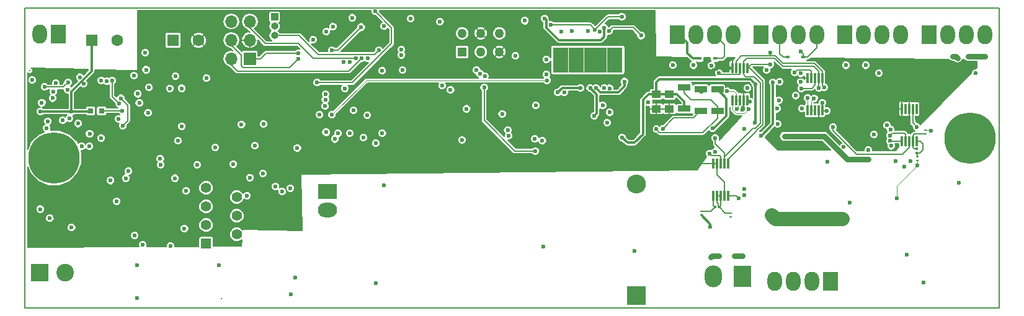
<source format=gbr>
G04 #@! TF.FileFunction,Copper,L6,Bot,Signal*
%FSLAX46Y46*%
G04 Gerber Fmt 4.6, Leading zero omitted, Abs format (unit mm)*
G04 Created by KiCad (PCBNEW 4.0.7) date 06/14/18 16:52:46*
%MOMM*%
%LPD*%
G01*
G04 APERTURE LIST*
%ADD10C,0.100000*%
%ADD11C,0.150000*%
%ADD12R,0.800000X0.750000*%
%ADD13R,1.600000X1.600000*%
%ADD14C,1.600000*%
%ADD15R,0.300000X0.350000*%
%ADD16R,1.250000X1.000000*%
%ADD17R,0.350000X0.300000*%
%ADD18R,2.600000X2.600000*%
%ADD19O,2.600000X2.600000*%
%ADD20R,0.300000X1.450000*%
%ADD21C,7.000000*%
%ADD22R,1.700000X1.700000*%
%ADD23O,1.700000X1.700000*%
%ADD24R,1.000000X1.000000*%
%ADD25O,1.000000X1.000000*%
%ADD26R,2.350000X3.000000*%
%ADD27O,2.350000X3.000000*%
%ADD28C,1.270000*%
%ADD29R,1.270000X1.270000*%
%ADD30R,2.000000X2.600000*%
%ADD31O,2.000000X2.600000*%
%ADD32R,0.430000X0.280000*%
%ADD33R,1.700000X0.900000*%
%ADD34R,1.397000X1.397000*%
%ADD35C,1.397000*%
%ADD36R,1.100000X0.890000*%
%ADD37R,2.600000X2.000000*%
%ADD38O,2.600000X2.000000*%
%ADD39C,2.400000*%
%ADD40R,2.400000X2.400000*%
%ADD41R,0.600000X0.450000*%
%ADD42C,0.600000*%
%ADD43C,0.400000*%
%ADD44C,0.200000*%
%ADD45C,0.200000*%
%ADD46C,0.800000*%
%ADD47C,0.300000*%
%ADD48C,1.960000*%
G04 APERTURE END LIST*
D10*
D11*
X25000000Y-164000000D02*
X25000000Y-123000000D01*
X158000000Y-164000000D02*
X25000000Y-164000000D01*
X158000000Y-123000000D02*
X158000000Y-164000000D01*
X25000000Y-123000000D02*
X158000000Y-123000000D01*
D12*
X35460000Y-137060000D03*
X33960000Y-137060000D03*
D13*
X45200000Y-127450000D03*
D14*
X48700000Y-127450000D03*
D15*
X119220000Y-150210000D03*
X119780000Y-150210000D03*
D13*
X34100000Y-127450000D03*
D14*
X37600000Y-127450000D03*
D16*
X111180000Y-134800000D03*
X111180000Y-136800000D03*
X112980000Y-134800000D03*
X112980000Y-136800000D03*
D17*
X146740000Y-142280000D03*
X146740000Y-142840000D03*
D18*
X108490000Y-162350000D03*
D19*
X108490000Y-147110000D03*
D20*
X118960000Y-144300000D03*
X119460000Y-144300000D03*
X119960000Y-144300000D03*
X120460000Y-144300000D03*
X120960000Y-144300000D03*
X120960000Y-148700000D03*
X120460000Y-148700000D03*
X119960000Y-148700000D03*
X119460000Y-148700000D03*
X118960000Y-148700000D03*
X121580000Y-131200000D03*
X122080000Y-131200000D03*
X122580000Y-131200000D03*
X123080000Y-131200000D03*
X123580000Y-131200000D03*
X123580000Y-135600000D03*
X123080000Y-135600000D03*
X122580000Y-135600000D03*
X122080000Y-135600000D03*
X121580000Y-135600000D03*
X131870000Y-132610000D03*
X132370000Y-132610000D03*
X132870000Y-132610000D03*
X133370000Y-132610000D03*
X133870000Y-132610000D03*
X133870000Y-137010000D03*
X133370000Y-137010000D03*
X132870000Y-137010000D03*
X132370000Y-137010000D03*
X131870000Y-137010000D03*
D21*
X154010000Y-140810000D03*
D22*
X55690000Y-129950000D03*
D23*
X53150000Y-129950000D03*
X55690000Y-127410000D03*
X53150000Y-127410000D03*
X55690000Y-124870000D03*
X53150000Y-124870000D03*
D24*
X59090000Y-124250000D03*
D25*
X59090000Y-125520000D03*
X59090000Y-126790000D03*
D26*
X122950000Y-159700000D03*
D27*
X118990000Y-159700000D03*
D28*
X84690000Y-126480000D03*
X87230000Y-126480000D03*
X89770000Y-126480000D03*
D29*
X84690000Y-129020000D03*
D28*
X87230000Y-129020000D03*
X89770000Y-129020000D03*
D30*
X125520000Y-126650000D03*
D31*
X128060000Y-126650000D03*
X130600000Y-126650000D03*
X133140000Y-126650000D03*
D30*
X114080000Y-126650000D03*
D31*
X116620000Y-126650000D03*
X119160000Y-126650000D03*
X121700000Y-126650000D03*
D30*
X136950000Y-126650000D03*
D31*
X139490000Y-126650000D03*
X142030000Y-126650000D03*
X144570000Y-126650000D03*
D30*
X148400000Y-126650000D03*
D31*
X150940000Y-126650000D03*
X153480000Y-126650000D03*
X156020000Y-126650000D03*
D32*
X117330000Y-150810000D03*
X117330000Y-151330000D03*
X121330000Y-151030000D03*
X121330000Y-151550000D03*
D33*
X119520000Y-137050000D03*
X119520000Y-134150000D03*
X117260000Y-137050000D03*
X117260000Y-134150000D03*
X115010000Y-133880000D03*
X115010000Y-136780000D03*
D32*
X146780000Y-143880000D03*
X146780000Y-143360000D03*
X147910000Y-139720000D03*
X147910000Y-140240000D03*
D34*
X49724000Y-155220000D03*
D35*
X53915000Y-153950000D03*
X49724000Y-152680000D03*
X53915000Y-151410000D03*
X49724000Y-150140000D03*
X53915000Y-148870000D03*
X49724000Y-147600000D03*
D36*
X106045000Y-131385000D03*
X106045000Y-130535000D03*
X106045000Y-128835000D03*
X106045000Y-129685000D03*
X104988750Y-129685000D03*
X104988750Y-128835000D03*
X104988750Y-130535000D03*
X104988750Y-131385000D03*
X103932500Y-131385000D03*
X103932500Y-130535000D03*
X103932500Y-128835000D03*
X103932500Y-129685000D03*
X102876250Y-129685000D03*
X102876250Y-128835000D03*
X102876250Y-130535000D03*
X102876250Y-131385000D03*
X101820000Y-131385000D03*
X101820000Y-130535000D03*
X101820000Y-128835000D03*
X101820000Y-129685000D03*
X100763750Y-129685000D03*
X100763750Y-128835000D03*
X100763750Y-130535000D03*
X100763750Y-131385000D03*
X99707500Y-131385000D03*
X99707500Y-130535000D03*
X99707500Y-128835000D03*
X99707500Y-129685000D03*
X98651250Y-129685000D03*
X98651250Y-128835000D03*
X98651250Y-130535000D03*
X98651250Y-131385000D03*
X97595000Y-131385000D03*
X97595000Y-130535000D03*
X97595000Y-128835000D03*
X97595000Y-129685000D03*
D20*
X146710000Y-141200000D03*
X146210000Y-141200000D03*
X145710000Y-141200000D03*
X145210000Y-141200000D03*
X144710000Y-141200000D03*
X144710000Y-136800000D03*
X145210000Y-136800000D03*
X145710000Y-136800000D03*
X146210000Y-136800000D03*
X146710000Y-136800000D03*
D21*
X29000000Y-143500000D03*
D37*
X66330000Y-148100000D03*
D38*
X66330000Y-150640000D03*
D30*
X29550000Y-126600000D03*
D31*
X27010000Y-126600000D03*
D39*
X30500000Y-159200000D03*
D40*
X27000000Y-159200000D03*
D41*
X119180000Y-129910000D03*
X117080000Y-129910000D03*
X151620000Y-129600000D03*
X153720000Y-129600000D03*
X129130000Y-129720000D03*
X131230000Y-129720000D03*
X121830000Y-156910000D03*
X119730000Y-156910000D03*
D30*
X134950000Y-160350000D03*
D31*
X132410000Y-160350000D03*
X129870000Y-160350000D03*
X127330000Y-160350000D03*
D42*
X28910000Y-134470000D03*
X40400000Y-134750000D03*
X45900000Y-141170000D03*
X50990000Y-142080000D03*
X62190000Y-142140000D03*
X56400000Y-141830000D03*
X54570000Y-138930000D03*
X57570000Y-138880000D03*
X74010000Y-147280000D03*
X69850000Y-137010000D03*
X68680000Y-134010000D03*
X40000000Y-154100000D03*
X81660000Y-124890000D03*
X91970000Y-129570000D03*
X93240000Y-124760000D03*
X77660000Y-124480000D03*
X45540000Y-132340000D03*
X41540000Y-131450000D03*
X41790000Y-137360000D03*
X37540000Y-149420000D03*
X46780000Y-153150000D03*
X47000000Y-148010000D03*
X48490000Y-144440000D03*
X53460000Y-144330000D03*
X49760000Y-132620000D03*
X41440000Y-129150000D03*
X41940000Y-133860000D03*
X44770000Y-134020000D03*
X46420000Y-133990000D03*
X122410000Y-148980000D03*
X117330000Y-134450000D03*
X87680000Y-133900000D03*
X94670000Y-142550000D03*
X126248909Y-131521091D03*
X123975028Y-135790010D03*
X134480000Y-137070000D03*
X146740000Y-139240000D03*
X143876446Y-143973554D03*
X140120000Y-142450000D03*
X133830000Y-135950000D03*
X130070000Y-131800000D03*
X36680000Y-146600000D03*
X43520000Y-144450000D03*
X57460000Y-145630000D03*
X61230000Y-147640000D03*
X71200000Y-140740000D03*
X72875860Y-141510000D03*
X73788316Y-140129999D03*
X83100000Y-134210000D03*
X74020000Y-125490000D03*
X69670000Y-124340000D03*
X67040000Y-125530000D03*
X33720000Y-135550000D03*
X25830000Y-137450000D03*
X119004779Y-131524908D03*
X109680000Y-142680000D03*
D43*
X112810000Y-138010000D03*
D42*
X123020000Y-136640000D03*
X121200000Y-131250000D03*
X129480000Y-133059999D03*
X146710000Y-138050000D03*
X145040000Y-144670000D03*
X143960000Y-136820000D03*
X147120000Y-130820000D03*
X154000000Y-130890000D03*
X142520000Y-131670000D03*
X71740000Y-137670000D03*
X73780000Y-131590000D03*
X66890000Y-128800000D03*
X70910000Y-125610000D03*
X64900000Y-133210000D03*
X72800000Y-123480000D03*
X61930000Y-159850000D03*
X72920000Y-160590000D03*
X55700000Y-146190000D03*
X118620000Y-157050000D03*
X90140000Y-137480000D03*
X122940000Y-156880000D03*
X25980000Y-132860000D03*
X39880000Y-132240000D03*
X29210000Y-133280000D03*
X32490000Y-132470000D03*
D44*
X25650000Y-131580000D03*
D42*
X27980000Y-139440000D03*
X32760000Y-141900000D03*
X44850000Y-155540000D03*
D44*
X51850000Y-162770000D03*
D42*
X119250000Y-142650000D03*
X123230000Y-139530000D03*
X156020000Y-129600000D03*
X145390000Y-156730000D03*
X123760000Y-136800000D03*
X123190000Y-147730000D03*
X96170000Y-130030000D03*
X134500000Y-144030000D03*
X123640000Y-133960000D03*
X104100000Y-125750000D03*
X95960000Y-124430000D03*
X96750000Y-125330000D03*
X106480000Y-124220000D03*
X102800000Y-126030000D03*
X106820000Y-133060000D03*
X102960000Y-133980000D03*
X103860000Y-136350000D03*
X98600000Y-134520000D03*
X104820000Y-137290000D03*
X104810000Y-133990000D03*
X152510000Y-146890000D03*
X144050000Y-149060000D03*
X146780000Y-144560000D03*
X102160000Y-133970000D03*
X102720000Y-137760000D03*
X46420000Y-139170000D03*
X27100000Y-150500000D03*
X65970000Y-136420000D03*
X87770000Y-132360000D03*
X130880000Y-133090000D03*
X154810000Y-131920000D03*
X87155891Y-132024014D03*
X141580000Y-131910000D03*
X130930000Y-131950000D03*
X66010000Y-135530000D03*
X86656890Y-131533081D03*
X118710000Y-130890000D03*
X66050686Y-134800686D03*
X113450000Y-130840000D03*
X116280000Y-130850000D03*
X108250000Y-156240000D03*
X118550000Y-152930000D03*
X95740000Y-155630000D03*
X152300000Y-129860000D03*
X126750000Y-129140000D03*
X126760000Y-130690000D03*
X35420000Y-132900000D03*
X134110000Y-133860000D03*
X143190000Y-139640000D03*
X94600000Y-140890000D03*
X68540000Y-130390000D03*
X60100000Y-148110000D03*
X39150000Y-145320000D03*
X98210000Y-126210000D03*
X123200000Y-148560000D03*
X128660000Y-140550000D03*
X140160000Y-143710000D03*
X125520000Y-140470000D03*
X99620000Y-126160000D03*
X127110000Y-133160000D03*
X103510000Y-126220000D03*
X137630000Y-149590000D03*
X101830000Y-126140000D03*
X136730000Y-142020000D03*
X41080000Y-155400000D03*
X40330000Y-162610000D03*
X135320000Y-139310000D03*
X104080000Y-133980000D03*
X104470000Y-138690000D03*
X109100000Y-126790000D03*
X104730000Y-126190000D03*
X100820000Y-133950000D03*
X97740000Y-134570000D03*
X143060000Y-141160000D03*
X96240000Y-132890000D03*
X66920000Y-137610000D03*
X84670000Y-141050000D03*
X91010000Y-140500000D03*
X31330000Y-137160000D03*
X27130000Y-137130000D03*
X124660000Y-138720000D03*
X124740000Y-133450000D03*
X106500000Y-140690000D03*
X131850000Y-135330000D03*
X120850000Y-134400000D03*
X122190000Y-136790000D03*
X132720000Y-135370000D03*
X71773646Y-129879990D03*
X35410000Y-140770000D03*
X111150000Y-139560000D03*
X112090000Y-139530000D03*
X148690000Y-139780000D03*
X81950000Y-133630000D03*
X137060000Y-130850000D03*
X139760000Y-130850000D03*
X118450002Y-142900000D03*
X67730000Y-140160000D03*
X65210000Y-137590000D03*
X119760000Y-131900000D03*
X130960000Y-134010000D03*
X66090000Y-140000000D03*
X62350000Y-129200000D03*
X70950000Y-129880000D03*
X62320000Y-130000000D03*
X70160000Y-129870000D03*
X73330000Y-128760000D03*
X130220000Y-135000000D03*
X76410000Y-129430000D03*
X127928312Y-135626131D03*
X76540000Y-131490000D03*
X145920000Y-143940000D03*
X140910000Y-140300000D03*
X64340000Y-127340000D03*
X43480000Y-143630000D03*
X142692460Y-139047540D03*
X66150000Y-126270000D03*
X67290000Y-140930000D03*
X28770000Y-135340000D03*
X30850000Y-134170000D03*
X31370000Y-153030000D03*
X69340000Y-140130000D03*
X143110000Y-140430000D03*
X76400000Y-128700000D03*
X96160000Y-132100000D03*
X110110000Y-135860000D03*
X126900000Y-151290000D03*
X147690000Y-160540000D03*
X136540000Y-151780000D03*
X33000000Y-133360000D03*
X33830000Y-140200000D03*
X30170000Y-138380000D03*
X33820000Y-141940000D03*
X27660000Y-133810000D03*
X30870000Y-133180000D03*
X38340000Y-139100000D03*
X38070000Y-135350000D03*
X55313511Y-148660000D03*
X119240000Y-140770000D03*
X45480000Y-146270000D03*
X38750000Y-146270000D03*
X36170000Y-133030000D03*
X133380000Y-133920000D03*
X143250000Y-141860000D03*
X95630000Y-141140000D03*
X69340000Y-130380000D03*
X59200000Y-147400000D03*
X118838554Y-139468554D03*
X127740000Y-138860000D03*
X131060002Y-136765002D03*
X127670000Y-136780000D03*
X128050000Y-133100000D03*
X130930000Y-128980000D03*
X85300000Y-136790000D03*
X94730000Y-136330000D03*
X90900000Y-139710000D03*
X61320000Y-162100000D03*
X28410000Y-151760000D03*
X51500000Y-158130000D03*
X40300000Y-158200000D03*
X38300000Y-137080000D03*
X37800000Y-138150000D03*
X40610000Y-136010000D03*
X36890000Y-132950000D03*
X37850000Y-136070000D03*
X27310000Y-135960000D03*
X31090000Y-138100000D03*
X28130000Y-138510000D03*
X32230000Y-138810000D03*
D45*
X120960000Y-148700000D02*
X122130000Y-148700000D01*
X122130000Y-148700000D02*
X122410000Y-148980000D01*
X94670000Y-142550000D02*
X91844574Y-142550000D01*
X91844574Y-142550000D02*
X87680000Y-138385426D01*
X87680000Y-138385426D02*
X87680000Y-133900000D01*
X123580000Y-135600000D02*
X123785018Y-135600000D01*
X123785018Y-135600000D02*
X123975028Y-135790010D01*
X134480000Y-137070000D02*
X133930000Y-137070000D01*
X133930000Y-137070000D02*
X133870000Y-137010000D01*
X146210000Y-136800000D02*
X146210000Y-138710000D01*
X146210000Y-138710000D02*
X146740000Y-139240000D01*
X133830000Y-135950000D02*
X133830000Y-136970000D01*
X133830000Y-136970000D02*
X133870000Y-137010000D01*
X132370000Y-132610000D02*
X132369999Y-131684999D01*
X132369999Y-131684999D02*
X132134999Y-131449999D01*
X132134999Y-131449999D02*
X130420001Y-131449999D01*
X130420001Y-131449999D02*
X130070000Y-131800000D01*
X118960000Y-144300000D02*
X116590000Y-144300000D01*
X116590000Y-144300000D02*
X116580000Y-144290000D01*
X120460000Y-148700000D02*
X120460000Y-146820000D01*
X119460000Y-145820000D02*
X119460000Y-144300000D01*
X120460000Y-146820000D02*
X119460000Y-145820000D01*
X119004779Y-131524908D02*
X119429043Y-131524908D01*
X119429043Y-131524908D02*
X119703951Y-131250000D01*
X119703951Y-131250000D02*
X120765738Y-131250000D01*
X120765738Y-131250000D02*
X121200000Y-131250000D01*
X121580000Y-131200000D02*
X121250000Y-131200000D01*
X121250000Y-131200000D02*
X121200000Y-131250000D01*
X109680000Y-142680000D02*
X110649999Y-141710001D01*
X110649999Y-141710001D02*
X110649999Y-139319999D01*
X110649999Y-139319999D02*
X111919998Y-138050000D01*
X111919998Y-138050000D02*
X112400738Y-138050000D01*
X112400738Y-138050000D02*
X112810000Y-138010000D01*
X112960000Y-136840000D02*
X112944998Y-137895002D01*
X112980000Y-137895002D02*
X112810000Y-138010000D01*
X119460000Y-144300000D02*
X118960000Y-144300000D01*
X123080000Y-135600000D02*
X123080000Y-136580000D01*
X123080000Y-136580000D02*
X123020000Y-136640000D01*
X121250000Y-131200000D02*
X121200000Y-131250000D01*
X131870000Y-132610000D02*
X131520000Y-132610000D01*
X131520000Y-132610000D02*
X131499999Y-132589999D01*
X131499999Y-132589999D02*
X129950000Y-132589999D01*
X129950000Y-132589999D02*
X129480000Y-133059999D01*
X143960000Y-136820000D02*
X144690000Y-136820000D01*
X144690000Y-136820000D02*
X144710000Y-136800000D01*
X67720000Y-128800000D02*
X66890000Y-128800000D01*
X70910000Y-125610000D02*
X67720000Y-128800000D01*
X69720000Y-133210000D02*
X64900000Y-133210000D01*
X75050000Y-127880000D02*
X69720000Y-133210000D01*
X75050000Y-125730000D02*
X75050000Y-127880000D01*
X72800000Y-123480000D02*
X75050000Y-125730000D01*
D46*
X118760000Y-156910000D02*
X119730000Y-156910000D01*
X118620000Y-157050000D02*
X118760000Y-156910000D01*
X121830000Y-156910000D02*
X122910000Y-156910000D01*
X122910000Y-156910000D02*
X122940000Y-156880000D01*
X153720000Y-129600000D02*
X156020000Y-129600000D01*
D10*
X121580000Y-136900000D02*
X121580000Y-135600000D01*
X122070000Y-137390000D02*
X121580000Y-136900000D01*
X123170000Y-137390000D02*
X122070000Y-137390000D01*
X123760000Y-136800000D02*
X123170000Y-137390000D01*
D47*
X104100000Y-126940000D02*
X104100000Y-125750000D01*
X103650000Y-127390000D02*
X104100000Y-126940000D01*
X97840000Y-127390000D02*
X103650000Y-127390000D01*
X96160000Y-125710000D02*
X97840000Y-127390000D01*
X96160000Y-124630000D02*
X96160000Y-125710000D01*
X95960000Y-124430000D02*
X96160000Y-124630000D01*
D45*
X102800000Y-126030000D02*
X102800000Y-125960000D01*
X102170000Y-125330000D02*
X96750000Y-125330000D01*
X102800000Y-125960000D02*
X102170000Y-125330000D01*
X104610000Y-124220000D02*
X106480000Y-124220000D01*
X102800000Y-126030000D02*
X104610000Y-124220000D01*
D47*
X106820000Y-133730000D02*
X106820000Y-133060000D01*
X106000000Y-134550000D02*
X106820000Y-133730000D01*
X103530000Y-134550000D02*
X106000000Y-134550000D01*
X102960000Y-133980000D02*
X103530000Y-134550000D01*
D10*
X144050000Y-149060000D02*
X144050000Y-147290000D01*
X144050000Y-147290000D02*
X146780000Y-144560000D01*
X146780000Y-144560000D02*
X146780000Y-143880000D01*
D47*
X103060000Y-134870000D02*
X102160000Y-133970000D01*
X103060000Y-137420000D02*
X103060000Y-134870000D01*
X102720000Y-137760000D02*
X103060000Y-137420000D01*
X118550000Y-152930000D02*
X118550000Y-152550000D01*
X118550000Y-152550000D02*
X117330000Y-151330000D01*
D45*
X119180000Y-129910000D02*
X120220000Y-129910000D01*
X120510000Y-128000000D02*
X119160000Y-126650000D01*
X120510000Y-129620000D02*
X120510000Y-128000000D01*
X120220000Y-129910000D02*
X120510000Y-129620000D01*
D46*
X151620000Y-129600000D02*
X152040000Y-129600000D01*
X152040000Y-129600000D02*
X152300000Y-129860000D01*
D45*
X129130000Y-129720000D02*
X128500000Y-129720000D01*
X128060000Y-129280000D02*
X128060000Y-126650000D01*
X128500000Y-129720000D02*
X128060000Y-129280000D01*
X126760000Y-130690000D02*
X124090000Y-130690000D01*
X126750000Y-129559990D02*
X126750000Y-129140000D01*
X124090000Y-130690000D02*
X123580000Y-131200000D01*
X133870000Y-132610000D02*
X133870000Y-133620000D01*
X133870000Y-133620000D02*
X134110000Y-133860000D01*
X143190000Y-139640000D02*
X143210000Y-139640000D01*
X123580000Y-130625000D02*
X123580000Y-131200000D01*
X126750000Y-129559990D02*
X122795010Y-129559990D01*
X127464268Y-129559990D02*
X126750000Y-129559990D01*
X132765000Y-130580000D02*
X128484278Y-130580000D01*
X122080000Y-130275000D02*
X122080000Y-131200000D01*
X128484278Y-130580000D02*
X127464268Y-129559990D01*
X122795010Y-129559990D02*
X122080000Y-130275000D01*
X133870000Y-132610000D02*
X133870000Y-131685000D01*
X133870000Y-131685000D02*
X132765000Y-130580000D01*
X120960000Y-143725000D02*
X120960000Y-144300000D01*
X124840000Y-139800000D02*
X124840000Y-139845000D01*
X123930000Y-131200000D02*
X125710000Y-132980000D01*
X123580000Y-131200000D02*
X123930000Y-131200000D01*
X125710000Y-132980000D02*
X125710000Y-138930000D01*
X125710000Y-138930000D02*
X124840000Y-139800000D01*
X124840000Y-139845000D02*
X120960000Y-143725000D01*
D46*
X140160000Y-143710000D02*
X137235998Y-143710000D01*
X137235998Y-143710000D02*
X134075998Y-140550000D01*
X134075998Y-140550000D02*
X128660000Y-140550000D01*
D47*
X125520000Y-140470000D02*
X125530000Y-140470000D01*
X127110000Y-138890000D02*
X127110000Y-133160000D01*
X125530000Y-140470000D02*
X127110000Y-138890000D01*
D45*
X145710000Y-141200000D02*
X145710000Y-142060000D01*
X135320000Y-139790000D02*
X135320000Y-139310000D01*
X138500000Y-142970000D02*
X135320000Y-139790000D01*
X144800000Y-142970000D02*
X138500000Y-142970000D01*
X145710000Y-142060000D02*
X144800000Y-142970000D01*
X108000000Y-125690000D02*
X109100000Y-126790000D01*
X105230000Y-125690000D02*
X108000000Y-125690000D01*
X104730000Y-126190000D02*
X105230000Y-125690000D01*
D47*
X98360000Y-133950000D02*
X100820000Y-133950000D01*
X97740000Y-134570000D02*
X98360000Y-133950000D01*
D45*
X144710000Y-141200000D02*
X143100000Y-141200000D01*
X143100000Y-141200000D02*
X143060000Y-141160000D01*
D10*
X71620000Y-132910000D02*
X66920000Y-137610000D01*
X96220000Y-132910000D02*
X71620000Y-132910000D01*
X96240000Y-132890000D02*
X96220000Y-132910000D01*
D45*
X119220000Y-150210000D02*
X119120000Y-150210000D01*
X119120000Y-150210000D02*
X118960000Y-150050000D01*
X118960000Y-150050000D02*
X118960000Y-148700000D01*
X117330000Y-150810000D02*
X118620000Y-150810000D01*
X118620000Y-150810000D02*
X119220000Y-150210000D01*
X119600000Y-150210000D02*
X119600000Y-149765000D01*
X119600000Y-149765000D02*
X119460000Y-149625000D01*
X119460000Y-149625000D02*
X119460000Y-148700000D01*
X119780000Y-150210000D02*
X119600000Y-150210000D01*
X119960000Y-148700000D02*
X119960000Y-150030000D01*
X119960000Y-150030000D02*
X119780000Y-150210000D01*
X119460000Y-148700000D02*
X119960000Y-148700000D01*
X121330000Y-151030000D02*
X120600000Y-151030000D01*
X120600000Y-151030000D02*
X119780000Y-150210000D01*
D47*
X31330000Y-137160000D02*
X31330000Y-134440000D01*
X34100000Y-131670000D02*
X34100000Y-127450000D01*
X31330000Y-134440000D02*
X34100000Y-131670000D01*
X33960000Y-127590000D02*
X34100000Y-127450000D01*
X31330000Y-137160000D02*
X33860000Y-137160000D01*
X33860000Y-137160000D02*
X33960000Y-137060000D01*
X27160000Y-137160000D02*
X31330000Y-137160000D01*
X27130000Y-137130000D02*
X27160000Y-137160000D01*
X111180000Y-134800000D02*
X111180000Y-133170000D01*
X124160000Y-132870000D02*
X124740000Y-133450000D01*
X124030002Y-132740002D02*
X124160000Y-132870000D01*
X111609998Y-132740002D02*
X124030002Y-132740002D01*
X111180000Y-133170000D02*
X111609998Y-132740002D01*
X124740000Y-133450000D02*
X124740000Y-138640000D01*
X124740000Y-138640000D02*
X124660000Y-138720000D01*
X110300000Y-134800000D02*
X111290000Y-134800000D01*
X112980000Y-134800000D02*
X114000000Y-134800000D01*
X115010000Y-135810000D02*
X115010000Y-136780000D01*
X114000000Y-134800000D02*
X115010000Y-135810000D01*
X111180000Y-134800000D02*
X112980000Y-134800000D01*
X110160000Y-134800000D02*
X110300000Y-134800000D01*
X110300000Y-134800000D02*
X111180000Y-134800000D01*
X109370000Y-135590000D02*
X110160000Y-134800000D01*
X109370000Y-140260000D02*
X109370000Y-135590000D01*
X108200000Y-141430000D02*
X109370000Y-140260000D01*
X107240000Y-141430000D02*
X108200000Y-141430000D01*
X106500000Y-140690000D02*
X107240000Y-141430000D01*
D10*
X131870000Y-135350000D02*
X131870000Y-137010000D01*
X131850000Y-135330000D02*
X131870000Y-135350000D01*
D45*
X147910000Y-140240000D02*
X146400000Y-140240000D01*
X146210000Y-140430000D02*
X146210000Y-141200000D01*
X146400000Y-140240000D02*
X146210000Y-140430000D01*
X146740000Y-142280000D02*
X146410000Y-142280000D01*
X146210000Y-142080000D02*
X146210000Y-141200000D01*
X146410000Y-142280000D02*
X146210000Y-142080000D01*
X146740000Y-142840000D02*
X147160000Y-142840000D01*
X147210000Y-141200000D02*
X146710000Y-141200000D01*
X147610000Y-141600000D02*
X147210000Y-141200000D01*
X147610000Y-142390000D02*
X147610000Y-141600000D01*
X147160000Y-142840000D02*
X147610000Y-142390000D01*
X146780000Y-143360000D02*
X146780000Y-142880000D01*
X146780000Y-142880000D02*
X146740000Y-142840000D01*
D10*
X122080000Y-135600000D02*
X122080000Y-134720000D01*
X121760000Y-134400000D02*
X120850000Y-134400000D01*
X122080000Y-134720000D02*
X121760000Y-134400000D01*
X122580000Y-135600000D02*
X122080000Y-135600000D01*
X122260000Y-136720000D02*
X122580000Y-135600000D01*
X122190000Y-136790000D02*
X122260000Y-136720000D01*
X132370000Y-137010000D02*
X132870000Y-137010000D01*
X132370000Y-135720000D02*
X132370000Y-137010000D01*
X132720000Y-135370000D02*
X132370000Y-135720000D01*
D45*
X119520000Y-137050000D02*
X119520000Y-136450000D01*
X115010000Y-134630000D02*
X115010000Y-133880000D01*
X115940000Y-135560000D02*
X115010000Y-134630000D01*
X118630000Y-135560000D02*
X115940000Y-135560000D01*
X119520000Y-136450000D02*
X118630000Y-135560000D01*
X119520000Y-138080000D02*
X119520000Y-137050000D01*
X117560000Y-140040000D02*
X119520000Y-138080000D01*
X111630000Y-140040000D02*
X117560000Y-140040000D01*
X111150000Y-139560000D02*
X111630000Y-140040000D01*
X116270000Y-138040000D02*
X117260000Y-137050000D01*
X113580000Y-138040000D02*
X116270000Y-138040000D01*
X112090000Y-139530000D02*
X113580000Y-138040000D01*
D10*
X148630000Y-139720000D02*
X147910000Y-139720000D01*
X148690000Y-139780000D02*
X148630000Y-139720000D01*
D45*
X118450002Y-142900000D02*
X118750001Y-143199999D01*
X118750001Y-143199999D02*
X119784999Y-143199999D01*
X119784999Y-143199999D02*
X119960000Y-143375000D01*
X119960000Y-143375000D02*
X119960000Y-144300000D01*
X122580000Y-131200000D02*
X122579999Y-132125001D01*
X122579999Y-132125001D02*
X119985001Y-132125001D01*
X119985001Y-132125001D02*
X119760000Y-131900000D01*
X132870000Y-133535000D02*
X132870000Y-132610000D01*
X132395000Y-134010000D02*
X132870000Y-133535000D01*
X130960000Y-134010000D02*
X132395000Y-134010000D01*
X55690000Y-129950000D02*
X57130000Y-129950000D01*
X57880000Y-129200000D02*
X62350000Y-129200000D01*
X57130000Y-129950000D02*
X57880000Y-129200000D01*
X53150000Y-129950000D02*
X53150000Y-130780000D01*
X53150000Y-130780000D02*
X54000000Y-131630000D01*
X54000000Y-131630000D02*
X69200000Y-131630000D01*
X69200000Y-131630000D02*
X70950000Y-129880000D01*
X53150000Y-127410000D02*
X53150000Y-128100000D01*
X53150000Y-128100000D02*
X54500000Y-129450000D01*
X54500000Y-129450000D02*
X54500000Y-130860000D01*
X54500000Y-130860000D02*
X54800000Y-131160000D01*
X54800000Y-131160000D02*
X61160000Y-131160000D01*
X61160000Y-131160000D02*
X62320000Y-130000000D01*
X55690000Y-124870000D02*
X55690000Y-125760000D01*
X64330000Y-129870000D02*
X70160000Y-129870000D01*
X62340000Y-127880000D02*
X64330000Y-129870000D01*
X57810000Y-127880000D02*
X62340000Y-127880000D01*
X55690000Y-125760000D02*
X57810000Y-127880000D01*
X62440000Y-126790000D02*
X59090000Y-126790000D01*
X65010000Y-129360000D02*
X62440000Y-126790000D01*
X72730000Y-129360000D02*
X65010000Y-129360000D01*
X73330000Y-128760000D02*
X72730000Y-129360000D01*
X143110000Y-140430000D02*
X143409999Y-140130001D01*
X143409999Y-140130001D02*
X145065001Y-140130001D01*
X145065001Y-140130001D02*
X145210000Y-140275000D01*
X145210000Y-140275000D02*
X145210000Y-141200000D01*
D48*
X136540000Y-151780000D02*
X127390000Y-151780000D01*
X127390000Y-151780000D02*
X126900000Y-151290000D01*
D45*
X30870000Y-133180000D02*
X30240000Y-133810000D01*
X30240000Y-133810000D02*
X27660000Y-133810000D01*
X39040000Y-138400000D02*
X38340000Y-139100000D01*
X39040000Y-136320000D02*
X39040000Y-138400000D01*
X38070000Y-135350000D02*
X39040000Y-136320000D01*
X119240000Y-140770000D02*
X119240000Y-141600000D01*
X120460000Y-142820000D02*
X120460000Y-143375000D01*
X119240000Y-141600000D02*
X120460000Y-142820000D01*
X133370000Y-132610000D02*
X133370000Y-133910000D01*
X133370000Y-133910000D02*
X133380000Y-133920000D01*
X128460000Y-130980000D02*
X132665000Y-130980000D01*
X132665000Y-130980000D02*
X133370000Y-131685000D01*
X133370000Y-131685000D02*
X133370000Y-132610000D01*
X127340000Y-129860000D02*
X128460000Y-130980000D01*
X123495000Y-129860000D02*
X127340000Y-129860000D01*
X123080000Y-131200000D02*
X123080001Y-130274999D01*
X123080001Y-130274999D02*
X123495000Y-129860000D01*
X124520000Y-132390000D02*
X123345000Y-132390000D01*
X123345000Y-132390000D02*
X123080000Y-132125000D01*
X123080000Y-132125000D02*
X123080000Y-131200000D01*
X125370000Y-133240000D02*
X124520000Y-132390000D01*
X125370000Y-138800000D02*
X125370000Y-133240000D01*
X124710000Y-139460000D02*
X125370000Y-138800000D01*
X124375000Y-139460000D02*
X124710000Y-139460000D01*
X120460000Y-144300000D02*
X120460000Y-143375000D01*
X120460000Y-143375000D02*
X124375000Y-139460000D01*
D47*
X118838554Y-139468554D02*
X119041446Y-139468554D01*
X120760000Y-135390000D02*
X119520000Y-134150000D01*
X120760000Y-137750000D02*
X120760000Y-135390000D01*
X119041446Y-139468554D02*
X120760000Y-137750000D01*
D45*
X131230000Y-129720000D02*
X131230000Y-129280000D01*
X131230000Y-129280000D02*
X130930000Y-128980000D01*
X131230000Y-129720000D02*
X131860000Y-129720000D01*
X133140000Y-128440000D02*
X133140000Y-126650000D01*
X131860000Y-129720000D02*
X133140000Y-128440000D01*
X114080000Y-126650000D02*
X114280000Y-126650000D01*
D47*
X114280000Y-126650000D02*
X115420000Y-127790000D01*
X116140000Y-129910000D02*
X117080000Y-129910000D01*
X115420000Y-129190000D02*
X116140000Y-129910000D01*
X115420000Y-127790000D02*
X115420000Y-129190000D01*
D45*
X38300000Y-137080000D02*
X38280000Y-137060000D01*
X38280000Y-137060000D02*
X35460000Y-137060000D01*
X36890000Y-135110000D02*
X36890000Y-132950000D01*
X37850000Y-136070000D02*
X36890000Y-135110000D01*
G36*
X72199896Y-123598824D02*
X72291048Y-123819429D01*
X72459683Y-123988359D01*
X72680129Y-124079896D01*
X72834345Y-124080030D01*
X73719342Y-124965028D01*
X73680571Y-124981048D01*
X73511641Y-125149683D01*
X73420104Y-125370129D01*
X73419896Y-125608824D01*
X73511048Y-125829429D01*
X73679683Y-125998359D01*
X73900129Y-126089896D01*
X74138824Y-126090104D01*
X74359429Y-125998952D01*
X74528359Y-125830317D01*
X74544870Y-125790555D01*
X74650000Y-125895685D01*
X74650000Y-127714314D01*
X73869591Y-128494723D01*
X73838952Y-128420571D01*
X73670317Y-128251641D01*
X73449871Y-128160104D01*
X73211176Y-128159896D01*
X72990571Y-128251048D01*
X72821641Y-128419683D01*
X72730104Y-128640129D01*
X72729970Y-128794344D01*
X72564314Y-128960000D01*
X68125686Y-128960000D01*
X70875715Y-126209971D01*
X71028824Y-126210104D01*
X71249429Y-126118952D01*
X71418359Y-125950317D01*
X71509896Y-125729871D01*
X71510104Y-125491176D01*
X71418952Y-125270571D01*
X71250317Y-125101641D01*
X71029871Y-125010104D01*
X70791176Y-125009896D01*
X70570571Y-125101048D01*
X70401641Y-125269683D01*
X70310104Y-125490129D01*
X70309970Y-125644344D01*
X67554314Y-128400000D01*
X67338487Y-128400000D01*
X67230317Y-128291641D01*
X67009871Y-128200104D01*
X66771176Y-128199896D01*
X66550571Y-128291048D01*
X66381641Y-128459683D01*
X66290104Y-128680129D01*
X66289896Y-128918824D01*
X66306910Y-128960000D01*
X65175686Y-128960000D01*
X64109748Y-127894062D01*
X64220129Y-127939896D01*
X64458824Y-127940104D01*
X64679429Y-127848952D01*
X64848359Y-127680317D01*
X64939896Y-127459871D01*
X64940104Y-127221176D01*
X64848952Y-127000571D01*
X64680317Y-126831641D01*
X64459871Y-126740104D01*
X64221176Y-126739896D01*
X64000571Y-126831048D01*
X63831641Y-126999683D01*
X63740104Y-127220129D01*
X63739896Y-127458824D01*
X63785936Y-127570250D01*
X62722843Y-126507157D01*
X62593074Y-126420448D01*
X62440000Y-126390000D01*
X59782066Y-126390000D01*
X59781281Y-126388824D01*
X65549896Y-126388824D01*
X65641048Y-126609429D01*
X65809683Y-126778359D01*
X66030129Y-126869896D01*
X66268824Y-126870104D01*
X66489429Y-126778952D01*
X66658359Y-126610317D01*
X66749896Y-126389871D01*
X66750104Y-126151176D01*
X66704277Y-126040267D01*
X66920129Y-126129896D01*
X67158824Y-126130104D01*
X67379429Y-126038952D01*
X67548359Y-125870317D01*
X67639896Y-125649871D01*
X67640104Y-125411176D01*
X67548952Y-125190571D01*
X67380317Y-125021641D01*
X67159871Y-124930104D01*
X66921176Y-124929896D01*
X66700571Y-125021048D01*
X66531641Y-125189683D01*
X66440104Y-125410129D01*
X66439896Y-125648824D01*
X66485723Y-125759733D01*
X66269871Y-125670104D01*
X66031176Y-125669896D01*
X65810571Y-125761048D01*
X65641641Y-125929683D01*
X65550104Y-126150129D01*
X65549896Y-126388824D01*
X59781281Y-126388824D01*
X59671358Y-126224315D01*
X59567622Y-126155000D01*
X59671358Y-126085685D01*
X59844777Y-125826147D01*
X59905673Y-125520000D01*
X59844777Y-125213853D01*
X59718005Y-125024127D01*
X59803279Y-124969255D01*
X59871778Y-124869003D01*
X59895877Y-124750000D01*
X59895877Y-124458824D01*
X69069896Y-124458824D01*
X69161048Y-124679429D01*
X69329683Y-124848359D01*
X69550129Y-124939896D01*
X69788824Y-124940104D01*
X70009429Y-124848952D01*
X70178359Y-124680317D01*
X70269896Y-124459871D01*
X70270104Y-124221176D01*
X70178952Y-124000571D01*
X70010317Y-123831641D01*
X69789871Y-123740104D01*
X69551176Y-123739896D01*
X69330571Y-123831048D01*
X69161641Y-123999683D01*
X69070104Y-124220129D01*
X69069896Y-124458824D01*
X59895877Y-124458824D01*
X59895877Y-123750000D01*
X59874958Y-123638827D01*
X59809255Y-123536721D01*
X59709003Y-123468222D01*
X59590000Y-123444123D01*
X58590000Y-123444123D01*
X58478827Y-123465042D01*
X58376721Y-123530745D01*
X58308222Y-123630997D01*
X58284123Y-123750000D01*
X58284123Y-124750000D01*
X58305042Y-124861173D01*
X58370745Y-124963279D01*
X58461307Y-125025157D01*
X58335223Y-125213853D01*
X58274327Y-125520000D01*
X58335223Y-125826147D01*
X58508642Y-126085685D01*
X58612378Y-126155000D01*
X58508642Y-126224315D01*
X58335223Y-126483853D01*
X58274327Y-126790000D01*
X58335223Y-127096147D01*
X58508642Y-127355685D01*
X58694691Y-127480000D01*
X57975686Y-127480000D01*
X56317785Y-125822099D01*
X56525703Y-125683173D01*
X56774991Y-125310086D01*
X56862530Y-124870000D01*
X56774991Y-124429914D01*
X56525703Y-124056827D01*
X56152616Y-123807539D01*
X55712530Y-123720000D01*
X55667470Y-123720000D01*
X55227384Y-123807539D01*
X54854297Y-124056827D01*
X54605009Y-124429914D01*
X54517470Y-124870000D01*
X54605009Y-125310086D01*
X54854297Y-125683173D01*
X55227384Y-125932461D01*
X55349653Y-125956782D01*
X55407157Y-126042843D01*
X55684998Y-126320684D01*
X55684998Y-126327509D01*
X55503599Y-126265074D01*
X55079644Y-126423559D01*
X54748610Y-126732220D01*
X54560894Y-127144067D01*
X54545075Y-127223599D01*
X54607512Y-127405000D01*
X55685000Y-127405000D01*
X55685000Y-127385000D01*
X55695000Y-127385000D01*
X55695000Y-127405000D01*
X55715000Y-127405000D01*
X55715000Y-127415000D01*
X55695000Y-127415000D01*
X55695000Y-128492490D01*
X55876401Y-128554926D01*
X56300356Y-128396441D01*
X56631390Y-128087780D01*
X56819106Y-127675933D01*
X56834925Y-127596401D01*
X56772489Y-127415002D01*
X56779316Y-127415002D01*
X57527157Y-128162843D01*
X57656926Y-128249552D01*
X57810000Y-128280001D01*
X57810005Y-128280000D01*
X62174314Y-128280000D01*
X62511849Y-128617535D01*
X62469871Y-128600104D01*
X62231176Y-128599896D01*
X62010571Y-128691048D01*
X61901428Y-128800000D01*
X57880000Y-128800000D01*
X57726926Y-128830448D01*
X57597157Y-128917157D01*
X56964314Y-129550000D01*
X56845877Y-129550000D01*
X56845877Y-129100000D01*
X56824958Y-128988827D01*
X56759255Y-128886721D01*
X56659003Y-128818222D01*
X56540000Y-128794123D01*
X54840000Y-128794123D01*
X54728827Y-128815042D01*
X54626721Y-128880745D01*
X54573834Y-128958148D01*
X53897676Y-128281990D01*
X53985703Y-128223173D01*
X54234991Y-127850086D01*
X54285452Y-127596401D01*
X54545075Y-127596401D01*
X54560894Y-127675933D01*
X54748610Y-128087780D01*
X55079644Y-128396441D01*
X55503599Y-128554926D01*
X55685000Y-128492490D01*
X55685000Y-127415000D01*
X54607512Y-127415000D01*
X54545075Y-127596401D01*
X54285452Y-127596401D01*
X54322530Y-127410000D01*
X54234991Y-126969914D01*
X53985703Y-126596827D01*
X53612616Y-126347539D01*
X53172530Y-126260000D01*
X53127470Y-126260000D01*
X52687384Y-126347539D01*
X52314297Y-126596827D01*
X52065009Y-126969914D01*
X51977470Y-127410000D01*
X52065009Y-127850086D01*
X52314297Y-128223173D01*
X52687384Y-128472461D01*
X53023666Y-128539352D01*
X53312071Y-128827757D01*
X53172530Y-128800000D01*
X53127470Y-128800000D01*
X52687384Y-128887539D01*
X52314297Y-129136827D01*
X52065009Y-129509914D01*
X51977470Y-129950000D01*
X52065009Y-130390086D01*
X52314297Y-130763173D01*
X52687384Y-131012461D01*
X52855889Y-131045979D01*
X52867157Y-131062843D01*
X53717155Y-131912840D01*
X53717157Y-131912843D01*
X53832631Y-131990000D01*
X53846927Y-131999552D01*
X54000000Y-132030001D01*
X54000005Y-132030000D01*
X69200000Y-132030000D01*
X69353074Y-131999552D01*
X69482843Y-131912843D01*
X70915715Y-130479971D01*
X71068824Y-130480104D01*
X71289429Y-130388952D01*
X71361806Y-130316701D01*
X71433329Y-130388349D01*
X71653775Y-130479886D01*
X71884227Y-130480087D01*
X69554314Y-132810000D01*
X65348487Y-132810000D01*
X65240317Y-132701641D01*
X65019871Y-132610104D01*
X64781176Y-132609896D01*
X64560571Y-132701048D01*
X64391641Y-132869683D01*
X64300104Y-133090129D01*
X64299896Y-133328824D01*
X64391048Y-133549429D01*
X64559683Y-133718359D01*
X64780129Y-133809896D01*
X65018824Y-133810104D01*
X65239429Y-133718952D01*
X65348572Y-133610000D01*
X68231428Y-133610000D01*
X68171641Y-133669683D01*
X68080104Y-133890129D01*
X68079896Y-134128824D01*
X68171048Y-134349429D01*
X68339683Y-134518359D01*
X68560129Y-134609896D01*
X68798824Y-134610104D01*
X69019429Y-134518952D01*
X69188359Y-134350317D01*
X69279896Y-134129871D01*
X69280104Y-133891176D01*
X69188952Y-133670571D01*
X69128487Y-133610000D01*
X69720000Y-133610000D01*
X69873074Y-133579552D01*
X70002843Y-133492843D01*
X71786862Y-131708824D01*
X73179896Y-131708824D01*
X73271048Y-131929429D01*
X73439683Y-132098359D01*
X73660129Y-132189896D01*
X73898824Y-132190104D01*
X74119429Y-132098952D01*
X74288359Y-131930317D01*
X74379896Y-131709871D01*
X74379984Y-131608824D01*
X75939896Y-131608824D01*
X76031048Y-131829429D01*
X76199683Y-131998359D01*
X76420129Y-132089896D01*
X76658824Y-132090104D01*
X76879429Y-131998952D01*
X77048359Y-131830317D01*
X77139896Y-131609871D01*
X77140104Y-131371176D01*
X77048952Y-131150571D01*
X76880317Y-130981641D01*
X76659871Y-130890104D01*
X76421176Y-130889896D01*
X76200571Y-130981048D01*
X76031641Y-131149683D01*
X75940104Y-131370129D01*
X75939896Y-131608824D01*
X74379984Y-131608824D01*
X74380104Y-131471176D01*
X74288952Y-131250571D01*
X74120317Y-131081641D01*
X73899871Y-130990104D01*
X73661176Y-130989896D01*
X73440571Y-131081048D01*
X73271641Y-131249683D01*
X73180104Y-131470129D01*
X73179896Y-131708824D01*
X71786862Y-131708824D01*
X74676862Y-128818824D01*
X75799896Y-128818824D01*
X75891048Y-129039429D01*
X75921462Y-129069896D01*
X75901641Y-129089683D01*
X75810104Y-129310129D01*
X75809896Y-129548824D01*
X75901048Y-129769429D01*
X76069683Y-129938359D01*
X76290129Y-130029896D01*
X76528824Y-130030104D01*
X76749429Y-129938952D01*
X76918359Y-129770317D01*
X77009896Y-129549871D01*
X77010104Y-129311176D01*
X76918952Y-129090571D01*
X76888538Y-129060104D01*
X76908359Y-129040317D01*
X76999896Y-128819871D01*
X77000104Y-128581176D01*
X76919046Y-128385000D01*
X83749123Y-128385000D01*
X83749123Y-129655000D01*
X83770042Y-129766173D01*
X83835745Y-129868279D01*
X83935997Y-129936778D01*
X84055000Y-129960877D01*
X85325000Y-129960877D01*
X85436173Y-129939958D01*
X85538279Y-129874255D01*
X85606778Y-129774003D01*
X85630877Y-129655000D01*
X85630877Y-129205167D01*
X86294838Y-129205167D01*
X86436883Y-129548943D01*
X86699673Y-129812192D01*
X87043201Y-129954838D01*
X87415167Y-129955162D01*
X87758943Y-129813117D01*
X87922312Y-129650032D01*
X89147039Y-129650032D01*
X89207713Y-129802428D01*
X89549936Y-129958047D01*
X89925663Y-129970857D01*
X90277691Y-129838907D01*
X90332287Y-129802428D01*
X90377516Y-129688824D01*
X91369896Y-129688824D01*
X91461048Y-129909429D01*
X91629683Y-130078359D01*
X91850129Y-130169896D01*
X92088824Y-130170104D01*
X92140325Y-130148824D01*
X95569896Y-130148824D01*
X95661048Y-130369429D01*
X95829683Y-130538359D01*
X96050129Y-130629896D01*
X96288824Y-130630104D01*
X96509429Y-130538952D01*
X96678359Y-130370317D01*
X96739123Y-130223981D01*
X96739123Y-131830000D01*
X96760042Y-131941173D01*
X96825745Y-132043279D01*
X96925997Y-132111778D01*
X97045000Y-132135877D01*
X106595000Y-132135877D01*
X106706173Y-132114958D01*
X106808279Y-132049255D01*
X106876778Y-131949003D01*
X106900877Y-131830000D01*
X106900877Y-130958824D01*
X112849896Y-130958824D01*
X112941048Y-131179429D01*
X113109683Y-131348359D01*
X113330129Y-131439896D01*
X113568824Y-131440104D01*
X113789429Y-131348952D01*
X113958359Y-131180317D01*
X114049896Y-130959871D01*
X114050104Y-130721176D01*
X113958952Y-130500571D01*
X113790317Y-130331641D01*
X113569871Y-130240104D01*
X113331176Y-130239896D01*
X113110571Y-130331048D01*
X112941641Y-130499683D01*
X112850104Y-130720129D01*
X112849896Y-130958824D01*
X106900877Y-130958824D01*
X106900877Y-128390000D01*
X106879958Y-128278827D01*
X106814255Y-128176721D01*
X106714003Y-128108222D01*
X106595000Y-128084123D01*
X97045000Y-128084123D01*
X96933827Y-128105042D01*
X96831721Y-128170745D01*
X96763222Y-128270997D01*
X96739123Y-128390000D01*
X96739123Y-129836196D01*
X96678952Y-129690571D01*
X96510317Y-129521641D01*
X96289871Y-129430104D01*
X96051176Y-129429896D01*
X95830571Y-129521048D01*
X95661641Y-129689683D01*
X95570104Y-129910129D01*
X95569896Y-130148824D01*
X92140325Y-130148824D01*
X92309429Y-130078952D01*
X92478359Y-129910317D01*
X92569896Y-129689871D01*
X92570104Y-129451176D01*
X92478952Y-129230571D01*
X92310317Y-129061641D01*
X92089871Y-128970104D01*
X91851176Y-128969896D01*
X91630571Y-129061048D01*
X91461641Y-129229683D01*
X91370104Y-129450129D01*
X91369896Y-129688824D01*
X90377516Y-129688824D01*
X90392961Y-129650032D01*
X89770000Y-129027071D01*
X89147039Y-129650032D01*
X87922312Y-129650032D01*
X88022192Y-129550327D01*
X88164838Y-129206799D01*
X88164865Y-129175663D01*
X88819143Y-129175663D01*
X88951093Y-129527691D01*
X88987572Y-129582287D01*
X89139968Y-129642961D01*
X89762929Y-129020000D01*
X89777071Y-129020000D01*
X90400032Y-129642961D01*
X90552428Y-129582287D01*
X90708047Y-129240064D01*
X90720857Y-128864337D01*
X90588907Y-128512309D01*
X90552428Y-128457713D01*
X90400032Y-128397039D01*
X89777071Y-129020000D01*
X89762929Y-129020000D01*
X89139968Y-128397039D01*
X88987572Y-128457713D01*
X88831953Y-128799936D01*
X88819143Y-129175663D01*
X88164865Y-129175663D01*
X88165162Y-128834833D01*
X88023117Y-128491057D01*
X87922205Y-128389968D01*
X89147039Y-128389968D01*
X89770000Y-129012929D01*
X90392961Y-128389968D01*
X90332287Y-128237572D01*
X89990064Y-128081953D01*
X89614337Y-128069143D01*
X89262309Y-128201093D01*
X89207713Y-128237572D01*
X89147039Y-128389968D01*
X87922205Y-128389968D01*
X87760327Y-128227808D01*
X87416799Y-128085162D01*
X87044833Y-128084838D01*
X86701057Y-128226883D01*
X86437808Y-128489673D01*
X86295162Y-128833201D01*
X86294838Y-129205167D01*
X85630877Y-129205167D01*
X85630877Y-128385000D01*
X85609958Y-128273827D01*
X85544255Y-128171721D01*
X85444003Y-128103222D01*
X85325000Y-128079123D01*
X84055000Y-128079123D01*
X83943827Y-128100042D01*
X83841721Y-128165745D01*
X83773222Y-128265997D01*
X83749123Y-128385000D01*
X76919046Y-128385000D01*
X76908952Y-128360571D01*
X76740317Y-128191641D01*
X76519871Y-128100104D01*
X76281176Y-128099896D01*
X76060571Y-128191048D01*
X75891641Y-128359683D01*
X75800104Y-128580129D01*
X75799896Y-128818824D01*
X74676862Y-128818824D01*
X75332843Y-128162843D01*
X75372680Y-128103222D01*
X75419552Y-128033073D01*
X75450000Y-127880000D01*
X75450000Y-126665167D01*
X83754838Y-126665167D01*
X83896883Y-127008943D01*
X84159673Y-127272192D01*
X84503201Y-127414838D01*
X84875167Y-127415162D01*
X85218943Y-127273117D01*
X85382312Y-127110032D01*
X86607039Y-127110032D01*
X86667713Y-127262428D01*
X87009936Y-127418047D01*
X87385663Y-127430857D01*
X87737691Y-127298907D01*
X87792287Y-127262428D01*
X87852961Y-127110032D01*
X87230000Y-126487071D01*
X86607039Y-127110032D01*
X85382312Y-127110032D01*
X85482192Y-127010327D01*
X85624838Y-126666799D01*
X85624865Y-126635663D01*
X86279143Y-126635663D01*
X86411093Y-126987691D01*
X86447572Y-127042287D01*
X86599968Y-127102961D01*
X87222929Y-126480000D01*
X87237071Y-126480000D01*
X87860032Y-127102961D01*
X88012428Y-127042287D01*
X88168047Y-126700064D01*
X88169236Y-126665167D01*
X88834838Y-126665167D01*
X88976883Y-127008943D01*
X89239673Y-127272192D01*
X89583201Y-127414838D01*
X89955167Y-127415162D01*
X90298943Y-127273117D01*
X90562192Y-127010327D01*
X90704838Y-126666799D01*
X90705162Y-126294833D01*
X90563117Y-125951057D01*
X90300327Y-125687808D01*
X89956799Y-125545162D01*
X89584833Y-125544838D01*
X89241057Y-125686883D01*
X88977808Y-125949673D01*
X88835162Y-126293201D01*
X88834838Y-126665167D01*
X88169236Y-126665167D01*
X88180857Y-126324337D01*
X88048907Y-125972309D01*
X88012428Y-125917713D01*
X87860032Y-125857039D01*
X87237071Y-126480000D01*
X87222929Y-126480000D01*
X86599968Y-125857039D01*
X86447572Y-125917713D01*
X86291953Y-126259936D01*
X86279143Y-126635663D01*
X85624865Y-126635663D01*
X85625162Y-126294833D01*
X85483117Y-125951057D01*
X85382205Y-125849968D01*
X86607039Y-125849968D01*
X87230000Y-126472929D01*
X87852961Y-125849968D01*
X87792287Y-125697572D01*
X87450064Y-125541953D01*
X87074337Y-125529143D01*
X86722309Y-125661093D01*
X86667713Y-125697572D01*
X86607039Y-125849968D01*
X85382205Y-125849968D01*
X85220327Y-125687808D01*
X84876799Y-125545162D01*
X84504833Y-125544838D01*
X84161057Y-125686883D01*
X83897808Y-125949673D01*
X83755162Y-126293201D01*
X83754838Y-126665167D01*
X75450000Y-126665167D01*
X75450000Y-125730005D01*
X75450001Y-125730000D01*
X75419552Y-125576927D01*
X75394809Y-125539896D01*
X75332843Y-125447157D01*
X75332840Y-125447155D01*
X74484510Y-124598824D01*
X77059896Y-124598824D01*
X77151048Y-124819429D01*
X77319683Y-124988359D01*
X77540129Y-125079896D01*
X77778824Y-125080104D01*
X77951335Y-125008824D01*
X81059896Y-125008824D01*
X81151048Y-125229429D01*
X81319683Y-125398359D01*
X81540129Y-125489896D01*
X81778824Y-125490104D01*
X81999429Y-125398952D01*
X82168359Y-125230317D01*
X82259896Y-125009871D01*
X82260010Y-124878824D01*
X92639896Y-124878824D01*
X92731048Y-125099429D01*
X92899683Y-125268359D01*
X93120129Y-125359896D01*
X93358824Y-125360104D01*
X93579429Y-125268952D01*
X93748359Y-125100317D01*
X93839896Y-124879871D01*
X93840104Y-124641176D01*
X93801945Y-124548824D01*
X95359896Y-124548824D01*
X95451048Y-124769429D01*
X95619683Y-124938359D01*
X95710000Y-124975862D01*
X95710000Y-125710000D01*
X95744254Y-125882208D01*
X95804458Y-125972309D01*
X95841802Y-126028198D01*
X97521802Y-127708198D01*
X97667792Y-127805746D01*
X97840000Y-127840000D01*
X103650000Y-127840000D01*
X103822208Y-127805746D01*
X103968198Y-127708198D01*
X104418198Y-127258198D01*
X104445196Y-127217793D01*
X104515746Y-127112208D01*
X104550000Y-126940000D01*
X104550000Y-126764928D01*
X104610129Y-126789896D01*
X104848824Y-126790104D01*
X105069429Y-126698952D01*
X105238359Y-126530317D01*
X105329896Y-126309871D01*
X105330030Y-126155656D01*
X105395686Y-126090000D01*
X107834314Y-126090000D01*
X108500029Y-126755715D01*
X108499896Y-126908824D01*
X108591048Y-127129429D01*
X108759683Y-127298359D01*
X108980129Y-127389896D01*
X109218824Y-127390104D01*
X109439429Y-127298952D01*
X109608359Y-127130317D01*
X109699896Y-126909871D01*
X109700104Y-126671176D01*
X109608952Y-126450571D01*
X109440317Y-126281641D01*
X109219871Y-126190104D01*
X109065656Y-126189970D01*
X108282843Y-125407157D01*
X108153074Y-125320448D01*
X108000000Y-125290000D01*
X105230005Y-125290000D01*
X105230000Y-125289999D01*
X105076926Y-125320448D01*
X104947157Y-125407157D01*
X104764285Y-125590029D01*
X104683073Y-125589959D01*
X104608952Y-125410571D01*
X104440317Y-125241641D01*
X104238038Y-125157648D01*
X104775685Y-124620000D01*
X106031513Y-124620000D01*
X106139683Y-124728359D01*
X106360129Y-124819896D01*
X106598824Y-124820104D01*
X106819429Y-124728952D01*
X106988359Y-124560317D01*
X107079896Y-124339871D01*
X107080104Y-124101176D01*
X106988952Y-123880571D01*
X106820317Y-123711641D01*
X106599871Y-123620104D01*
X106361176Y-123619896D01*
X106140571Y-123711048D01*
X106031428Y-123820000D01*
X104610005Y-123820000D01*
X104610000Y-123819999D01*
X104456927Y-123850448D01*
X104327157Y-123937157D01*
X104327155Y-123937160D01*
X102835000Y-125429314D01*
X102452843Y-125047157D01*
X102323074Y-124960448D01*
X102170000Y-124930000D01*
X97198487Y-124930000D01*
X97090317Y-124821641D01*
X96869871Y-124730104D01*
X96631176Y-124729896D01*
X96610000Y-124738646D01*
X96610000Y-124630000D01*
X96575746Y-124457792D01*
X96559997Y-124434222D01*
X96560104Y-124311176D01*
X96468952Y-124090571D01*
X96300317Y-123921641D01*
X96079871Y-123830104D01*
X95841176Y-123829896D01*
X95620571Y-123921048D01*
X95451641Y-124089683D01*
X95360104Y-124310129D01*
X95359896Y-124548824D01*
X93801945Y-124548824D01*
X93748952Y-124420571D01*
X93580317Y-124251641D01*
X93359871Y-124160104D01*
X93121176Y-124159896D01*
X92900571Y-124251048D01*
X92731641Y-124419683D01*
X92640104Y-124640129D01*
X92639896Y-124878824D01*
X82260010Y-124878824D01*
X82260104Y-124771176D01*
X82168952Y-124550571D01*
X82000317Y-124381641D01*
X81779871Y-124290104D01*
X81541176Y-124289896D01*
X81320571Y-124381048D01*
X81151641Y-124549683D01*
X81060104Y-124770129D01*
X81059896Y-125008824D01*
X77951335Y-125008824D01*
X77999429Y-124988952D01*
X78168359Y-124820317D01*
X78259896Y-124599871D01*
X78260104Y-124361176D01*
X78168952Y-124140571D01*
X78000317Y-123971641D01*
X77779871Y-123880104D01*
X77541176Y-123879896D01*
X77320571Y-123971048D01*
X77151641Y-124139683D01*
X77060104Y-124360129D01*
X77059896Y-124598824D01*
X74484510Y-124598824D01*
X73399971Y-123514285D01*
X73400092Y-123375000D01*
X111023004Y-123375000D01*
X111100008Y-129641229D01*
X111108364Y-129680035D01*
X111131159Y-129712532D01*
X111164802Y-129733601D01*
X111199201Y-129739997D01*
X115366905Y-129773301D01*
X115821802Y-130228198D01*
X115967792Y-130325746D01*
X115974416Y-130327064D01*
X115940571Y-130341048D01*
X115771641Y-130509683D01*
X115680104Y-130730129D01*
X115679896Y-130968824D01*
X115771048Y-131189429D01*
X115939683Y-131358359D01*
X116160129Y-131449896D01*
X116398824Y-131450104D01*
X116619429Y-131358952D01*
X116788359Y-131190317D01*
X116879896Y-130969871D01*
X116880104Y-130731176D01*
X116788952Y-130510571D01*
X116704020Y-130425490D01*
X116780000Y-130440877D01*
X117380000Y-130440877D01*
X117491173Y-130419958D01*
X117593279Y-130354255D01*
X117661778Y-130254003D01*
X117685877Y-130135000D01*
X117685877Y-129791831D01*
X118574123Y-129798929D01*
X118574123Y-130135000D01*
X118595042Y-130246173D01*
X118623195Y-130289924D01*
X118591176Y-130289896D01*
X118370571Y-130381048D01*
X118201641Y-130549683D01*
X118110104Y-130770129D01*
X118109896Y-131008824D01*
X118201048Y-131229429D01*
X118369683Y-131398359D01*
X118590129Y-131489896D01*
X118828824Y-131490104D01*
X119049429Y-131398952D01*
X119218359Y-131230317D01*
X119309896Y-131009871D01*
X119310104Y-130771176D01*
X119218952Y-130550571D01*
X119109450Y-130440877D01*
X119480000Y-130440877D01*
X119591173Y-130419958D01*
X119601462Y-130413337D01*
X121120000Y-130413337D01*
X121120000Y-131117500D01*
X121197500Y-131195000D01*
X121575000Y-131195000D01*
X121575000Y-130242500D01*
X121497500Y-130165000D01*
X121368337Y-130165000D01*
X121254399Y-130212195D01*
X121167195Y-130299399D01*
X121120000Y-130413337D01*
X119601462Y-130413337D01*
X119693279Y-130354255D01*
X119723517Y-130310000D01*
X120220000Y-130310000D01*
X120373074Y-130279552D01*
X120502843Y-130192843D01*
X120792843Y-129902843D01*
X120850124Y-129817116D01*
X121963302Y-129826012D01*
X121797157Y-129992157D01*
X121710448Y-130121926D01*
X121701880Y-130165000D01*
X121662500Y-130165000D01*
X121585000Y-130242500D01*
X121585000Y-131195000D01*
X121605000Y-131195000D01*
X121605000Y-131205000D01*
X121585000Y-131205000D01*
X121585000Y-131225000D01*
X121575000Y-131225000D01*
X121575000Y-131205000D01*
X121197500Y-131205000D01*
X121120000Y-131282500D01*
X121120000Y-131725001D01*
X120336893Y-131725001D01*
X120268952Y-131560571D01*
X120100317Y-131391641D01*
X119879871Y-131300104D01*
X119641176Y-131299896D01*
X119420571Y-131391048D01*
X119251641Y-131559683D01*
X119160104Y-131780129D01*
X119159896Y-132018824D01*
X119251048Y-132239429D01*
X119301533Y-132290002D01*
X111609998Y-132290002D01*
X111437790Y-132324256D01*
X111311922Y-132408359D01*
X111291800Y-132421804D01*
X110861802Y-132851802D01*
X110764254Y-132997792D01*
X110730000Y-133170000D01*
X110730000Y-133994123D01*
X110555000Y-133994123D01*
X110443827Y-134015042D01*
X110341721Y-134080745D01*
X110273222Y-134180997D01*
X110249123Y-134300000D01*
X110249123Y-134350000D01*
X110160000Y-134350000D01*
X109987792Y-134384254D01*
X109874275Y-134460104D01*
X109841802Y-134481802D01*
X109051802Y-135271802D01*
X108954254Y-135417792D01*
X108920000Y-135590000D01*
X108920000Y-140073604D01*
X108013604Y-140980000D01*
X107426396Y-140980000D01*
X107100032Y-140653636D01*
X107100104Y-140571176D01*
X107008952Y-140350571D01*
X106840317Y-140181641D01*
X106619871Y-140090104D01*
X106381176Y-140089896D01*
X106160571Y-140181048D01*
X105991641Y-140349683D01*
X105900104Y-140570129D01*
X105899896Y-140808824D01*
X105991048Y-141029429D01*
X106159683Y-141198359D01*
X106380129Y-141289896D01*
X106463573Y-141289969D01*
X106921802Y-141748198D01*
X107067792Y-141845746D01*
X107240000Y-141880000D01*
X108200000Y-141880000D01*
X108372208Y-141845746D01*
X108518198Y-141748198D01*
X109688198Y-140578198D01*
X109707039Y-140550000D01*
X109785746Y-140432208D01*
X109820000Y-140260000D01*
X109820000Y-136882500D01*
X110245000Y-136882500D01*
X110245000Y-137361663D01*
X110292195Y-137475601D01*
X110379399Y-137562805D01*
X110493337Y-137610000D01*
X111097500Y-137610000D01*
X111175000Y-137532500D01*
X111175000Y-136805000D01*
X111185000Y-136805000D01*
X111185000Y-137532500D01*
X111262500Y-137610000D01*
X111866663Y-137610000D01*
X111980601Y-137562805D01*
X112067805Y-137475601D01*
X112080000Y-137446160D01*
X112092195Y-137475601D01*
X112179399Y-137562805D01*
X112293337Y-137610000D01*
X112897500Y-137610000D01*
X112975000Y-137532500D01*
X112975000Y-136805000D01*
X112122500Y-136805000D01*
X112080000Y-136847500D01*
X112037500Y-136805000D01*
X111185000Y-136805000D01*
X111175000Y-136805000D01*
X110322500Y-136805000D01*
X110245000Y-136882500D01*
X109820000Y-136882500D01*
X109820000Y-136389252D01*
X109990129Y-136459896D01*
X110228824Y-136460104D01*
X110245000Y-136453420D01*
X110245000Y-136717500D01*
X110322500Y-136795000D01*
X111175000Y-136795000D01*
X111175000Y-136067500D01*
X111185000Y-136067500D01*
X111185000Y-136795000D01*
X112037500Y-136795000D01*
X112080000Y-136752500D01*
X112122500Y-136795000D01*
X112975000Y-136795000D01*
X112975000Y-136067500D01*
X112897500Y-135990000D01*
X112293337Y-135990000D01*
X112179399Y-136037195D01*
X112092195Y-136124399D01*
X112080000Y-136153840D01*
X112067805Y-136124399D01*
X111980601Y-136037195D01*
X111866663Y-135990000D01*
X111262500Y-135990000D01*
X111185000Y-136067500D01*
X111175000Y-136067500D01*
X111097500Y-135990000D01*
X110705690Y-135990000D01*
X110709896Y-135979871D01*
X110710104Y-135741176D01*
X110654200Y-135605877D01*
X111805000Y-135605877D01*
X111916173Y-135584958D01*
X112018279Y-135519255D01*
X112080754Y-135427820D01*
X112135745Y-135513279D01*
X112235997Y-135581778D01*
X112355000Y-135605877D01*
X113605000Y-135605877D01*
X113716173Y-135584958D01*
X113818279Y-135519255D01*
X113886778Y-135419003D01*
X113902916Y-135339312D01*
X114560000Y-135996396D01*
X114560000Y-136024123D01*
X114160000Y-136024123D01*
X114048827Y-136045042D01*
X113946721Y-136110745D01*
X113894069Y-136187805D01*
X113867805Y-136124399D01*
X113780601Y-136037195D01*
X113666663Y-135990000D01*
X113062500Y-135990000D01*
X112985000Y-136067500D01*
X112985000Y-136795000D01*
X113005000Y-136795000D01*
X113005000Y-136805000D01*
X112985000Y-136805000D01*
X112985000Y-137532500D01*
X113062500Y-137610000D01*
X113666663Y-137610000D01*
X113780601Y-137562805D01*
X113867805Y-137475601D01*
X113904515Y-137386976D01*
X113940745Y-137443279D01*
X114040997Y-137511778D01*
X114160000Y-137535877D01*
X115860000Y-137535877D01*
X115971173Y-137514958D01*
X116073279Y-137449255D01*
X116104123Y-137404113D01*
X116104123Y-137500000D01*
X116125042Y-137611173D01*
X116128213Y-137616101D01*
X116104314Y-137640000D01*
X113580000Y-137640000D01*
X113426926Y-137670448D01*
X113297157Y-137757157D01*
X112124285Y-138930029D01*
X111971176Y-138929896D01*
X111750571Y-139021048D01*
X111604920Y-139166445D01*
X111490317Y-139051641D01*
X111269871Y-138960104D01*
X111031176Y-138959896D01*
X110810571Y-139051048D01*
X110641641Y-139219683D01*
X110550104Y-139440129D01*
X110549896Y-139678824D01*
X110641048Y-139899429D01*
X110809683Y-140068359D01*
X111030129Y-140159896D01*
X111184345Y-140160030D01*
X111347155Y-140322840D01*
X111347157Y-140322843D01*
X111434459Y-140381176D01*
X111476927Y-140409552D01*
X111630000Y-140440001D01*
X111630005Y-140440000D01*
X117560000Y-140440000D01*
X117713074Y-140409552D01*
X117842843Y-140322843D01*
X118343640Y-139822046D01*
X118498237Y-139976913D01*
X118718683Y-140068450D01*
X118957378Y-140068658D01*
X119177983Y-139977506D01*
X119346913Y-139808871D01*
X119354736Y-139790032D01*
X119359644Y-139786752D01*
X121078198Y-138068198D01*
X121175746Y-137922208D01*
X121210000Y-137750000D01*
X121210000Y-136537121D01*
X121210745Y-136538279D01*
X121230000Y-136551435D01*
X121230000Y-136900000D01*
X121251860Y-137009896D01*
X121256642Y-137033939D01*
X121332513Y-137147487D01*
X121822513Y-137637488D01*
X121936061Y-137713358D01*
X122070000Y-137740000D01*
X122834366Y-137740000D01*
X119779638Y-141034988D01*
X119839896Y-140889871D01*
X119840104Y-140651176D01*
X119748952Y-140430571D01*
X119580317Y-140261641D01*
X119359871Y-140170104D01*
X119121176Y-140169896D01*
X118900571Y-140261048D01*
X118731641Y-140429683D01*
X118640104Y-140650129D01*
X118639896Y-140888824D01*
X118731048Y-141109429D01*
X118840000Y-141218572D01*
X118840000Y-141600000D01*
X118870448Y-141753074D01*
X118957157Y-141882843D01*
X119025709Y-141951395D01*
X118841825Y-142209674D01*
X118741641Y-142309683D01*
X118719773Y-142362348D01*
X118569873Y-142300104D01*
X118331178Y-142299896D01*
X118110573Y-142391048D01*
X117941643Y-142559683D01*
X117850106Y-142780129D01*
X117849898Y-143018824D01*
X117941050Y-143239429D01*
X118038898Y-143337449D01*
X116748054Y-145150543D01*
X62788945Y-145720006D01*
X62750124Y-145728294D01*
X62717587Y-145751033D01*
X62696461Y-145784639D01*
X62690017Y-145821827D01*
X62828131Y-153378619D01*
X54761346Y-153270009D01*
X54722338Y-153277363D01*
X54689264Y-153299314D01*
X54684096Y-153307113D01*
X54481343Y-153104006D01*
X54114485Y-152951673D01*
X53717257Y-152951327D01*
X53350134Y-153103019D01*
X53069006Y-153383657D01*
X52916673Y-153750515D01*
X52916327Y-154147743D01*
X53068019Y-154514866D01*
X53348657Y-154795994D01*
X53715515Y-154948327D01*
X54112743Y-154948673D01*
X54479866Y-154796981D01*
X54606536Y-154670532D01*
X54570403Y-155550874D01*
X50728377Y-155576860D01*
X50728377Y-154521500D01*
X50707458Y-154410327D01*
X50641755Y-154308221D01*
X50541503Y-154239722D01*
X50422500Y-154215623D01*
X49025500Y-154215623D01*
X48914327Y-154236542D01*
X48812221Y-154302245D01*
X48743722Y-154402497D01*
X48719623Y-154521500D01*
X48719623Y-155590446D01*
X45449937Y-155612561D01*
X45450104Y-155421176D01*
X45358952Y-155200571D01*
X45190317Y-155031641D01*
X44969871Y-154940104D01*
X44731176Y-154939896D01*
X44510571Y-155031048D01*
X44341641Y-155199683D01*
X44250104Y-155420129D01*
X44249929Y-155620678D01*
X41630681Y-155638393D01*
X41679896Y-155519871D01*
X41680104Y-155281176D01*
X41588952Y-155060571D01*
X41420317Y-154891641D01*
X41199871Y-154800104D01*
X40961176Y-154799896D01*
X40740571Y-154891048D01*
X40571641Y-155059683D01*
X40480104Y-155280129D01*
X40479896Y-155518824D01*
X40532370Y-155645822D01*
X25375000Y-155748340D01*
X25375000Y-154218824D01*
X39399896Y-154218824D01*
X39491048Y-154439429D01*
X39659683Y-154608359D01*
X39880129Y-154699896D01*
X40118824Y-154700104D01*
X40339429Y-154608952D01*
X40508359Y-154440317D01*
X40599896Y-154219871D01*
X40600104Y-153981176D01*
X40508952Y-153760571D01*
X40340317Y-153591641D01*
X40119871Y-153500104D01*
X39881176Y-153499896D01*
X39660571Y-153591048D01*
X39491641Y-153759683D01*
X39400104Y-153980129D01*
X39399896Y-154218824D01*
X25375000Y-154218824D01*
X25375000Y-153148824D01*
X30769896Y-153148824D01*
X30861048Y-153369429D01*
X31029683Y-153538359D01*
X31250129Y-153629896D01*
X31488824Y-153630104D01*
X31709429Y-153538952D01*
X31878359Y-153370317D01*
X31920502Y-153268824D01*
X46179896Y-153268824D01*
X46271048Y-153489429D01*
X46439683Y-153658359D01*
X46660129Y-153749896D01*
X46898824Y-153750104D01*
X47119429Y-153658952D01*
X47288359Y-153490317D01*
X47379896Y-153269871D01*
X47380104Y-153031176D01*
X47316707Y-152877743D01*
X48725327Y-152877743D01*
X48877019Y-153244866D01*
X49157657Y-153525994D01*
X49524515Y-153678327D01*
X49921743Y-153678673D01*
X50288866Y-153526981D01*
X50569994Y-153246343D01*
X50722327Y-152879485D01*
X50722673Y-152482257D01*
X50570981Y-152115134D01*
X50290343Y-151834006D01*
X49923485Y-151681673D01*
X49526257Y-151681327D01*
X49159134Y-151833019D01*
X48878006Y-152113657D01*
X48725673Y-152480515D01*
X48725327Y-152877743D01*
X47316707Y-152877743D01*
X47288952Y-152810571D01*
X47120317Y-152641641D01*
X46899871Y-152550104D01*
X46661176Y-152549896D01*
X46440571Y-152641048D01*
X46271641Y-152809683D01*
X46180104Y-153030129D01*
X46179896Y-153268824D01*
X31920502Y-153268824D01*
X31969896Y-153149871D01*
X31970104Y-152911176D01*
X31878952Y-152690571D01*
X31710317Y-152521641D01*
X31489871Y-152430104D01*
X31251176Y-152429896D01*
X31030571Y-152521048D01*
X30861641Y-152689683D01*
X30770104Y-152910129D01*
X30769896Y-153148824D01*
X25375000Y-153148824D01*
X25375000Y-151878824D01*
X27809896Y-151878824D01*
X27901048Y-152099429D01*
X28069683Y-152268359D01*
X28290129Y-152359896D01*
X28528824Y-152360104D01*
X28749429Y-152268952D01*
X28918359Y-152100317D01*
X29009896Y-151879871D01*
X29010104Y-151641176D01*
X28996290Y-151607743D01*
X52916327Y-151607743D01*
X53068019Y-151974866D01*
X53348657Y-152255994D01*
X53715515Y-152408327D01*
X54112743Y-152408673D01*
X54479866Y-152256981D01*
X54760994Y-151976343D01*
X54913327Y-151609485D01*
X54913673Y-151212257D01*
X54761981Y-150845134D01*
X54481343Y-150564006D01*
X54114485Y-150411673D01*
X53717257Y-150411327D01*
X53350134Y-150563019D01*
X53069006Y-150843657D01*
X52916673Y-151210515D01*
X52916327Y-151607743D01*
X28996290Y-151607743D01*
X28918952Y-151420571D01*
X28750317Y-151251641D01*
X28529871Y-151160104D01*
X28291176Y-151159896D01*
X28070571Y-151251048D01*
X27901641Y-151419683D01*
X27810104Y-151640129D01*
X27809896Y-151878824D01*
X25375000Y-151878824D01*
X25375000Y-150618824D01*
X26499896Y-150618824D01*
X26591048Y-150839429D01*
X26759683Y-151008359D01*
X26980129Y-151099896D01*
X27218824Y-151100104D01*
X27439429Y-151008952D01*
X27608359Y-150840317D01*
X27699896Y-150619871D01*
X27700104Y-150381176D01*
X27682158Y-150337743D01*
X48725327Y-150337743D01*
X48877019Y-150704866D01*
X49157657Y-150985994D01*
X49524515Y-151138327D01*
X49921743Y-151138673D01*
X50288866Y-150986981D01*
X50569994Y-150706343D01*
X50722327Y-150339485D01*
X50722673Y-149942257D01*
X50570981Y-149575134D01*
X50290343Y-149294006D01*
X49923485Y-149141673D01*
X49526257Y-149141327D01*
X49159134Y-149293019D01*
X48878006Y-149573657D01*
X48725673Y-149940515D01*
X48725327Y-150337743D01*
X27682158Y-150337743D01*
X27608952Y-150160571D01*
X27440317Y-149991641D01*
X27219871Y-149900104D01*
X26981176Y-149899896D01*
X26760571Y-149991048D01*
X26591641Y-150159683D01*
X26500104Y-150380129D01*
X26499896Y-150618824D01*
X25375000Y-150618824D01*
X25375000Y-149538824D01*
X36939896Y-149538824D01*
X37031048Y-149759429D01*
X37199683Y-149928359D01*
X37420129Y-150019896D01*
X37658824Y-150020104D01*
X37879429Y-149928952D01*
X38048359Y-149760317D01*
X38139896Y-149539871D01*
X38140104Y-149301176D01*
X38048952Y-149080571D01*
X38036147Y-149067743D01*
X52916327Y-149067743D01*
X53068019Y-149434866D01*
X53348657Y-149715994D01*
X53715515Y-149868327D01*
X54112743Y-149868673D01*
X54479866Y-149716981D01*
X54760994Y-149436343D01*
X54901919Y-149096959D01*
X54973194Y-149168359D01*
X55193640Y-149259896D01*
X55432335Y-149260104D01*
X55652940Y-149168952D01*
X55821870Y-149000317D01*
X55913407Y-148779871D01*
X55913615Y-148541176D01*
X55822463Y-148320571D01*
X55653828Y-148151641D01*
X55433382Y-148060104D01*
X55194687Y-148059896D01*
X54974082Y-148151048D01*
X54805152Y-148319683D01*
X54786526Y-148364538D01*
X54761981Y-148305134D01*
X54481343Y-148024006D01*
X54114485Y-147871673D01*
X53717257Y-147871327D01*
X53350134Y-148023019D01*
X53069006Y-148303657D01*
X52916673Y-148670515D01*
X52916327Y-149067743D01*
X38036147Y-149067743D01*
X37880317Y-148911641D01*
X37659871Y-148820104D01*
X37421176Y-148819896D01*
X37200571Y-148911048D01*
X37031641Y-149079683D01*
X36940104Y-149300129D01*
X36939896Y-149538824D01*
X25375000Y-149538824D01*
X25375000Y-148128824D01*
X46399896Y-148128824D01*
X46491048Y-148349429D01*
X46659683Y-148518359D01*
X46880129Y-148609896D01*
X47118824Y-148610104D01*
X47339429Y-148518952D01*
X47508359Y-148350317D01*
X47599896Y-148129871D01*
X47600104Y-147891176D01*
X47561499Y-147797743D01*
X48725327Y-147797743D01*
X48877019Y-148164866D01*
X49157657Y-148445994D01*
X49524515Y-148598327D01*
X49921743Y-148598673D01*
X50288866Y-148446981D01*
X50569994Y-148166343D01*
X50722327Y-147799485D01*
X50722571Y-147518824D01*
X58599896Y-147518824D01*
X58691048Y-147739429D01*
X58859683Y-147908359D01*
X59080129Y-147999896D01*
X59318824Y-148000104D01*
X59532648Y-147911754D01*
X59500104Y-147990129D01*
X59499896Y-148228824D01*
X59591048Y-148449429D01*
X59759683Y-148618359D01*
X59980129Y-148709896D01*
X60218824Y-148710104D01*
X60439429Y-148618952D01*
X60608359Y-148450317D01*
X60699896Y-148229871D01*
X60700104Y-147991176D01*
X60608952Y-147770571D01*
X60597226Y-147758824D01*
X60629896Y-147758824D01*
X60721048Y-147979429D01*
X60889683Y-148148359D01*
X61110129Y-148239896D01*
X61348824Y-148240104D01*
X61569429Y-148148952D01*
X61738359Y-147980317D01*
X61829896Y-147759871D01*
X61830104Y-147521176D01*
X61738952Y-147300571D01*
X61570317Y-147131641D01*
X61349871Y-147040104D01*
X61111176Y-147039896D01*
X60890571Y-147131048D01*
X60721641Y-147299683D01*
X60630104Y-147520129D01*
X60629896Y-147758824D01*
X60597226Y-147758824D01*
X60440317Y-147601641D01*
X60219871Y-147510104D01*
X59981176Y-147509896D01*
X59767352Y-147598246D01*
X59799896Y-147519871D01*
X59800104Y-147281176D01*
X59708952Y-147060571D01*
X59540317Y-146891641D01*
X59319871Y-146800104D01*
X59081176Y-146799896D01*
X58860571Y-146891048D01*
X58691641Y-147059683D01*
X58600104Y-147280129D01*
X58599896Y-147518824D01*
X50722571Y-147518824D01*
X50722673Y-147402257D01*
X50570981Y-147035134D01*
X50290343Y-146754006D01*
X49923485Y-146601673D01*
X49526257Y-146601327D01*
X49159134Y-146753019D01*
X48878006Y-147033657D01*
X48725673Y-147400515D01*
X48725327Y-147797743D01*
X47561499Y-147797743D01*
X47508952Y-147670571D01*
X47340317Y-147501641D01*
X47119871Y-147410104D01*
X46881176Y-147409896D01*
X46660571Y-147501048D01*
X46491641Y-147669683D01*
X46400104Y-147890129D01*
X46399896Y-148128824D01*
X25375000Y-148128824D01*
X25375000Y-144677675D01*
X25776639Y-145649715D01*
X26844663Y-146719604D01*
X28240817Y-147299339D01*
X29752551Y-147300658D01*
X31149715Y-146723361D01*
X31154259Y-146718824D01*
X36079896Y-146718824D01*
X36171048Y-146939429D01*
X36339683Y-147108359D01*
X36560129Y-147199896D01*
X36798824Y-147200104D01*
X37019429Y-147108952D01*
X37188359Y-146940317D01*
X37279896Y-146719871D01*
X37280104Y-146481176D01*
X37241945Y-146388824D01*
X38149896Y-146388824D01*
X38241048Y-146609429D01*
X38409683Y-146778359D01*
X38630129Y-146869896D01*
X38868824Y-146870104D01*
X39089429Y-146778952D01*
X39258359Y-146610317D01*
X39349896Y-146389871D01*
X39349896Y-146388824D01*
X44879896Y-146388824D01*
X44971048Y-146609429D01*
X45139683Y-146778359D01*
X45360129Y-146869896D01*
X45598824Y-146870104D01*
X45819429Y-146778952D01*
X45988359Y-146610317D01*
X46079896Y-146389871D01*
X46079966Y-146308824D01*
X55099896Y-146308824D01*
X55191048Y-146529429D01*
X55359683Y-146698359D01*
X55580129Y-146789896D01*
X55818824Y-146790104D01*
X56039429Y-146698952D01*
X56208359Y-146530317D01*
X56299896Y-146309871D01*
X56300104Y-146071176D01*
X56208952Y-145850571D01*
X56107383Y-145748824D01*
X56859896Y-145748824D01*
X56951048Y-145969429D01*
X57119683Y-146138359D01*
X57340129Y-146229896D01*
X57578824Y-146230104D01*
X57799429Y-146138952D01*
X57968359Y-145970317D01*
X58059896Y-145749871D01*
X58060104Y-145511176D01*
X57968952Y-145290571D01*
X57800317Y-145121641D01*
X57579871Y-145030104D01*
X57341176Y-145029896D01*
X57120571Y-145121048D01*
X56951641Y-145289683D01*
X56860104Y-145510129D01*
X56859896Y-145748824D01*
X56107383Y-145748824D01*
X56040317Y-145681641D01*
X55819871Y-145590104D01*
X55581176Y-145589896D01*
X55360571Y-145681048D01*
X55191641Y-145849683D01*
X55100104Y-146070129D01*
X55099896Y-146308824D01*
X46079966Y-146308824D01*
X46080104Y-146151176D01*
X45988952Y-145930571D01*
X45820317Y-145761641D01*
X45599871Y-145670104D01*
X45361176Y-145669896D01*
X45140571Y-145761048D01*
X44971641Y-145929683D01*
X44880104Y-146150129D01*
X44879896Y-146388824D01*
X39349896Y-146388824D01*
X39350104Y-146151176D01*
X39258952Y-145930571D01*
X39248486Y-145920086D01*
X39268824Y-145920104D01*
X39489429Y-145828952D01*
X39658359Y-145660317D01*
X39749896Y-145439871D01*
X39750104Y-145201176D01*
X39658952Y-144980571D01*
X39490317Y-144811641D01*
X39269871Y-144720104D01*
X39031176Y-144719896D01*
X38810571Y-144811048D01*
X38641641Y-144979683D01*
X38550104Y-145200129D01*
X38549896Y-145438824D01*
X38641048Y-145659429D01*
X38651514Y-145669914D01*
X38631176Y-145669896D01*
X38410571Y-145761048D01*
X38241641Y-145929683D01*
X38150104Y-146150129D01*
X38149896Y-146388824D01*
X37241945Y-146388824D01*
X37188952Y-146260571D01*
X37020317Y-146091641D01*
X36799871Y-146000104D01*
X36561176Y-145999896D01*
X36340571Y-146091048D01*
X36171641Y-146259683D01*
X36080104Y-146480129D01*
X36079896Y-146718824D01*
X31154259Y-146718824D01*
X32219604Y-145655337D01*
X32799339Y-144259183D01*
X32799784Y-143748824D01*
X42879896Y-143748824D01*
X42971048Y-143969429D01*
X43061436Y-144059975D01*
X43011641Y-144109683D01*
X42920104Y-144330129D01*
X42919896Y-144568824D01*
X43011048Y-144789429D01*
X43179683Y-144958359D01*
X43400129Y-145049896D01*
X43638824Y-145050104D01*
X43859429Y-144958952D01*
X44028359Y-144790317D01*
X44119896Y-144569871D01*
X44119905Y-144558824D01*
X47889896Y-144558824D01*
X47981048Y-144779429D01*
X48149683Y-144948359D01*
X48370129Y-145039896D01*
X48608824Y-145040104D01*
X48829429Y-144948952D01*
X48998359Y-144780317D01*
X49089896Y-144559871D01*
X49089992Y-144448824D01*
X52859896Y-144448824D01*
X52951048Y-144669429D01*
X53119683Y-144838359D01*
X53340129Y-144929896D01*
X53578824Y-144930104D01*
X53799429Y-144838952D01*
X53968359Y-144670317D01*
X54059896Y-144449871D01*
X54060104Y-144211176D01*
X53968952Y-143990571D01*
X53800317Y-143821641D01*
X53579871Y-143730104D01*
X53341176Y-143729896D01*
X53120571Y-143821048D01*
X52951641Y-143989683D01*
X52860104Y-144210129D01*
X52859896Y-144448824D01*
X49089992Y-144448824D01*
X49090104Y-144321176D01*
X48998952Y-144100571D01*
X48830317Y-143931641D01*
X48609871Y-143840104D01*
X48371176Y-143839896D01*
X48150571Y-143931048D01*
X47981641Y-144099683D01*
X47890104Y-144320129D01*
X47889896Y-144558824D01*
X44119905Y-144558824D01*
X44120104Y-144331176D01*
X44028952Y-144110571D01*
X43938564Y-144020025D01*
X43988359Y-143970317D01*
X44079896Y-143749871D01*
X44080104Y-143511176D01*
X43988952Y-143290571D01*
X43820317Y-143121641D01*
X43599871Y-143030104D01*
X43361176Y-143029896D01*
X43140571Y-143121048D01*
X42971641Y-143289683D01*
X42880104Y-143510129D01*
X42879896Y-143748824D01*
X32799784Y-143748824D01*
X32800658Y-142747449D01*
X32698392Y-142499947D01*
X32878824Y-142500104D01*
X33099429Y-142408952D01*
X33268359Y-142240317D01*
X33281656Y-142208295D01*
X33311048Y-142279429D01*
X33479683Y-142448359D01*
X33700129Y-142539896D01*
X33938824Y-142540104D01*
X34159429Y-142448952D01*
X34328359Y-142280317D01*
X34362197Y-142198824D01*
X50389896Y-142198824D01*
X50481048Y-142419429D01*
X50649683Y-142588359D01*
X50870129Y-142679896D01*
X51108824Y-142680104D01*
X51329429Y-142588952D01*
X51498359Y-142420317D01*
X51589896Y-142199871D01*
X51590104Y-141961176D01*
X51585001Y-141948824D01*
X55799896Y-141948824D01*
X55891048Y-142169429D01*
X56059683Y-142338359D01*
X56280129Y-142429896D01*
X56518824Y-142430104D01*
X56739429Y-142338952D01*
X56819697Y-142258824D01*
X61589896Y-142258824D01*
X61681048Y-142479429D01*
X61849683Y-142648359D01*
X62070129Y-142739896D01*
X62308824Y-142740104D01*
X62529429Y-142648952D01*
X62698359Y-142480317D01*
X62789896Y-142259871D01*
X62790104Y-142021176D01*
X62698952Y-141800571D01*
X62530317Y-141631641D01*
X62523533Y-141628824D01*
X72275756Y-141628824D01*
X72366908Y-141849429D01*
X72535543Y-142018359D01*
X72755989Y-142109896D01*
X72994684Y-142110104D01*
X73215289Y-142018952D01*
X73384219Y-141850317D01*
X73475756Y-141629871D01*
X73475964Y-141391176D01*
X73384812Y-141170571D01*
X73383069Y-141168824D01*
X84069896Y-141168824D01*
X84161048Y-141389429D01*
X84329683Y-141558359D01*
X84550129Y-141649896D01*
X84788824Y-141650104D01*
X85009429Y-141558952D01*
X85178359Y-141390317D01*
X85269896Y-141169871D01*
X85270104Y-140931176D01*
X85178952Y-140710571D01*
X85010317Y-140541641D01*
X84789871Y-140450104D01*
X84551176Y-140449896D01*
X84330571Y-140541048D01*
X84161641Y-140709683D01*
X84070104Y-140930129D01*
X84069896Y-141168824D01*
X73383069Y-141168824D01*
X73216177Y-141001641D01*
X72995731Y-140910104D01*
X72757036Y-140909896D01*
X72536431Y-141001048D01*
X72367501Y-141169683D01*
X72275964Y-141390129D01*
X72275756Y-141628824D01*
X62523533Y-141628824D01*
X62309871Y-141540104D01*
X62071176Y-141539896D01*
X61850571Y-141631048D01*
X61681641Y-141799683D01*
X61590104Y-142020129D01*
X61589896Y-142258824D01*
X56819697Y-142258824D01*
X56908359Y-142170317D01*
X56999896Y-141949871D01*
X57000104Y-141711176D01*
X56908952Y-141490571D01*
X56740317Y-141321641D01*
X56519871Y-141230104D01*
X56281176Y-141229896D01*
X56060571Y-141321048D01*
X55891641Y-141489683D01*
X55800104Y-141710129D01*
X55799896Y-141948824D01*
X51585001Y-141948824D01*
X51498952Y-141740571D01*
X51330317Y-141571641D01*
X51109871Y-141480104D01*
X50871176Y-141479896D01*
X50650571Y-141571048D01*
X50481641Y-141739683D01*
X50390104Y-141960129D01*
X50389896Y-142198824D01*
X34362197Y-142198824D01*
X34419896Y-142059871D01*
X34420104Y-141821176D01*
X34328952Y-141600571D01*
X34160317Y-141431641D01*
X33939871Y-141340104D01*
X33701176Y-141339896D01*
X33480571Y-141431048D01*
X33311641Y-141599683D01*
X33298344Y-141631705D01*
X33268952Y-141560571D01*
X33100317Y-141391641D01*
X32879871Y-141300104D01*
X32641176Y-141299896D01*
X32420571Y-141391048D01*
X32292875Y-141518521D01*
X32223361Y-141350285D01*
X31762705Y-140888824D01*
X34809896Y-140888824D01*
X34901048Y-141109429D01*
X35069683Y-141278359D01*
X35290129Y-141369896D01*
X35528824Y-141370104D01*
X35725536Y-141288824D01*
X45299896Y-141288824D01*
X45391048Y-141509429D01*
X45559683Y-141678359D01*
X45780129Y-141769896D01*
X46018824Y-141770104D01*
X46239429Y-141678952D01*
X46408359Y-141510317D01*
X46499896Y-141289871D01*
X46500104Y-141051176D01*
X46499133Y-141048824D01*
X66689896Y-141048824D01*
X66781048Y-141269429D01*
X66949683Y-141438359D01*
X67170129Y-141529896D01*
X67408824Y-141530104D01*
X67629429Y-141438952D01*
X67798359Y-141270317D01*
X67889896Y-141049871D01*
X67890062Y-140858824D01*
X70599896Y-140858824D01*
X70691048Y-141079429D01*
X70859683Y-141248359D01*
X71080129Y-141339896D01*
X71318824Y-141340104D01*
X71539429Y-141248952D01*
X71708359Y-141080317D01*
X71799896Y-140859871D01*
X71800104Y-140621176D01*
X71708952Y-140400571D01*
X71557469Y-140248823D01*
X73188212Y-140248823D01*
X73279364Y-140469428D01*
X73447999Y-140638358D01*
X73668445Y-140729895D01*
X73907140Y-140730103D01*
X74127745Y-140638951D01*
X74296675Y-140470316D01*
X74388212Y-140249870D01*
X74388420Y-140011175D01*
X74297268Y-139790570D01*
X74128633Y-139621640D01*
X73908187Y-139530103D01*
X73669492Y-139529895D01*
X73448887Y-139621047D01*
X73279957Y-139789682D01*
X73188420Y-140010128D01*
X73188212Y-140248823D01*
X71557469Y-140248823D01*
X71540317Y-140231641D01*
X71319871Y-140140104D01*
X71081176Y-140139896D01*
X70860571Y-140231048D01*
X70691641Y-140399683D01*
X70600104Y-140620129D01*
X70599896Y-140858824D01*
X67890062Y-140858824D01*
X67890104Y-140811176D01*
X67866059Y-140752983D01*
X68069429Y-140668952D01*
X68238359Y-140500317D01*
X68329896Y-140279871D01*
X68329923Y-140248824D01*
X68739896Y-140248824D01*
X68831048Y-140469429D01*
X68999683Y-140638359D01*
X69220129Y-140729896D01*
X69458824Y-140730104D01*
X69679429Y-140638952D01*
X69848359Y-140470317D01*
X69939896Y-140249871D01*
X69940104Y-140011176D01*
X69848952Y-139790571D01*
X69680317Y-139621641D01*
X69459871Y-139530104D01*
X69221176Y-139529896D01*
X69000571Y-139621048D01*
X68831641Y-139789683D01*
X68740104Y-140010129D01*
X68739896Y-140248824D01*
X68329923Y-140248824D01*
X68330104Y-140041176D01*
X68238952Y-139820571D01*
X68070317Y-139651641D01*
X67849871Y-139560104D01*
X67611176Y-139559896D01*
X67390571Y-139651048D01*
X67221641Y-139819683D01*
X67130104Y-140040129D01*
X67129896Y-140278824D01*
X67153941Y-140337017D01*
X66950571Y-140421048D01*
X66781641Y-140589683D01*
X66690104Y-140810129D01*
X66689896Y-141048824D01*
X46499133Y-141048824D01*
X46408952Y-140830571D01*
X46240317Y-140661641D01*
X46019871Y-140570104D01*
X45781176Y-140569896D01*
X45560571Y-140661048D01*
X45391641Y-140829683D01*
X45300104Y-141050129D01*
X45299896Y-141288824D01*
X35725536Y-141288824D01*
X35749429Y-141278952D01*
X35918359Y-141110317D01*
X36009896Y-140889871D01*
X36010104Y-140651176D01*
X35918952Y-140430571D01*
X35750317Y-140261641D01*
X35529871Y-140170104D01*
X35291176Y-140169896D01*
X35070571Y-140261048D01*
X34901641Y-140429683D01*
X34810104Y-140650129D01*
X34809896Y-140888824D01*
X31762705Y-140888824D01*
X31193699Y-140318824D01*
X33229896Y-140318824D01*
X33321048Y-140539429D01*
X33489683Y-140708359D01*
X33710129Y-140799896D01*
X33948824Y-140800104D01*
X34169429Y-140708952D01*
X34338359Y-140540317D01*
X34429896Y-140319871D01*
X34430071Y-140118824D01*
X65489896Y-140118824D01*
X65581048Y-140339429D01*
X65749683Y-140508359D01*
X65970129Y-140599896D01*
X66208824Y-140600104D01*
X66429429Y-140508952D01*
X66598359Y-140340317D01*
X66689896Y-140119871D01*
X66690104Y-139881176D01*
X66598952Y-139660571D01*
X66430317Y-139491641D01*
X66209871Y-139400104D01*
X65971176Y-139399896D01*
X65750571Y-139491048D01*
X65581641Y-139659683D01*
X65490104Y-139880129D01*
X65489896Y-140118824D01*
X34430071Y-140118824D01*
X34430104Y-140081176D01*
X34338952Y-139860571D01*
X34170317Y-139691641D01*
X33949871Y-139600104D01*
X33711176Y-139599896D01*
X33490571Y-139691048D01*
X33321641Y-139859683D01*
X33230104Y-140080129D01*
X33229896Y-140318824D01*
X31193699Y-140318824D01*
X31155337Y-140280396D01*
X29759183Y-139700661D01*
X28521883Y-139699581D01*
X28579896Y-139559871D01*
X28580104Y-139321176D01*
X28488952Y-139100571D01*
X28425567Y-139037075D01*
X28469429Y-139018952D01*
X28638359Y-138850317D01*
X28729896Y-138629871D01*
X28730104Y-138391176D01*
X28638952Y-138170571D01*
X28470317Y-138001641D01*
X28249871Y-137910104D01*
X28011176Y-137909896D01*
X27790571Y-138001048D01*
X27621641Y-138169683D01*
X27530104Y-138390129D01*
X27529896Y-138628824D01*
X27621048Y-138849429D01*
X27684433Y-138912925D01*
X27640571Y-138931048D01*
X27471641Y-139099683D01*
X27380104Y-139320129D01*
X27379896Y-139558824D01*
X27471048Y-139779429D01*
X27639683Y-139948359D01*
X27642226Y-139949415D01*
X26850285Y-140276639D01*
X25780396Y-141344663D01*
X25375000Y-142320963D01*
X25375000Y-132978824D01*
X25379896Y-132978824D01*
X25471048Y-133199429D01*
X25639683Y-133368359D01*
X25860129Y-133459896D01*
X26098824Y-133460104D01*
X26319429Y-133368952D01*
X26488359Y-133200317D01*
X26579896Y-132979871D01*
X26580104Y-132741176D01*
X26488952Y-132520571D01*
X26320317Y-132351641D01*
X26099871Y-132260104D01*
X25861176Y-132259896D01*
X25640571Y-132351048D01*
X25471641Y-132519683D01*
X25380104Y-132740129D01*
X25379896Y-132978824D01*
X25375000Y-132978824D01*
X25375000Y-131870699D01*
X25423123Y-131918905D01*
X25570086Y-131979930D01*
X25729216Y-131980069D01*
X25876286Y-131919301D01*
X25988905Y-131806877D01*
X26049930Y-131659914D01*
X26050069Y-131500784D01*
X25989301Y-131353714D01*
X25876877Y-131241095D01*
X25870274Y-131238353D01*
X33650000Y-131428353D01*
X33650000Y-131483604D01*
X33000145Y-132133459D01*
X32998952Y-132130571D01*
X32830317Y-131961641D01*
X32609871Y-131870104D01*
X32371176Y-131869896D01*
X32150571Y-131961048D01*
X31981641Y-132129683D01*
X31890104Y-132350129D01*
X31889896Y-132588824D01*
X31981048Y-132809429D01*
X32149683Y-132978359D01*
X32153613Y-132979991D01*
X31331017Y-133802587D01*
X31213512Y-133684876D01*
X31378359Y-133520317D01*
X31469896Y-133299871D01*
X31470104Y-133061176D01*
X31378952Y-132840571D01*
X31210317Y-132671641D01*
X30989871Y-132580104D01*
X30751176Y-132579896D01*
X30530571Y-132671048D01*
X30361641Y-132839683D01*
X30270104Y-133060129D01*
X30269970Y-133214345D01*
X30074314Y-133410000D01*
X29805690Y-133410000D01*
X29809896Y-133399871D01*
X29810104Y-133161176D01*
X29718952Y-132940571D01*
X29550317Y-132771641D01*
X29329871Y-132680104D01*
X29091176Y-132679896D01*
X28870571Y-132771048D01*
X28701641Y-132939683D01*
X28610104Y-133160129D01*
X28609896Y-133398824D01*
X28614514Y-133410000D01*
X28108487Y-133410000D01*
X28000317Y-133301641D01*
X27779871Y-133210104D01*
X27541176Y-133209896D01*
X27320571Y-133301048D01*
X27151641Y-133469683D01*
X27060104Y-133690129D01*
X27059896Y-133928824D01*
X27151048Y-134149429D01*
X27319683Y-134318359D01*
X27540129Y-134409896D01*
X27778824Y-134410104D01*
X27999429Y-134318952D01*
X28108572Y-134210000D01*
X28368291Y-134210000D01*
X28310104Y-134350129D01*
X28309896Y-134588824D01*
X28401048Y-134809429D01*
X28426593Y-134835019D01*
X28261641Y-134999683D01*
X28170104Y-135220129D01*
X28169896Y-135458824D01*
X28261048Y-135679429D01*
X28429683Y-135848359D01*
X28650129Y-135939896D01*
X28888824Y-135940104D01*
X29109429Y-135848952D01*
X29278359Y-135680317D01*
X29369896Y-135459871D01*
X29370104Y-135221176D01*
X29278952Y-135000571D01*
X29253407Y-134974981D01*
X29418359Y-134810317D01*
X29509896Y-134589871D01*
X29510104Y-134351176D01*
X29451771Y-134210000D01*
X30240000Y-134210000D01*
X30249966Y-134208018D01*
X30249896Y-134288824D01*
X30341048Y-134509429D01*
X30509683Y-134678359D01*
X30730129Y-134769896D01*
X30880000Y-134770027D01*
X30880000Y-136710000D01*
X27558522Y-136710000D01*
X27470317Y-136621641D01*
X27321895Y-136560011D01*
X27428824Y-136560104D01*
X27649429Y-136468952D01*
X27818359Y-136300317D01*
X27909896Y-136079871D01*
X27910104Y-135841176D01*
X27818952Y-135620571D01*
X27650317Y-135451641D01*
X27429871Y-135360104D01*
X27191176Y-135359896D01*
X26970571Y-135451048D01*
X26801641Y-135619683D01*
X26710104Y-135840129D01*
X26709896Y-136078824D01*
X26801048Y-136299429D01*
X26969683Y-136468359D01*
X27118105Y-136529989D01*
X27011176Y-136529896D01*
X26790571Y-136621048D01*
X26621641Y-136789683D01*
X26530104Y-137010129D01*
X26529896Y-137248824D01*
X26621048Y-137469429D01*
X26789683Y-137638359D01*
X27010129Y-137729896D01*
X27248824Y-137730104D01*
X27469429Y-137638952D01*
X27498432Y-137610000D01*
X30731586Y-137610000D01*
X30581641Y-137759683D01*
X30527856Y-137889211D01*
X30510317Y-137871641D01*
X30289871Y-137780104D01*
X30051176Y-137779896D01*
X29830571Y-137871048D01*
X29661641Y-138039683D01*
X29570104Y-138260129D01*
X29569896Y-138498824D01*
X29661048Y-138719429D01*
X29829683Y-138888359D01*
X30050129Y-138979896D01*
X30288824Y-138980104D01*
X30412931Y-138928824D01*
X31629896Y-138928824D01*
X31721048Y-139149429D01*
X31889683Y-139318359D01*
X32110129Y-139409896D01*
X32348824Y-139410104D01*
X32569429Y-139318952D01*
X32738359Y-139150317D01*
X32829896Y-138929871D01*
X32830104Y-138691176D01*
X32738952Y-138470571D01*
X32570317Y-138301641D01*
X32349871Y-138210104D01*
X32111176Y-138209896D01*
X31890571Y-138301048D01*
X31721641Y-138469683D01*
X31630104Y-138690129D01*
X31629896Y-138928824D01*
X30412931Y-138928824D01*
X30509429Y-138888952D01*
X30678359Y-138720317D01*
X30732144Y-138590789D01*
X30749683Y-138608359D01*
X30970129Y-138699896D01*
X31208824Y-138700104D01*
X31429429Y-138608952D01*
X31598359Y-138440317D01*
X31689896Y-138219871D01*
X31690104Y-137981176D01*
X31598952Y-137760571D01*
X31554782Y-137716323D01*
X31669429Y-137668952D01*
X31728484Y-137610000D01*
X33316113Y-137610000D01*
X33340745Y-137648279D01*
X33440997Y-137716778D01*
X33560000Y-137740877D01*
X34360000Y-137740877D01*
X34471173Y-137719958D01*
X34573279Y-137654255D01*
X34641778Y-137554003D01*
X34665877Y-137435000D01*
X34665877Y-136685000D01*
X34754123Y-136685000D01*
X34754123Y-137435000D01*
X34775042Y-137546173D01*
X34840745Y-137648279D01*
X34940997Y-137716778D01*
X35060000Y-137740877D01*
X35860000Y-137740877D01*
X35971173Y-137719958D01*
X36073279Y-137654255D01*
X36141778Y-137554003D01*
X36160814Y-137460000D01*
X37831548Y-137460000D01*
X37922644Y-137551256D01*
X37919871Y-137550104D01*
X37681176Y-137549896D01*
X37460571Y-137641048D01*
X37291641Y-137809683D01*
X37200104Y-138030129D01*
X37199896Y-138268824D01*
X37291048Y-138489429D01*
X37459683Y-138658359D01*
X37680129Y-138749896D01*
X37841304Y-138750036D01*
X37831641Y-138759683D01*
X37740104Y-138980129D01*
X37739896Y-139218824D01*
X37831048Y-139439429D01*
X37999683Y-139608359D01*
X38220129Y-139699896D01*
X38458824Y-139700104D01*
X38679429Y-139608952D01*
X38848359Y-139440317D01*
X38911264Y-139288824D01*
X45819896Y-139288824D01*
X45911048Y-139509429D01*
X46079683Y-139678359D01*
X46300129Y-139769896D01*
X46538824Y-139770104D01*
X46759429Y-139678952D01*
X46928359Y-139510317D01*
X47019896Y-139289871D01*
X47020104Y-139051176D01*
X47019133Y-139048824D01*
X53969896Y-139048824D01*
X54061048Y-139269429D01*
X54229683Y-139438359D01*
X54450129Y-139529896D01*
X54688824Y-139530104D01*
X54909429Y-139438952D01*
X55078359Y-139270317D01*
X55169896Y-139049871D01*
X55169940Y-138998824D01*
X56969896Y-138998824D01*
X57061048Y-139219429D01*
X57229683Y-139388359D01*
X57450129Y-139479896D01*
X57688824Y-139480104D01*
X57909429Y-139388952D01*
X58078359Y-139220317D01*
X58169896Y-138999871D01*
X58170104Y-138761176D01*
X58078952Y-138540571D01*
X57910317Y-138371641D01*
X57689871Y-138280104D01*
X57451176Y-138279896D01*
X57230571Y-138371048D01*
X57061641Y-138539683D01*
X56970104Y-138760129D01*
X56969896Y-138998824D01*
X55169940Y-138998824D01*
X55170104Y-138811176D01*
X55078952Y-138590571D01*
X54910317Y-138421641D01*
X54689871Y-138330104D01*
X54451176Y-138329896D01*
X54230571Y-138421048D01*
X54061641Y-138589683D01*
X53970104Y-138810129D01*
X53969896Y-139048824D01*
X47019133Y-139048824D01*
X46928952Y-138830571D01*
X46760317Y-138661641D01*
X46539871Y-138570104D01*
X46301176Y-138569896D01*
X46080571Y-138661048D01*
X45911641Y-138829683D01*
X45820104Y-139050129D01*
X45819896Y-139288824D01*
X38911264Y-139288824D01*
X38939896Y-139219871D01*
X38940030Y-139065655D01*
X39322840Y-138682845D01*
X39322843Y-138682843D01*
X39409552Y-138553073D01*
X39440000Y-138400000D01*
X39440000Y-137478824D01*
X41189896Y-137478824D01*
X41281048Y-137699429D01*
X41449683Y-137868359D01*
X41670129Y-137959896D01*
X41908824Y-137960104D01*
X42129429Y-137868952D01*
X42289837Y-137708824D01*
X64609896Y-137708824D01*
X64701048Y-137929429D01*
X64869683Y-138098359D01*
X65090129Y-138189896D01*
X65328824Y-138190104D01*
X65549429Y-138098952D01*
X65718359Y-137930317D01*
X65802026Y-137728824D01*
X66319896Y-137728824D01*
X66411048Y-137949429D01*
X66579683Y-138118359D01*
X66800129Y-138209896D01*
X67038824Y-138210104D01*
X67259429Y-138118952D01*
X67428359Y-137950317D01*
X67495416Y-137788824D01*
X71139896Y-137788824D01*
X71231048Y-138009429D01*
X71399683Y-138178359D01*
X71620129Y-138269896D01*
X71858824Y-138270104D01*
X72079429Y-138178952D01*
X72248359Y-138010317D01*
X72339896Y-137789871D01*
X72340104Y-137551176D01*
X72248952Y-137330571D01*
X72080317Y-137161641D01*
X71859871Y-137070104D01*
X71621176Y-137069896D01*
X71400571Y-137161048D01*
X71231641Y-137329683D01*
X71140104Y-137550129D01*
X71139896Y-137788824D01*
X67495416Y-137788824D01*
X67519896Y-137729871D01*
X67520092Y-137504882D01*
X67896150Y-137128824D01*
X69249896Y-137128824D01*
X69341048Y-137349429D01*
X69509683Y-137518359D01*
X69730129Y-137609896D01*
X69968824Y-137610104D01*
X70189429Y-137518952D01*
X70358359Y-137350317D01*
X70449896Y-137129871D01*
X70450088Y-136908824D01*
X84699896Y-136908824D01*
X84791048Y-137129429D01*
X84959683Y-137298359D01*
X85180129Y-137389896D01*
X85418824Y-137390104D01*
X85639429Y-137298952D01*
X85808359Y-137130317D01*
X85899896Y-136909871D01*
X85900104Y-136671176D01*
X85808952Y-136450571D01*
X85640317Y-136281641D01*
X85419871Y-136190104D01*
X85181176Y-136189896D01*
X84960571Y-136281048D01*
X84791641Y-136449683D01*
X84700104Y-136670129D01*
X84699896Y-136908824D01*
X70450088Y-136908824D01*
X70450104Y-136891176D01*
X70358952Y-136670571D01*
X70190317Y-136501641D01*
X69969871Y-136410104D01*
X69731176Y-136409896D01*
X69510571Y-136501048D01*
X69341641Y-136669683D01*
X69250104Y-136890129D01*
X69249896Y-137128824D01*
X67896150Y-137128824D01*
X70696150Y-134328824D01*
X82499896Y-134328824D01*
X82591048Y-134549429D01*
X82759683Y-134718359D01*
X82980129Y-134809896D01*
X83218824Y-134810104D01*
X83439429Y-134718952D01*
X83608359Y-134550317D01*
X83699896Y-134329871D01*
X83700104Y-134091176D01*
X83670209Y-134018824D01*
X87079896Y-134018824D01*
X87171048Y-134239429D01*
X87280000Y-134348572D01*
X87280000Y-138385426D01*
X87310448Y-138538500D01*
X87397157Y-138668269D01*
X91561731Y-142832843D01*
X91691500Y-142919552D01*
X91844574Y-142950000D01*
X94221513Y-142950000D01*
X94329683Y-143058359D01*
X94550129Y-143149896D01*
X94788824Y-143150104D01*
X95009429Y-143058952D01*
X95178359Y-142890317D01*
X95269896Y-142669871D01*
X95270104Y-142431176D01*
X95178952Y-142210571D01*
X95010317Y-142041641D01*
X94789871Y-141950104D01*
X94551176Y-141949896D01*
X94330571Y-142041048D01*
X94221428Y-142150000D01*
X92010260Y-142150000D01*
X90960217Y-141099957D01*
X91128824Y-141100104D01*
X91349429Y-141008952D01*
X91349557Y-141008824D01*
X93999896Y-141008824D01*
X94091048Y-141229429D01*
X94259683Y-141398359D01*
X94480129Y-141489896D01*
X94718824Y-141490104D01*
X94939429Y-141398952D01*
X95044470Y-141294095D01*
X95121048Y-141479429D01*
X95289683Y-141648359D01*
X95510129Y-141739896D01*
X95748824Y-141740104D01*
X95969429Y-141648952D01*
X96138359Y-141480317D01*
X96229896Y-141259871D01*
X96230104Y-141021176D01*
X96138952Y-140800571D01*
X95970317Y-140631641D01*
X95749871Y-140540104D01*
X95511176Y-140539896D01*
X95290571Y-140631048D01*
X95185530Y-140735905D01*
X95108952Y-140550571D01*
X94940317Y-140381641D01*
X94719871Y-140290104D01*
X94481176Y-140289896D01*
X94260571Y-140381048D01*
X94091641Y-140549683D01*
X94000104Y-140770129D01*
X93999896Y-141008824D01*
X91349557Y-141008824D01*
X91518359Y-140840317D01*
X91609896Y-140619871D01*
X91610104Y-140381176D01*
X91518952Y-140160571D01*
X91408515Y-140049941D01*
X91499896Y-139829871D01*
X91500104Y-139591176D01*
X91408952Y-139370571D01*
X91240317Y-139201641D01*
X91019871Y-139110104D01*
X90781176Y-139109896D01*
X90560571Y-139201048D01*
X90391641Y-139369683D01*
X90300104Y-139590129D01*
X90299896Y-139828824D01*
X90391048Y-140049429D01*
X90501485Y-140160059D01*
X90410104Y-140380129D01*
X90409956Y-140549696D01*
X88669084Y-138808824D01*
X103869896Y-138808824D01*
X103961048Y-139029429D01*
X104129683Y-139198359D01*
X104350129Y-139289896D01*
X104588824Y-139290104D01*
X104809429Y-139198952D01*
X104978359Y-139030317D01*
X105069896Y-138809871D01*
X105070104Y-138571176D01*
X104978952Y-138350571D01*
X104810317Y-138181641D01*
X104589871Y-138090104D01*
X104351176Y-138089896D01*
X104130571Y-138181048D01*
X103961641Y-138349683D01*
X103870104Y-138570129D01*
X103869896Y-138808824D01*
X88669084Y-138808824D01*
X88080000Y-138219740D01*
X88080000Y-137598824D01*
X89539896Y-137598824D01*
X89631048Y-137819429D01*
X89799683Y-137988359D01*
X90020129Y-138079896D01*
X90258824Y-138080104D01*
X90479429Y-137988952D01*
X90648359Y-137820317D01*
X90739896Y-137599871D01*
X90740104Y-137361176D01*
X90648952Y-137140571D01*
X90480317Y-136971641D01*
X90259871Y-136880104D01*
X90021176Y-136879896D01*
X89800571Y-136971048D01*
X89631641Y-137139683D01*
X89540104Y-137360129D01*
X89539896Y-137598824D01*
X88080000Y-137598824D01*
X88080000Y-136448824D01*
X94129896Y-136448824D01*
X94221048Y-136669429D01*
X94389683Y-136838359D01*
X94610129Y-136929896D01*
X94848824Y-136930104D01*
X95069429Y-136838952D01*
X95238359Y-136670317D01*
X95329896Y-136449871D01*
X95330104Y-136211176D01*
X95238952Y-135990571D01*
X95070317Y-135821641D01*
X94849871Y-135730104D01*
X94611176Y-135729896D01*
X94390571Y-135821048D01*
X94221641Y-135989683D01*
X94130104Y-136210129D01*
X94129896Y-136448824D01*
X88080000Y-136448824D01*
X88080000Y-134688824D01*
X97139896Y-134688824D01*
X97231048Y-134909429D01*
X97399683Y-135078359D01*
X97620129Y-135169896D01*
X97858824Y-135170104D01*
X98079429Y-135078952D01*
X98195010Y-134963573D01*
X98259683Y-135028359D01*
X98480129Y-135119896D01*
X98718824Y-135120104D01*
X98939429Y-135028952D01*
X99108359Y-134860317D01*
X99199896Y-134639871D01*
X99200104Y-134401176D01*
X99199618Y-134400000D01*
X100421426Y-134400000D01*
X100479683Y-134458359D01*
X100700129Y-134549896D01*
X100938824Y-134550104D01*
X101159429Y-134458952D01*
X101328359Y-134290317D01*
X101412026Y-134088824D01*
X101559896Y-134088824D01*
X101651048Y-134309429D01*
X101819683Y-134478359D01*
X102040129Y-134569896D01*
X102123573Y-134569969D01*
X102610000Y-135056396D01*
X102610000Y-137159904D01*
X102601176Y-137159896D01*
X102380571Y-137251048D01*
X102211641Y-137419683D01*
X102120104Y-137640129D01*
X102119896Y-137878824D01*
X102211048Y-138099429D01*
X102379683Y-138268359D01*
X102600129Y-138359896D01*
X102838824Y-138360104D01*
X103059429Y-138268952D01*
X103228359Y-138100317D01*
X103319896Y-137879871D01*
X103319969Y-137796427D01*
X103378198Y-137738198D01*
X103475747Y-137592207D01*
X103510000Y-137420000D01*
X103510000Y-137408824D01*
X104219896Y-137408824D01*
X104311048Y-137629429D01*
X104479683Y-137798359D01*
X104700129Y-137889896D01*
X104938824Y-137890104D01*
X105159429Y-137798952D01*
X105328359Y-137630317D01*
X105419896Y-137409871D01*
X105420104Y-137171176D01*
X105328952Y-136950571D01*
X105160317Y-136781641D01*
X104939871Y-136690104D01*
X104701176Y-136689896D01*
X104480571Y-136781048D01*
X104311641Y-136949683D01*
X104220104Y-137170129D01*
X104219896Y-137408824D01*
X103510000Y-137408824D01*
X103510000Y-136848659D01*
X103519683Y-136858359D01*
X103740129Y-136949896D01*
X103978824Y-136950104D01*
X104199429Y-136858952D01*
X104368359Y-136690317D01*
X104459896Y-136469871D01*
X104460104Y-136231176D01*
X104368952Y-136010571D01*
X104200317Y-135841641D01*
X103979871Y-135750104D01*
X103741176Y-135749896D01*
X103520571Y-135841048D01*
X103510000Y-135851601D01*
X103510000Y-134996022D01*
X103530000Y-135000000D01*
X106000000Y-135000000D01*
X106172208Y-134965746D01*
X106318198Y-134868198D01*
X107138198Y-134048198D01*
X107157039Y-134020000D01*
X107235746Y-133902208D01*
X107270000Y-133730000D01*
X107270000Y-133458574D01*
X107328359Y-133400317D01*
X107419896Y-133179871D01*
X107420104Y-132941176D01*
X107328952Y-132720571D01*
X107160317Y-132551641D01*
X106939871Y-132460104D01*
X106701176Y-132459896D01*
X106480571Y-132551048D01*
X106311641Y-132719683D01*
X106220104Y-132940129D01*
X106219896Y-133178824D01*
X106311048Y-133399429D01*
X106370000Y-133458484D01*
X106370000Y-133543604D01*
X105813604Y-134100000D01*
X105409905Y-134100000D01*
X105410104Y-133871176D01*
X105318952Y-133650571D01*
X105150317Y-133481641D01*
X104929871Y-133390104D01*
X104691176Y-133389896D01*
X104470571Y-133481048D01*
X104450104Y-133501480D01*
X104420317Y-133471641D01*
X104199871Y-133380104D01*
X103961176Y-133379896D01*
X103740571Y-133471048D01*
X103571641Y-133639683D01*
X103519986Y-133764083D01*
X103468952Y-133640571D01*
X103300317Y-133471641D01*
X103079871Y-133380104D01*
X102841176Y-133379896D01*
X102620571Y-133471048D01*
X102565042Y-133526480D01*
X102500317Y-133461641D01*
X102279871Y-133370104D01*
X102041176Y-133369896D01*
X101820571Y-133461048D01*
X101651641Y-133629683D01*
X101560104Y-133850129D01*
X101559896Y-134088824D01*
X101412026Y-134088824D01*
X101419896Y-134069871D01*
X101420104Y-133831176D01*
X101328952Y-133610571D01*
X101160317Y-133441641D01*
X100939871Y-133350104D01*
X100701176Y-133349896D01*
X100480571Y-133441048D01*
X100421516Y-133500000D01*
X98360000Y-133500000D01*
X98187792Y-133534254D01*
X98041802Y-133631802D01*
X97703636Y-133969968D01*
X97621176Y-133969896D01*
X97400571Y-134061048D01*
X97231641Y-134229683D01*
X97140104Y-134450129D01*
X97139896Y-134688824D01*
X88080000Y-134688824D01*
X88080000Y-134348487D01*
X88188359Y-134240317D01*
X88279896Y-134019871D01*
X88280104Y-133781176D01*
X88188952Y-133560571D01*
X88020317Y-133391641D01*
X87799871Y-133300104D01*
X87561176Y-133299896D01*
X87340571Y-133391048D01*
X87171641Y-133559683D01*
X87080104Y-133780129D01*
X87079896Y-134018824D01*
X83670209Y-134018824D01*
X83608952Y-133870571D01*
X83440317Y-133701641D01*
X83219871Y-133610104D01*
X82981176Y-133609896D01*
X82760571Y-133701048D01*
X82591641Y-133869683D01*
X82500104Y-134090129D01*
X82499896Y-134328824D01*
X70696150Y-134328824D01*
X71764975Y-133260000D01*
X81471376Y-133260000D01*
X81441641Y-133289683D01*
X81350104Y-133510129D01*
X81349896Y-133748824D01*
X81441048Y-133969429D01*
X81609683Y-134138359D01*
X81830129Y-134229896D01*
X82068824Y-134230104D01*
X82289429Y-134138952D01*
X82458359Y-133970317D01*
X82549896Y-133749871D01*
X82550104Y-133511176D01*
X82458952Y-133290571D01*
X82428434Y-133260000D01*
X95761566Y-133260000D01*
X95899683Y-133398359D01*
X96120129Y-133489896D01*
X96358824Y-133490104D01*
X96579429Y-133398952D01*
X96748359Y-133230317D01*
X96839896Y-133009871D01*
X96840104Y-132771176D01*
X96748952Y-132550571D01*
X96653599Y-132455051D01*
X96668359Y-132440317D01*
X96759896Y-132219871D01*
X96760104Y-131981176D01*
X96668952Y-131760571D01*
X96500317Y-131591641D01*
X96279871Y-131500104D01*
X96041176Y-131499896D01*
X95820571Y-131591048D01*
X95651641Y-131759683D01*
X95560104Y-131980129D01*
X95559896Y-132218824D01*
X95651048Y-132439429D01*
X95746401Y-132534949D01*
X95731641Y-132549683D01*
X95727357Y-132560000D01*
X88336624Y-132560000D01*
X88369896Y-132479871D01*
X88370104Y-132241176D01*
X88278952Y-132020571D01*
X88110317Y-131851641D01*
X87889871Y-131760104D01*
X87695977Y-131759935D01*
X87664843Y-131684585D01*
X87496208Y-131515655D01*
X87275762Y-131424118D01*
X87256985Y-131424102D01*
X87256994Y-131414257D01*
X87165842Y-131193652D01*
X86997207Y-131024722D01*
X86776761Y-130933185D01*
X86538066Y-130932977D01*
X86317461Y-131024129D01*
X86148531Y-131192764D01*
X86056994Y-131413210D01*
X86056786Y-131651905D01*
X86147938Y-131872510D01*
X86316573Y-132041440D01*
X86537019Y-132132977D01*
X86555796Y-132132993D01*
X86555787Y-132142838D01*
X86646939Y-132363443D01*
X86815574Y-132532373D01*
X86882107Y-132560000D01*
X71620000Y-132560000D01*
X71486061Y-132586642D01*
X71372513Y-132662512D01*
X67024935Y-137010091D01*
X66801176Y-137009896D01*
X66580571Y-137101048D01*
X66411641Y-137269683D01*
X66320104Y-137490129D01*
X66319896Y-137728824D01*
X65802026Y-137728824D01*
X65809896Y-137709871D01*
X65810104Y-137471176D01*
X65718952Y-137250571D01*
X65550317Y-137081641D01*
X65329871Y-136990104D01*
X65091176Y-136989896D01*
X64870571Y-137081048D01*
X64701641Y-137249683D01*
X64610104Y-137470129D01*
X64609896Y-137708824D01*
X42289837Y-137708824D01*
X42298359Y-137700317D01*
X42389896Y-137479871D01*
X42390104Y-137241176D01*
X42298952Y-137020571D01*
X42130317Y-136851641D01*
X41909871Y-136760104D01*
X41671176Y-136759896D01*
X41450571Y-136851048D01*
X41281641Y-137019683D01*
X41190104Y-137240129D01*
X41189896Y-137478824D01*
X39440000Y-137478824D01*
X39440000Y-136320000D01*
X39418318Y-136210997D01*
X39409552Y-136166926D01*
X39384094Y-136128824D01*
X40009896Y-136128824D01*
X40101048Y-136349429D01*
X40269683Y-136518359D01*
X40490129Y-136609896D01*
X40728824Y-136610104D01*
X40901335Y-136538824D01*
X65369896Y-136538824D01*
X65461048Y-136759429D01*
X65629683Y-136928359D01*
X65850129Y-137019896D01*
X66088824Y-137020104D01*
X66309429Y-136928952D01*
X66478359Y-136760317D01*
X66569896Y-136539871D01*
X66570104Y-136301176D01*
X66478952Y-136080571D01*
X66393494Y-135994964D01*
X66518359Y-135870317D01*
X66609896Y-135649871D01*
X66610104Y-135411176D01*
X66518952Y-135190571D01*
X66514180Y-135185790D01*
X66559045Y-135141003D01*
X66650582Y-134920557D01*
X66650790Y-134681862D01*
X66559638Y-134461257D01*
X66391003Y-134292327D01*
X66170557Y-134200790D01*
X65931862Y-134200582D01*
X65711257Y-134291734D01*
X65542327Y-134460369D01*
X65450790Y-134680815D01*
X65450582Y-134919510D01*
X65541734Y-135140115D01*
X65546506Y-135144896D01*
X65501641Y-135189683D01*
X65410104Y-135410129D01*
X65409896Y-135648824D01*
X65501048Y-135869429D01*
X65586506Y-135955036D01*
X65461641Y-136079683D01*
X65370104Y-136300129D01*
X65369896Y-136538824D01*
X40901335Y-136538824D01*
X40949429Y-136518952D01*
X41118359Y-136350317D01*
X41209896Y-136129871D01*
X41210104Y-135891176D01*
X41118952Y-135670571D01*
X40950317Y-135501641D01*
X40729871Y-135410104D01*
X40491176Y-135409896D01*
X40270571Y-135501048D01*
X40101641Y-135669683D01*
X40010104Y-135890129D01*
X40009896Y-136128824D01*
X39384094Y-136128824D01*
X39322843Y-136037157D01*
X38669971Y-135384285D01*
X38670104Y-135231176D01*
X38578952Y-135010571D01*
X38437453Y-134868824D01*
X39799896Y-134868824D01*
X39891048Y-135089429D01*
X40059683Y-135258359D01*
X40280129Y-135349896D01*
X40518824Y-135350104D01*
X40739429Y-135258952D01*
X40908359Y-135090317D01*
X40999896Y-134869871D01*
X41000104Y-134631176D01*
X40908952Y-134410571D01*
X40740317Y-134241641D01*
X40519871Y-134150104D01*
X40281176Y-134149896D01*
X40060571Y-134241048D01*
X39891641Y-134409683D01*
X39800104Y-134630129D01*
X39799896Y-134868824D01*
X38437453Y-134868824D01*
X38410317Y-134841641D01*
X38189871Y-134750104D01*
X37951176Y-134749896D01*
X37730571Y-134841048D01*
X37561641Y-135009683D01*
X37501120Y-135155434D01*
X37290000Y-134944314D01*
X37290000Y-133978824D01*
X41339896Y-133978824D01*
X41431048Y-134199429D01*
X41599683Y-134368359D01*
X41820129Y-134459896D01*
X42058824Y-134460104D01*
X42279429Y-134368952D01*
X42448359Y-134200317D01*
X42473893Y-134138824D01*
X44169896Y-134138824D01*
X44261048Y-134359429D01*
X44429683Y-134528359D01*
X44650129Y-134619896D01*
X44888824Y-134620104D01*
X45109429Y-134528952D01*
X45278359Y-134360317D01*
X45369896Y-134139871D01*
X45369923Y-134108824D01*
X45819896Y-134108824D01*
X45911048Y-134329429D01*
X46079683Y-134498359D01*
X46300129Y-134589896D01*
X46538824Y-134590104D01*
X46759429Y-134498952D01*
X46928359Y-134330317D01*
X47019896Y-134109871D01*
X47020104Y-133871176D01*
X46928952Y-133650571D01*
X46760317Y-133481641D01*
X46539871Y-133390104D01*
X46301176Y-133389896D01*
X46080571Y-133481048D01*
X45911641Y-133649683D01*
X45820104Y-133870129D01*
X45819896Y-134108824D01*
X45369923Y-134108824D01*
X45370104Y-133901176D01*
X45278952Y-133680571D01*
X45110317Y-133511641D01*
X44889871Y-133420104D01*
X44651176Y-133419896D01*
X44430571Y-133511048D01*
X44261641Y-133679683D01*
X44170104Y-133900129D01*
X44169896Y-134138824D01*
X42473893Y-134138824D01*
X42539896Y-133979871D01*
X42540104Y-133741176D01*
X42448952Y-133520571D01*
X42280317Y-133351641D01*
X42059871Y-133260104D01*
X41821176Y-133259896D01*
X41600571Y-133351048D01*
X41431641Y-133519683D01*
X41340104Y-133740129D01*
X41339896Y-133978824D01*
X37290000Y-133978824D01*
X37290000Y-133398487D01*
X37398359Y-133290317D01*
X37489896Y-133069871D01*
X37490104Y-132831176D01*
X37398952Y-132610571D01*
X37230317Y-132441641D01*
X37030872Y-132358824D01*
X39279896Y-132358824D01*
X39371048Y-132579429D01*
X39539683Y-132748359D01*
X39760129Y-132839896D01*
X39998824Y-132840104D01*
X40219429Y-132748952D01*
X40388359Y-132580317D01*
X40438807Y-132458824D01*
X44939896Y-132458824D01*
X45031048Y-132679429D01*
X45199683Y-132848359D01*
X45420129Y-132939896D01*
X45658824Y-132940104D01*
X45879429Y-132848952D01*
X45989749Y-132738824D01*
X49159896Y-132738824D01*
X49251048Y-132959429D01*
X49419683Y-133128359D01*
X49640129Y-133219896D01*
X49878824Y-133220104D01*
X50099429Y-133128952D01*
X50268359Y-132960317D01*
X50359896Y-132739871D01*
X50360104Y-132501176D01*
X50268952Y-132280571D01*
X50100317Y-132111641D01*
X49879871Y-132020104D01*
X49641176Y-132019896D01*
X49420571Y-132111048D01*
X49251641Y-132279683D01*
X49160104Y-132500129D01*
X49159896Y-132738824D01*
X45989749Y-132738824D01*
X46048359Y-132680317D01*
X46139896Y-132459871D01*
X46140104Y-132221176D01*
X46048952Y-132000571D01*
X45880317Y-131831641D01*
X45659871Y-131740104D01*
X45421176Y-131739896D01*
X45200571Y-131831048D01*
X45031641Y-131999683D01*
X44940104Y-132220129D01*
X44939896Y-132458824D01*
X40438807Y-132458824D01*
X40479896Y-132359871D01*
X40480104Y-132121176D01*
X40388952Y-131900571D01*
X40220317Y-131731641D01*
X39999871Y-131640104D01*
X39761176Y-131639896D01*
X39540571Y-131731048D01*
X39371641Y-131899683D01*
X39280104Y-132120129D01*
X39279896Y-132358824D01*
X37030872Y-132358824D01*
X37009871Y-132350104D01*
X36771176Y-132349896D01*
X36550571Y-132441048D01*
X36481729Y-132509770D01*
X36289871Y-132430104D01*
X36051176Y-132429896D01*
X35872290Y-132503810D01*
X35760317Y-132391641D01*
X35539871Y-132300104D01*
X35301176Y-132299896D01*
X35080571Y-132391048D01*
X34911641Y-132559683D01*
X34820104Y-132780129D01*
X34819896Y-133018824D01*
X34911048Y-133239429D01*
X35079683Y-133408359D01*
X35300129Y-133499896D01*
X35538824Y-133500104D01*
X35717710Y-133426190D01*
X35829683Y-133538359D01*
X36050129Y-133629896D01*
X36288824Y-133630104D01*
X36490000Y-133546980D01*
X36490000Y-135110000D01*
X36520448Y-135263074D01*
X36607157Y-135392843D01*
X37250029Y-136035715D01*
X37249896Y-136188824D01*
X37341048Y-136409429D01*
X37509683Y-136578359D01*
X37706297Y-136660000D01*
X36161173Y-136660000D01*
X36144958Y-136573827D01*
X36079255Y-136471721D01*
X35979003Y-136403222D01*
X35860000Y-136379123D01*
X35060000Y-136379123D01*
X34948827Y-136400042D01*
X34846721Y-136465745D01*
X34778222Y-136565997D01*
X34754123Y-136685000D01*
X34665877Y-136685000D01*
X34644958Y-136573827D01*
X34579255Y-136471721D01*
X34479003Y-136403222D01*
X34360000Y-136379123D01*
X33560000Y-136379123D01*
X33448827Y-136400042D01*
X33346721Y-136465745D01*
X33278222Y-136565997D01*
X33254123Y-136685000D01*
X33254123Y-136710000D01*
X31780000Y-136710000D01*
X31780000Y-134626396D01*
X32598913Y-133807483D01*
X32659683Y-133868359D01*
X32880129Y-133959896D01*
X33118824Y-133960104D01*
X33339429Y-133868952D01*
X33508359Y-133700317D01*
X33599896Y-133479871D01*
X33600104Y-133241176D01*
X33508952Y-133020571D01*
X33447442Y-132958954D01*
X34418198Y-131988198D01*
X34515747Y-131842207D01*
X34550000Y-131670000D01*
X34550000Y-131450333D01*
X40267558Y-131589970D01*
X40306645Y-131583044D01*
X40328587Y-131568824D01*
X40939896Y-131568824D01*
X41031048Y-131789429D01*
X41199683Y-131958359D01*
X41420129Y-132049896D01*
X41658824Y-132050104D01*
X41879429Y-131958952D01*
X42048359Y-131790317D01*
X42139896Y-131569871D01*
X42140104Y-131331176D01*
X42048952Y-131110571D01*
X41880317Y-130941641D01*
X41659871Y-130850104D01*
X41421176Y-130849896D01*
X41200571Y-130941048D01*
X41031641Y-131109683D01*
X40940104Y-131330129D01*
X40939896Y-131568824D01*
X40328587Y-131568824D01*
X40339957Y-131561456D01*
X40362246Y-131528609D01*
X40370000Y-131490120D01*
X40372673Y-129268824D01*
X40839896Y-129268824D01*
X40931048Y-129489429D01*
X41099683Y-129658359D01*
X41320129Y-129749896D01*
X41558824Y-129750104D01*
X41779429Y-129658952D01*
X41948359Y-129490317D01*
X42039896Y-129269871D01*
X42040104Y-129031176D01*
X41948952Y-128810571D01*
X41780317Y-128641641D01*
X41559871Y-128550104D01*
X41321176Y-128549896D01*
X41100571Y-128641048D01*
X40931641Y-128809683D01*
X40840104Y-129030129D01*
X40839896Y-129268824D01*
X40372673Y-129268824D01*
X40375824Y-126650000D01*
X44094123Y-126650000D01*
X44094123Y-128250000D01*
X44115042Y-128361173D01*
X44180745Y-128463279D01*
X44280997Y-128531778D01*
X44400000Y-128555877D01*
X46000000Y-128555877D01*
X46111173Y-128534958D01*
X46213279Y-128469255D01*
X46281778Y-128369003D01*
X46305877Y-128250000D01*
X46305877Y-128198992D01*
X47958080Y-128198992D01*
X48038828Y-128368532D01*
X48440664Y-128551632D01*
X48881981Y-128567019D01*
X49295593Y-128412350D01*
X49361172Y-128368532D01*
X49441920Y-128198992D01*
X48700000Y-127457071D01*
X47958080Y-128198992D01*
X46305877Y-128198992D01*
X46305877Y-127631981D01*
X47582981Y-127631981D01*
X47737650Y-128045593D01*
X47781468Y-128111172D01*
X47951008Y-128191920D01*
X48692929Y-127450000D01*
X48707071Y-127450000D01*
X49448992Y-128191920D01*
X49618532Y-128111172D01*
X49801632Y-127709336D01*
X49817019Y-127268019D01*
X49662350Y-126854407D01*
X49618532Y-126788828D01*
X49448992Y-126708080D01*
X48707071Y-127450000D01*
X48692929Y-127450000D01*
X47951008Y-126708080D01*
X47781468Y-126788828D01*
X47598368Y-127190664D01*
X47582981Y-127631981D01*
X46305877Y-127631981D01*
X46305877Y-126701008D01*
X47958080Y-126701008D01*
X48700000Y-127442929D01*
X49441920Y-126701008D01*
X49361172Y-126531468D01*
X48959336Y-126348368D01*
X48518019Y-126332981D01*
X48104407Y-126487650D01*
X48038828Y-126531468D01*
X47958080Y-126701008D01*
X46305877Y-126701008D01*
X46305877Y-126650000D01*
X46284958Y-126538827D01*
X46219255Y-126436721D01*
X46119003Y-126368222D01*
X46000000Y-126344123D01*
X44400000Y-126344123D01*
X44288827Y-126365042D01*
X44186721Y-126430745D01*
X44118222Y-126530997D01*
X44094123Y-126650000D01*
X40375824Y-126650000D01*
X40377966Y-124870000D01*
X51977470Y-124870000D01*
X52065009Y-125310086D01*
X52314297Y-125683173D01*
X52687384Y-125932461D01*
X53127470Y-126020000D01*
X53172530Y-126020000D01*
X53612616Y-125932461D01*
X53985703Y-125683173D01*
X54234991Y-125310086D01*
X54322530Y-124870000D01*
X54234991Y-124429914D01*
X53985703Y-124056827D01*
X53612616Y-123807539D01*
X53172530Y-123720000D01*
X53127470Y-123720000D01*
X52687384Y-123807539D01*
X52314297Y-124056827D01*
X52065009Y-124429914D01*
X51977470Y-124870000D01*
X40377966Y-124870000D01*
X40379766Y-123375000D01*
X72200091Y-123375000D01*
X72199896Y-123598824D01*
X72199896Y-123598824D01*
G37*
X72199896Y-123598824D02*
X72291048Y-123819429D01*
X72459683Y-123988359D01*
X72680129Y-124079896D01*
X72834345Y-124080030D01*
X73719342Y-124965028D01*
X73680571Y-124981048D01*
X73511641Y-125149683D01*
X73420104Y-125370129D01*
X73419896Y-125608824D01*
X73511048Y-125829429D01*
X73679683Y-125998359D01*
X73900129Y-126089896D01*
X74138824Y-126090104D01*
X74359429Y-125998952D01*
X74528359Y-125830317D01*
X74544870Y-125790555D01*
X74650000Y-125895685D01*
X74650000Y-127714314D01*
X73869591Y-128494723D01*
X73838952Y-128420571D01*
X73670317Y-128251641D01*
X73449871Y-128160104D01*
X73211176Y-128159896D01*
X72990571Y-128251048D01*
X72821641Y-128419683D01*
X72730104Y-128640129D01*
X72729970Y-128794344D01*
X72564314Y-128960000D01*
X68125686Y-128960000D01*
X70875715Y-126209971D01*
X71028824Y-126210104D01*
X71249429Y-126118952D01*
X71418359Y-125950317D01*
X71509896Y-125729871D01*
X71510104Y-125491176D01*
X71418952Y-125270571D01*
X71250317Y-125101641D01*
X71029871Y-125010104D01*
X70791176Y-125009896D01*
X70570571Y-125101048D01*
X70401641Y-125269683D01*
X70310104Y-125490129D01*
X70309970Y-125644344D01*
X67554314Y-128400000D01*
X67338487Y-128400000D01*
X67230317Y-128291641D01*
X67009871Y-128200104D01*
X66771176Y-128199896D01*
X66550571Y-128291048D01*
X66381641Y-128459683D01*
X66290104Y-128680129D01*
X66289896Y-128918824D01*
X66306910Y-128960000D01*
X65175686Y-128960000D01*
X64109748Y-127894062D01*
X64220129Y-127939896D01*
X64458824Y-127940104D01*
X64679429Y-127848952D01*
X64848359Y-127680317D01*
X64939896Y-127459871D01*
X64940104Y-127221176D01*
X64848952Y-127000571D01*
X64680317Y-126831641D01*
X64459871Y-126740104D01*
X64221176Y-126739896D01*
X64000571Y-126831048D01*
X63831641Y-126999683D01*
X63740104Y-127220129D01*
X63739896Y-127458824D01*
X63785936Y-127570250D01*
X62722843Y-126507157D01*
X62593074Y-126420448D01*
X62440000Y-126390000D01*
X59782066Y-126390000D01*
X59781281Y-126388824D01*
X65549896Y-126388824D01*
X65641048Y-126609429D01*
X65809683Y-126778359D01*
X66030129Y-126869896D01*
X66268824Y-126870104D01*
X66489429Y-126778952D01*
X66658359Y-126610317D01*
X66749896Y-126389871D01*
X66750104Y-126151176D01*
X66704277Y-126040267D01*
X66920129Y-126129896D01*
X67158824Y-126130104D01*
X67379429Y-126038952D01*
X67548359Y-125870317D01*
X67639896Y-125649871D01*
X67640104Y-125411176D01*
X67548952Y-125190571D01*
X67380317Y-125021641D01*
X67159871Y-124930104D01*
X66921176Y-124929896D01*
X66700571Y-125021048D01*
X66531641Y-125189683D01*
X66440104Y-125410129D01*
X66439896Y-125648824D01*
X66485723Y-125759733D01*
X66269871Y-125670104D01*
X66031176Y-125669896D01*
X65810571Y-125761048D01*
X65641641Y-125929683D01*
X65550104Y-126150129D01*
X65549896Y-126388824D01*
X59781281Y-126388824D01*
X59671358Y-126224315D01*
X59567622Y-126155000D01*
X59671358Y-126085685D01*
X59844777Y-125826147D01*
X59905673Y-125520000D01*
X59844777Y-125213853D01*
X59718005Y-125024127D01*
X59803279Y-124969255D01*
X59871778Y-124869003D01*
X59895877Y-124750000D01*
X59895877Y-124458824D01*
X69069896Y-124458824D01*
X69161048Y-124679429D01*
X69329683Y-124848359D01*
X69550129Y-124939896D01*
X69788824Y-124940104D01*
X70009429Y-124848952D01*
X70178359Y-124680317D01*
X70269896Y-124459871D01*
X70270104Y-124221176D01*
X70178952Y-124000571D01*
X70010317Y-123831641D01*
X69789871Y-123740104D01*
X69551176Y-123739896D01*
X69330571Y-123831048D01*
X69161641Y-123999683D01*
X69070104Y-124220129D01*
X69069896Y-124458824D01*
X59895877Y-124458824D01*
X59895877Y-123750000D01*
X59874958Y-123638827D01*
X59809255Y-123536721D01*
X59709003Y-123468222D01*
X59590000Y-123444123D01*
X58590000Y-123444123D01*
X58478827Y-123465042D01*
X58376721Y-123530745D01*
X58308222Y-123630997D01*
X58284123Y-123750000D01*
X58284123Y-124750000D01*
X58305042Y-124861173D01*
X58370745Y-124963279D01*
X58461307Y-125025157D01*
X58335223Y-125213853D01*
X58274327Y-125520000D01*
X58335223Y-125826147D01*
X58508642Y-126085685D01*
X58612378Y-126155000D01*
X58508642Y-126224315D01*
X58335223Y-126483853D01*
X58274327Y-126790000D01*
X58335223Y-127096147D01*
X58508642Y-127355685D01*
X58694691Y-127480000D01*
X57975686Y-127480000D01*
X56317785Y-125822099D01*
X56525703Y-125683173D01*
X56774991Y-125310086D01*
X56862530Y-124870000D01*
X56774991Y-124429914D01*
X56525703Y-124056827D01*
X56152616Y-123807539D01*
X55712530Y-123720000D01*
X55667470Y-123720000D01*
X55227384Y-123807539D01*
X54854297Y-124056827D01*
X54605009Y-124429914D01*
X54517470Y-124870000D01*
X54605009Y-125310086D01*
X54854297Y-125683173D01*
X55227384Y-125932461D01*
X55349653Y-125956782D01*
X55407157Y-126042843D01*
X55684998Y-126320684D01*
X55684998Y-126327509D01*
X55503599Y-126265074D01*
X55079644Y-126423559D01*
X54748610Y-126732220D01*
X54560894Y-127144067D01*
X54545075Y-127223599D01*
X54607512Y-127405000D01*
X55685000Y-127405000D01*
X55685000Y-127385000D01*
X55695000Y-127385000D01*
X55695000Y-127405000D01*
X55715000Y-127405000D01*
X55715000Y-127415000D01*
X55695000Y-127415000D01*
X55695000Y-128492490D01*
X55876401Y-128554926D01*
X56300356Y-128396441D01*
X56631390Y-128087780D01*
X56819106Y-127675933D01*
X56834925Y-127596401D01*
X56772489Y-127415002D01*
X56779316Y-127415002D01*
X57527157Y-128162843D01*
X57656926Y-128249552D01*
X57810000Y-128280001D01*
X57810005Y-128280000D01*
X62174314Y-128280000D01*
X62511849Y-128617535D01*
X62469871Y-128600104D01*
X62231176Y-128599896D01*
X62010571Y-128691048D01*
X61901428Y-128800000D01*
X57880000Y-128800000D01*
X57726926Y-128830448D01*
X57597157Y-128917157D01*
X56964314Y-129550000D01*
X56845877Y-129550000D01*
X56845877Y-129100000D01*
X56824958Y-128988827D01*
X56759255Y-128886721D01*
X56659003Y-128818222D01*
X56540000Y-128794123D01*
X54840000Y-128794123D01*
X54728827Y-128815042D01*
X54626721Y-128880745D01*
X54573834Y-128958148D01*
X53897676Y-128281990D01*
X53985703Y-128223173D01*
X54234991Y-127850086D01*
X54285452Y-127596401D01*
X54545075Y-127596401D01*
X54560894Y-127675933D01*
X54748610Y-128087780D01*
X55079644Y-128396441D01*
X55503599Y-128554926D01*
X55685000Y-128492490D01*
X55685000Y-127415000D01*
X54607512Y-127415000D01*
X54545075Y-127596401D01*
X54285452Y-127596401D01*
X54322530Y-127410000D01*
X54234991Y-126969914D01*
X53985703Y-126596827D01*
X53612616Y-126347539D01*
X53172530Y-126260000D01*
X53127470Y-126260000D01*
X52687384Y-126347539D01*
X52314297Y-126596827D01*
X52065009Y-126969914D01*
X51977470Y-127410000D01*
X52065009Y-127850086D01*
X52314297Y-128223173D01*
X52687384Y-128472461D01*
X53023666Y-128539352D01*
X53312071Y-128827757D01*
X53172530Y-128800000D01*
X53127470Y-128800000D01*
X52687384Y-128887539D01*
X52314297Y-129136827D01*
X52065009Y-129509914D01*
X51977470Y-129950000D01*
X52065009Y-130390086D01*
X52314297Y-130763173D01*
X52687384Y-131012461D01*
X52855889Y-131045979D01*
X52867157Y-131062843D01*
X53717155Y-131912840D01*
X53717157Y-131912843D01*
X53832631Y-131990000D01*
X53846927Y-131999552D01*
X54000000Y-132030001D01*
X54000005Y-132030000D01*
X69200000Y-132030000D01*
X69353074Y-131999552D01*
X69482843Y-131912843D01*
X70915715Y-130479971D01*
X71068824Y-130480104D01*
X71289429Y-130388952D01*
X71361806Y-130316701D01*
X71433329Y-130388349D01*
X71653775Y-130479886D01*
X71884227Y-130480087D01*
X69554314Y-132810000D01*
X65348487Y-132810000D01*
X65240317Y-132701641D01*
X65019871Y-132610104D01*
X64781176Y-132609896D01*
X64560571Y-132701048D01*
X64391641Y-132869683D01*
X64300104Y-133090129D01*
X64299896Y-133328824D01*
X64391048Y-133549429D01*
X64559683Y-133718359D01*
X64780129Y-133809896D01*
X65018824Y-133810104D01*
X65239429Y-133718952D01*
X65348572Y-133610000D01*
X68231428Y-133610000D01*
X68171641Y-133669683D01*
X68080104Y-133890129D01*
X68079896Y-134128824D01*
X68171048Y-134349429D01*
X68339683Y-134518359D01*
X68560129Y-134609896D01*
X68798824Y-134610104D01*
X69019429Y-134518952D01*
X69188359Y-134350317D01*
X69279896Y-134129871D01*
X69280104Y-133891176D01*
X69188952Y-133670571D01*
X69128487Y-133610000D01*
X69720000Y-133610000D01*
X69873074Y-133579552D01*
X70002843Y-133492843D01*
X71786862Y-131708824D01*
X73179896Y-131708824D01*
X73271048Y-131929429D01*
X73439683Y-132098359D01*
X73660129Y-132189896D01*
X73898824Y-132190104D01*
X74119429Y-132098952D01*
X74288359Y-131930317D01*
X74379896Y-131709871D01*
X74379984Y-131608824D01*
X75939896Y-131608824D01*
X76031048Y-131829429D01*
X76199683Y-131998359D01*
X76420129Y-132089896D01*
X76658824Y-132090104D01*
X76879429Y-131998952D01*
X77048359Y-131830317D01*
X77139896Y-131609871D01*
X77140104Y-131371176D01*
X77048952Y-131150571D01*
X76880317Y-130981641D01*
X76659871Y-130890104D01*
X76421176Y-130889896D01*
X76200571Y-130981048D01*
X76031641Y-131149683D01*
X75940104Y-131370129D01*
X75939896Y-131608824D01*
X74379984Y-131608824D01*
X74380104Y-131471176D01*
X74288952Y-131250571D01*
X74120317Y-131081641D01*
X73899871Y-130990104D01*
X73661176Y-130989896D01*
X73440571Y-131081048D01*
X73271641Y-131249683D01*
X73180104Y-131470129D01*
X73179896Y-131708824D01*
X71786862Y-131708824D01*
X74676862Y-128818824D01*
X75799896Y-128818824D01*
X75891048Y-129039429D01*
X75921462Y-129069896D01*
X75901641Y-129089683D01*
X75810104Y-129310129D01*
X75809896Y-129548824D01*
X75901048Y-129769429D01*
X76069683Y-129938359D01*
X76290129Y-130029896D01*
X76528824Y-130030104D01*
X76749429Y-129938952D01*
X76918359Y-129770317D01*
X77009896Y-129549871D01*
X77010104Y-129311176D01*
X76918952Y-129090571D01*
X76888538Y-129060104D01*
X76908359Y-129040317D01*
X76999896Y-128819871D01*
X77000104Y-128581176D01*
X76919046Y-128385000D01*
X83749123Y-128385000D01*
X83749123Y-129655000D01*
X83770042Y-129766173D01*
X83835745Y-129868279D01*
X83935997Y-129936778D01*
X84055000Y-129960877D01*
X85325000Y-129960877D01*
X85436173Y-129939958D01*
X85538279Y-129874255D01*
X85606778Y-129774003D01*
X85630877Y-129655000D01*
X85630877Y-129205167D01*
X86294838Y-129205167D01*
X86436883Y-129548943D01*
X86699673Y-129812192D01*
X87043201Y-129954838D01*
X87415167Y-129955162D01*
X87758943Y-129813117D01*
X87922312Y-129650032D01*
X89147039Y-129650032D01*
X89207713Y-129802428D01*
X89549936Y-129958047D01*
X89925663Y-129970857D01*
X90277691Y-129838907D01*
X90332287Y-129802428D01*
X90377516Y-129688824D01*
X91369896Y-129688824D01*
X91461048Y-129909429D01*
X91629683Y-130078359D01*
X91850129Y-130169896D01*
X92088824Y-130170104D01*
X92140325Y-130148824D01*
X95569896Y-130148824D01*
X95661048Y-130369429D01*
X95829683Y-130538359D01*
X96050129Y-130629896D01*
X96288824Y-130630104D01*
X96509429Y-130538952D01*
X96678359Y-130370317D01*
X96739123Y-130223981D01*
X96739123Y-131830000D01*
X96760042Y-131941173D01*
X96825745Y-132043279D01*
X96925997Y-132111778D01*
X97045000Y-132135877D01*
X106595000Y-132135877D01*
X106706173Y-132114958D01*
X106808279Y-132049255D01*
X106876778Y-131949003D01*
X106900877Y-131830000D01*
X106900877Y-130958824D01*
X112849896Y-130958824D01*
X112941048Y-131179429D01*
X113109683Y-131348359D01*
X113330129Y-131439896D01*
X113568824Y-131440104D01*
X113789429Y-131348952D01*
X113958359Y-131180317D01*
X114049896Y-130959871D01*
X114050104Y-130721176D01*
X113958952Y-130500571D01*
X113790317Y-130331641D01*
X113569871Y-130240104D01*
X113331176Y-130239896D01*
X113110571Y-130331048D01*
X112941641Y-130499683D01*
X112850104Y-130720129D01*
X112849896Y-130958824D01*
X106900877Y-130958824D01*
X106900877Y-128390000D01*
X106879958Y-128278827D01*
X106814255Y-128176721D01*
X106714003Y-128108222D01*
X106595000Y-128084123D01*
X97045000Y-128084123D01*
X96933827Y-128105042D01*
X96831721Y-128170745D01*
X96763222Y-128270997D01*
X96739123Y-128390000D01*
X96739123Y-129836196D01*
X96678952Y-129690571D01*
X96510317Y-129521641D01*
X96289871Y-129430104D01*
X96051176Y-129429896D01*
X95830571Y-129521048D01*
X95661641Y-129689683D01*
X95570104Y-129910129D01*
X95569896Y-130148824D01*
X92140325Y-130148824D01*
X92309429Y-130078952D01*
X92478359Y-129910317D01*
X92569896Y-129689871D01*
X92570104Y-129451176D01*
X92478952Y-129230571D01*
X92310317Y-129061641D01*
X92089871Y-128970104D01*
X91851176Y-128969896D01*
X91630571Y-129061048D01*
X91461641Y-129229683D01*
X91370104Y-129450129D01*
X91369896Y-129688824D01*
X90377516Y-129688824D01*
X90392961Y-129650032D01*
X89770000Y-129027071D01*
X89147039Y-129650032D01*
X87922312Y-129650032D01*
X88022192Y-129550327D01*
X88164838Y-129206799D01*
X88164865Y-129175663D01*
X88819143Y-129175663D01*
X88951093Y-129527691D01*
X88987572Y-129582287D01*
X89139968Y-129642961D01*
X89762929Y-129020000D01*
X89777071Y-129020000D01*
X90400032Y-129642961D01*
X90552428Y-129582287D01*
X90708047Y-129240064D01*
X90720857Y-128864337D01*
X90588907Y-128512309D01*
X90552428Y-128457713D01*
X90400032Y-128397039D01*
X89777071Y-129020000D01*
X89762929Y-129020000D01*
X89139968Y-128397039D01*
X88987572Y-128457713D01*
X88831953Y-128799936D01*
X88819143Y-129175663D01*
X88164865Y-129175663D01*
X88165162Y-128834833D01*
X88023117Y-128491057D01*
X87922205Y-128389968D01*
X89147039Y-128389968D01*
X89770000Y-129012929D01*
X90392961Y-128389968D01*
X90332287Y-128237572D01*
X89990064Y-128081953D01*
X89614337Y-128069143D01*
X89262309Y-128201093D01*
X89207713Y-128237572D01*
X89147039Y-128389968D01*
X87922205Y-128389968D01*
X87760327Y-128227808D01*
X87416799Y-128085162D01*
X87044833Y-128084838D01*
X86701057Y-128226883D01*
X86437808Y-128489673D01*
X86295162Y-128833201D01*
X86294838Y-129205167D01*
X85630877Y-129205167D01*
X85630877Y-128385000D01*
X85609958Y-128273827D01*
X85544255Y-128171721D01*
X85444003Y-128103222D01*
X85325000Y-128079123D01*
X84055000Y-128079123D01*
X83943827Y-128100042D01*
X83841721Y-128165745D01*
X83773222Y-128265997D01*
X83749123Y-128385000D01*
X76919046Y-128385000D01*
X76908952Y-128360571D01*
X76740317Y-128191641D01*
X76519871Y-128100104D01*
X76281176Y-128099896D01*
X76060571Y-128191048D01*
X75891641Y-128359683D01*
X75800104Y-128580129D01*
X75799896Y-128818824D01*
X74676862Y-128818824D01*
X75332843Y-128162843D01*
X75372680Y-128103222D01*
X75419552Y-128033073D01*
X75450000Y-127880000D01*
X75450000Y-126665167D01*
X83754838Y-126665167D01*
X83896883Y-127008943D01*
X84159673Y-127272192D01*
X84503201Y-127414838D01*
X84875167Y-127415162D01*
X85218943Y-127273117D01*
X85382312Y-127110032D01*
X86607039Y-127110032D01*
X86667713Y-127262428D01*
X87009936Y-127418047D01*
X87385663Y-127430857D01*
X87737691Y-127298907D01*
X87792287Y-127262428D01*
X87852961Y-127110032D01*
X87230000Y-126487071D01*
X86607039Y-127110032D01*
X85382312Y-127110032D01*
X85482192Y-127010327D01*
X85624838Y-126666799D01*
X85624865Y-126635663D01*
X86279143Y-126635663D01*
X86411093Y-126987691D01*
X86447572Y-127042287D01*
X86599968Y-127102961D01*
X87222929Y-126480000D01*
X87237071Y-126480000D01*
X87860032Y-127102961D01*
X88012428Y-127042287D01*
X88168047Y-126700064D01*
X88169236Y-126665167D01*
X88834838Y-126665167D01*
X88976883Y-127008943D01*
X89239673Y-127272192D01*
X89583201Y-127414838D01*
X89955167Y-127415162D01*
X90298943Y-127273117D01*
X90562192Y-127010327D01*
X90704838Y-126666799D01*
X90705162Y-126294833D01*
X90563117Y-125951057D01*
X90300327Y-125687808D01*
X89956799Y-125545162D01*
X89584833Y-125544838D01*
X89241057Y-125686883D01*
X88977808Y-125949673D01*
X88835162Y-126293201D01*
X88834838Y-126665167D01*
X88169236Y-126665167D01*
X88180857Y-126324337D01*
X88048907Y-125972309D01*
X88012428Y-125917713D01*
X87860032Y-125857039D01*
X87237071Y-126480000D01*
X87222929Y-126480000D01*
X86599968Y-125857039D01*
X86447572Y-125917713D01*
X86291953Y-126259936D01*
X86279143Y-126635663D01*
X85624865Y-126635663D01*
X85625162Y-126294833D01*
X85483117Y-125951057D01*
X85382205Y-125849968D01*
X86607039Y-125849968D01*
X87230000Y-126472929D01*
X87852961Y-125849968D01*
X87792287Y-125697572D01*
X87450064Y-125541953D01*
X87074337Y-125529143D01*
X86722309Y-125661093D01*
X86667713Y-125697572D01*
X86607039Y-125849968D01*
X85382205Y-125849968D01*
X85220327Y-125687808D01*
X84876799Y-125545162D01*
X84504833Y-125544838D01*
X84161057Y-125686883D01*
X83897808Y-125949673D01*
X83755162Y-126293201D01*
X83754838Y-126665167D01*
X75450000Y-126665167D01*
X75450000Y-125730005D01*
X75450001Y-125730000D01*
X75419552Y-125576927D01*
X75394809Y-125539896D01*
X75332843Y-125447157D01*
X75332840Y-125447155D01*
X74484510Y-124598824D01*
X77059896Y-124598824D01*
X77151048Y-124819429D01*
X77319683Y-124988359D01*
X77540129Y-125079896D01*
X77778824Y-125080104D01*
X77951335Y-125008824D01*
X81059896Y-125008824D01*
X81151048Y-125229429D01*
X81319683Y-125398359D01*
X81540129Y-125489896D01*
X81778824Y-125490104D01*
X81999429Y-125398952D01*
X82168359Y-125230317D01*
X82259896Y-125009871D01*
X82260010Y-124878824D01*
X92639896Y-124878824D01*
X92731048Y-125099429D01*
X92899683Y-125268359D01*
X93120129Y-125359896D01*
X93358824Y-125360104D01*
X93579429Y-125268952D01*
X93748359Y-125100317D01*
X93839896Y-124879871D01*
X93840104Y-124641176D01*
X93801945Y-124548824D01*
X95359896Y-124548824D01*
X95451048Y-124769429D01*
X95619683Y-124938359D01*
X95710000Y-124975862D01*
X95710000Y-125710000D01*
X95744254Y-125882208D01*
X95804458Y-125972309D01*
X95841802Y-126028198D01*
X97521802Y-127708198D01*
X97667792Y-127805746D01*
X97840000Y-127840000D01*
X103650000Y-127840000D01*
X103822208Y-127805746D01*
X103968198Y-127708198D01*
X104418198Y-127258198D01*
X104445196Y-127217793D01*
X104515746Y-127112208D01*
X104550000Y-126940000D01*
X104550000Y-126764928D01*
X104610129Y-126789896D01*
X104848824Y-126790104D01*
X105069429Y-126698952D01*
X105238359Y-126530317D01*
X105329896Y-126309871D01*
X105330030Y-126155656D01*
X105395686Y-126090000D01*
X107834314Y-126090000D01*
X108500029Y-126755715D01*
X108499896Y-126908824D01*
X108591048Y-127129429D01*
X108759683Y-127298359D01*
X108980129Y-127389896D01*
X109218824Y-127390104D01*
X109439429Y-127298952D01*
X109608359Y-127130317D01*
X109699896Y-126909871D01*
X109700104Y-126671176D01*
X109608952Y-126450571D01*
X109440317Y-126281641D01*
X109219871Y-126190104D01*
X109065656Y-126189970D01*
X108282843Y-125407157D01*
X108153074Y-125320448D01*
X108000000Y-125290000D01*
X105230005Y-125290000D01*
X105230000Y-125289999D01*
X105076926Y-125320448D01*
X104947157Y-125407157D01*
X104764285Y-125590029D01*
X104683073Y-125589959D01*
X104608952Y-125410571D01*
X104440317Y-125241641D01*
X104238038Y-125157648D01*
X104775685Y-124620000D01*
X106031513Y-124620000D01*
X106139683Y-124728359D01*
X106360129Y-124819896D01*
X106598824Y-124820104D01*
X106819429Y-124728952D01*
X106988359Y-124560317D01*
X107079896Y-124339871D01*
X107080104Y-124101176D01*
X106988952Y-123880571D01*
X106820317Y-123711641D01*
X106599871Y-123620104D01*
X106361176Y-123619896D01*
X106140571Y-123711048D01*
X106031428Y-123820000D01*
X104610005Y-123820000D01*
X104610000Y-123819999D01*
X104456927Y-123850448D01*
X104327157Y-123937157D01*
X104327155Y-123937160D01*
X102835000Y-125429314D01*
X102452843Y-125047157D01*
X102323074Y-124960448D01*
X102170000Y-124930000D01*
X97198487Y-124930000D01*
X97090317Y-124821641D01*
X96869871Y-124730104D01*
X96631176Y-124729896D01*
X96610000Y-124738646D01*
X96610000Y-124630000D01*
X96575746Y-124457792D01*
X96559997Y-124434222D01*
X96560104Y-124311176D01*
X96468952Y-124090571D01*
X96300317Y-123921641D01*
X96079871Y-123830104D01*
X95841176Y-123829896D01*
X95620571Y-123921048D01*
X95451641Y-124089683D01*
X95360104Y-124310129D01*
X95359896Y-124548824D01*
X93801945Y-124548824D01*
X93748952Y-124420571D01*
X93580317Y-124251641D01*
X93359871Y-124160104D01*
X93121176Y-124159896D01*
X92900571Y-124251048D01*
X92731641Y-124419683D01*
X92640104Y-124640129D01*
X92639896Y-124878824D01*
X82260010Y-124878824D01*
X82260104Y-124771176D01*
X82168952Y-124550571D01*
X82000317Y-124381641D01*
X81779871Y-124290104D01*
X81541176Y-124289896D01*
X81320571Y-124381048D01*
X81151641Y-124549683D01*
X81060104Y-124770129D01*
X81059896Y-125008824D01*
X77951335Y-125008824D01*
X77999429Y-124988952D01*
X78168359Y-124820317D01*
X78259896Y-124599871D01*
X78260104Y-124361176D01*
X78168952Y-124140571D01*
X78000317Y-123971641D01*
X77779871Y-123880104D01*
X77541176Y-123879896D01*
X77320571Y-123971048D01*
X77151641Y-124139683D01*
X77060104Y-124360129D01*
X77059896Y-124598824D01*
X74484510Y-124598824D01*
X73399971Y-123514285D01*
X73400092Y-123375000D01*
X111023004Y-123375000D01*
X111100008Y-129641229D01*
X111108364Y-129680035D01*
X111131159Y-129712532D01*
X111164802Y-129733601D01*
X111199201Y-129739997D01*
X115366905Y-129773301D01*
X115821802Y-130228198D01*
X115967792Y-130325746D01*
X115974416Y-130327064D01*
X115940571Y-130341048D01*
X115771641Y-130509683D01*
X115680104Y-130730129D01*
X115679896Y-130968824D01*
X115771048Y-131189429D01*
X115939683Y-131358359D01*
X116160129Y-131449896D01*
X116398824Y-131450104D01*
X116619429Y-131358952D01*
X116788359Y-131190317D01*
X116879896Y-130969871D01*
X116880104Y-130731176D01*
X116788952Y-130510571D01*
X116704020Y-130425490D01*
X116780000Y-130440877D01*
X117380000Y-130440877D01*
X117491173Y-130419958D01*
X117593279Y-130354255D01*
X117661778Y-130254003D01*
X117685877Y-130135000D01*
X117685877Y-129791831D01*
X118574123Y-129798929D01*
X118574123Y-130135000D01*
X118595042Y-130246173D01*
X118623195Y-130289924D01*
X118591176Y-130289896D01*
X118370571Y-130381048D01*
X118201641Y-130549683D01*
X118110104Y-130770129D01*
X118109896Y-131008824D01*
X118201048Y-131229429D01*
X118369683Y-131398359D01*
X118590129Y-131489896D01*
X118828824Y-131490104D01*
X119049429Y-131398952D01*
X119218359Y-131230317D01*
X119309896Y-131009871D01*
X119310104Y-130771176D01*
X119218952Y-130550571D01*
X119109450Y-130440877D01*
X119480000Y-130440877D01*
X119591173Y-130419958D01*
X119601462Y-130413337D01*
X121120000Y-130413337D01*
X121120000Y-131117500D01*
X121197500Y-131195000D01*
X121575000Y-131195000D01*
X121575000Y-130242500D01*
X121497500Y-130165000D01*
X121368337Y-130165000D01*
X121254399Y-130212195D01*
X121167195Y-130299399D01*
X121120000Y-130413337D01*
X119601462Y-130413337D01*
X119693279Y-130354255D01*
X119723517Y-130310000D01*
X120220000Y-130310000D01*
X120373074Y-130279552D01*
X120502843Y-130192843D01*
X120792843Y-129902843D01*
X120850124Y-129817116D01*
X121963302Y-129826012D01*
X121797157Y-129992157D01*
X121710448Y-130121926D01*
X121701880Y-130165000D01*
X121662500Y-130165000D01*
X121585000Y-130242500D01*
X121585000Y-131195000D01*
X121605000Y-131195000D01*
X121605000Y-131205000D01*
X121585000Y-131205000D01*
X121585000Y-131225000D01*
X121575000Y-131225000D01*
X121575000Y-131205000D01*
X121197500Y-131205000D01*
X121120000Y-131282500D01*
X121120000Y-131725001D01*
X120336893Y-131725001D01*
X120268952Y-131560571D01*
X120100317Y-131391641D01*
X119879871Y-131300104D01*
X119641176Y-131299896D01*
X119420571Y-131391048D01*
X119251641Y-131559683D01*
X119160104Y-131780129D01*
X119159896Y-132018824D01*
X119251048Y-132239429D01*
X119301533Y-132290002D01*
X111609998Y-132290002D01*
X111437790Y-132324256D01*
X111311922Y-132408359D01*
X111291800Y-132421804D01*
X110861802Y-132851802D01*
X110764254Y-132997792D01*
X110730000Y-133170000D01*
X110730000Y-133994123D01*
X110555000Y-133994123D01*
X110443827Y-134015042D01*
X110341721Y-134080745D01*
X110273222Y-134180997D01*
X110249123Y-134300000D01*
X110249123Y-134350000D01*
X110160000Y-134350000D01*
X109987792Y-134384254D01*
X109874275Y-134460104D01*
X109841802Y-134481802D01*
X109051802Y-135271802D01*
X108954254Y-135417792D01*
X108920000Y-135590000D01*
X108920000Y-140073604D01*
X108013604Y-140980000D01*
X107426396Y-140980000D01*
X107100032Y-140653636D01*
X107100104Y-140571176D01*
X107008952Y-140350571D01*
X106840317Y-140181641D01*
X106619871Y-140090104D01*
X106381176Y-140089896D01*
X106160571Y-140181048D01*
X105991641Y-140349683D01*
X105900104Y-140570129D01*
X105899896Y-140808824D01*
X105991048Y-141029429D01*
X106159683Y-141198359D01*
X106380129Y-141289896D01*
X106463573Y-141289969D01*
X106921802Y-141748198D01*
X107067792Y-141845746D01*
X107240000Y-141880000D01*
X108200000Y-141880000D01*
X108372208Y-141845746D01*
X108518198Y-141748198D01*
X109688198Y-140578198D01*
X109707039Y-140550000D01*
X109785746Y-140432208D01*
X109820000Y-140260000D01*
X109820000Y-136882500D01*
X110245000Y-136882500D01*
X110245000Y-137361663D01*
X110292195Y-137475601D01*
X110379399Y-137562805D01*
X110493337Y-137610000D01*
X111097500Y-137610000D01*
X111175000Y-137532500D01*
X111175000Y-136805000D01*
X111185000Y-136805000D01*
X111185000Y-137532500D01*
X111262500Y-137610000D01*
X111866663Y-137610000D01*
X111980601Y-137562805D01*
X112067805Y-137475601D01*
X112080000Y-137446160D01*
X112092195Y-137475601D01*
X112179399Y-137562805D01*
X112293337Y-137610000D01*
X112897500Y-137610000D01*
X112975000Y-137532500D01*
X112975000Y-136805000D01*
X112122500Y-136805000D01*
X112080000Y-136847500D01*
X112037500Y-136805000D01*
X111185000Y-136805000D01*
X111175000Y-136805000D01*
X110322500Y-136805000D01*
X110245000Y-136882500D01*
X109820000Y-136882500D01*
X109820000Y-136389252D01*
X109990129Y-136459896D01*
X110228824Y-136460104D01*
X110245000Y-136453420D01*
X110245000Y-136717500D01*
X110322500Y-136795000D01*
X111175000Y-136795000D01*
X111175000Y-136067500D01*
X111185000Y-136067500D01*
X111185000Y-136795000D01*
X112037500Y-136795000D01*
X112080000Y-136752500D01*
X112122500Y-136795000D01*
X112975000Y-136795000D01*
X112975000Y-136067500D01*
X112897500Y-135990000D01*
X112293337Y-135990000D01*
X112179399Y-136037195D01*
X112092195Y-136124399D01*
X112080000Y-136153840D01*
X112067805Y-136124399D01*
X111980601Y-136037195D01*
X111866663Y-135990000D01*
X111262500Y-135990000D01*
X111185000Y-136067500D01*
X111175000Y-136067500D01*
X111097500Y-135990000D01*
X110705690Y-135990000D01*
X110709896Y-135979871D01*
X110710104Y-135741176D01*
X110654200Y-135605877D01*
X111805000Y-135605877D01*
X111916173Y-135584958D01*
X112018279Y-135519255D01*
X112080754Y-135427820D01*
X112135745Y-135513279D01*
X112235997Y-135581778D01*
X112355000Y-135605877D01*
X113605000Y-135605877D01*
X113716173Y-135584958D01*
X113818279Y-135519255D01*
X113886778Y-135419003D01*
X113902916Y-135339312D01*
X114560000Y-135996396D01*
X114560000Y-136024123D01*
X114160000Y-136024123D01*
X114048827Y-136045042D01*
X113946721Y-136110745D01*
X113894069Y-136187805D01*
X113867805Y-136124399D01*
X113780601Y-136037195D01*
X113666663Y-135990000D01*
X113062500Y-135990000D01*
X112985000Y-136067500D01*
X112985000Y-136795000D01*
X113005000Y-136795000D01*
X113005000Y-136805000D01*
X112985000Y-136805000D01*
X112985000Y-137532500D01*
X113062500Y-137610000D01*
X113666663Y-137610000D01*
X113780601Y-137562805D01*
X113867805Y-137475601D01*
X113904515Y-137386976D01*
X113940745Y-137443279D01*
X114040997Y-137511778D01*
X114160000Y-137535877D01*
X115860000Y-137535877D01*
X115971173Y-137514958D01*
X116073279Y-137449255D01*
X116104123Y-137404113D01*
X116104123Y-137500000D01*
X116125042Y-137611173D01*
X116128213Y-137616101D01*
X116104314Y-137640000D01*
X113580000Y-137640000D01*
X113426926Y-137670448D01*
X113297157Y-137757157D01*
X112124285Y-138930029D01*
X111971176Y-138929896D01*
X111750571Y-139021048D01*
X111604920Y-139166445D01*
X111490317Y-139051641D01*
X111269871Y-138960104D01*
X111031176Y-138959896D01*
X110810571Y-139051048D01*
X110641641Y-139219683D01*
X110550104Y-139440129D01*
X110549896Y-139678824D01*
X110641048Y-139899429D01*
X110809683Y-140068359D01*
X111030129Y-140159896D01*
X111184345Y-140160030D01*
X111347155Y-140322840D01*
X111347157Y-140322843D01*
X111434459Y-140381176D01*
X111476927Y-140409552D01*
X111630000Y-140440001D01*
X111630005Y-140440000D01*
X117560000Y-140440000D01*
X117713074Y-140409552D01*
X117842843Y-140322843D01*
X118343640Y-139822046D01*
X118498237Y-139976913D01*
X118718683Y-140068450D01*
X118957378Y-140068658D01*
X119177983Y-139977506D01*
X119346913Y-139808871D01*
X119354736Y-139790032D01*
X119359644Y-139786752D01*
X121078198Y-138068198D01*
X121175746Y-137922208D01*
X121210000Y-137750000D01*
X121210000Y-136537121D01*
X121210745Y-136538279D01*
X121230000Y-136551435D01*
X121230000Y-136900000D01*
X121251860Y-137009896D01*
X121256642Y-137033939D01*
X121332513Y-137147487D01*
X121822513Y-137637488D01*
X121936061Y-137713358D01*
X122070000Y-137740000D01*
X122834366Y-137740000D01*
X119779638Y-141034988D01*
X119839896Y-140889871D01*
X119840104Y-140651176D01*
X119748952Y-140430571D01*
X119580317Y-140261641D01*
X119359871Y-140170104D01*
X119121176Y-140169896D01*
X118900571Y-140261048D01*
X118731641Y-140429683D01*
X118640104Y-140650129D01*
X118639896Y-140888824D01*
X118731048Y-141109429D01*
X118840000Y-141218572D01*
X118840000Y-141600000D01*
X118870448Y-141753074D01*
X118957157Y-141882843D01*
X119025709Y-141951395D01*
X118841825Y-142209674D01*
X118741641Y-142309683D01*
X118719773Y-142362348D01*
X118569873Y-142300104D01*
X118331178Y-142299896D01*
X118110573Y-142391048D01*
X117941643Y-142559683D01*
X117850106Y-142780129D01*
X117849898Y-143018824D01*
X117941050Y-143239429D01*
X118038898Y-143337449D01*
X116748054Y-145150543D01*
X62788945Y-145720006D01*
X62750124Y-145728294D01*
X62717587Y-145751033D01*
X62696461Y-145784639D01*
X62690017Y-145821827D01*
X62828131Y-153378619D01*
X54761346Y-153270009D01*
X54722338Y-153277363D01*
X54689264Y-153299314D01*
X54684096Y-153307113D01*
X54481343Y-153104006D01*
X54114485Y-152951673D01*
X53717257Y-152951327D01*
X53350134Y-153103019D01*
X53069006Y-153383657D01*
X52916673Y-153750515D01*
X52916327Y-154147743D01*
X53068019Y-154514866D01*
X53348657Y-154795994D01*
X53715515Y-154948327D01*
X54112743Y-154948673D01*
X54479866Y-154796981D01*
X54606536Y-154670532D01*
X54570403Y-155550874D01*
X50728377Y-155576860D01*
X50728377Y-154521500D01*
X50707458Y-154410327D01*
X50641755Y-154308221D01*
X50541503Y-154239722D01*
X50422500Y-154215623D01*
X49025500Y-154215623D01*
X48914327Y-154236542D01*
X48812221Y-154302245D01*
X48743722Y-154402497D01*
X48719623Y-154521500D01*
X48719623Y-155590446D01*
X45449937Y-155612561D01*
X45450104Y-155421176D01*
X45358952Y-155200571D01*
X45190317Y-155031641D01*
X44969871Y-154940104D01*
X44731176Y-154939896D01*
X44510571Y-155031048D01*
X44341641Y-155199683D01*
X44250104Y-155420129D01*
X44249929Y-155620678D01*
X41630681Y-155638393D01*
X41679896Y-155519871D01*
X41680104Y-155281176D01*
X41588952Y-155060571D01*
X41420317Y-154891641D01*
X41199871Y-154800104D01*
X40961176Y-154799896D01*
X40740571Y-154891048D01*
X40571641Y-155059683D01*
X40480104Y-155280129D01*
X40479896Y-155518824D01*
X40532370Y-155645822D01*
X25375000Y-155748340D01*
X25375000Y-154218824D01*
X39399896Y-154218824D01*
X39491048Y-154439429D01*
X39659683Y-154608359D01*
X39880129Y-154699896D01*
X40118824Y-154700104D01*
X40339429Y-154608952D01*
X40508359Y-154440317D01*
X40599896Y-154219871D01*
X40600104Y-153981176D01*
X40508952Y-153760571D01*
X40340317Y-153591641D01*
X40119871Y-153500104D01*
X39881176Y-153499896D01*
X39660571Y-153591048D01*
X39491641Y-153759683D01*
X39400104Y-153980129D01*
X39399896Y-154218824D01*
X25375000Y-154218824D01*
X25375000Y-153148824D01*
X30769896Y-153148824D01*
X30861048Y-153369429D01*
X31029683Y-153538359D01*
X31250129Y-153629896D01*
X31488824Y-153630104D01*
X31709429Y-153538952D01*
X31878359Y-153370317D01*
X31920502Y-153268824D01*
X46179896Y-153268824D01*
X46271048Y-153489429D01*
X46439683Y-153658359D01*
X46660129Y-153749896D01*
X46898824Y-153750104D01*
X47119429Y-153658952D01*
X47288359Y-153490317D01*
X47379896Y-153269871D01*
X47380104Y-153031176D01*
X47316707Y-152877743D01*
X48725327Y-152877743D01*
X48877019Y-153244866D01*
X49157657Y-153525994D01*
X49524515Y-153678327D01*
X49921743Y-153678673D01*
X50288866Y-153526981D01*
X50569994Y-153246343D01*
X50722327Y-152879485D01*
X50722673Y-152482257D01*
X50570981Y-152115134D01*
X50290343Y-151834006D01*
X49923485Y-151681673D01*
X49526257Y-151681327D01*
X49159134Y-151833019D01*
X48878006Y-152113657D01*
X48725673Y-152480515D01*
X48725327Y-152877743D01*
X47316707Y-152877743D01*
X47288952Y-152810571D01*
X47120317Y-152641641D01*
X46899871Y-152550104D01*
X46661176Y-152549896D01*
X46440571Y-152641048D01*
X46271641Y-152809683D01*
X46180104Y-153030129D01*
X46179896Y-153268824D01*
X31920502Y-153268824D01*
X31969896Y-153149871D01*
X31970104Y-152911176D01*
X31878952Y-152690571D01*
X31710317Y-152521641D01*
X31489871Y-152430104D01*
X31251176Y-152429896D01*
X31030571Y-152521048D01*
X30861641Y-152689683D01*
X30770104Y-152910129D01*
X30769896Y-153148824D01*
X25375000Y-153148824D01*
X25375000Y-151878824D01*
X27809896Y-151878824D01*
X27901048Y-152099429D01*
X28069683Y-152268359D01*
X28290129Y-152359896D01*
X28528824Y-152360104D01*
X28749429Y-152268952D01*
X28918359Y-152100317D01*
X29009896Y-151879871D01*
X29010104Y-151641176D01*
X28996290Y-151607743D01*
X52916327Y-151607743D01*
X53068019Y-151974866D01*
X53348657Y-152255994D01*
X53715515Y-152408327D01*
X54112743Y-152408673D01*
X54479866Y-152256981D01*
X54760994Y-151976343D01*
X54913327Y-151609485D01*
X54913673Y-151212257D01*
X54761981Y-150845134D01*
X54481343Y-150564006D01*
X54114485Y-150411673D01*
X53717257Y-150411327D01*
X53350134Y-150563019D01*
X53069006Y-150843657D01*
X52916673Y-151210515D01*
X52916327Y-151607743D01*
X28996290Y-151607743D01*
X28918952Y-151420571D01*
X28750317Y-151251641D01*
X28529871Y-151160104D01*
X28291176Y-151159896D01*
X28070571Y-151251048D01*
X27901641Y-151419683D01*
X27810104Y-151640129D01*
X27809896Y-151878824D01*
X25375000Y-151878824D01*
X25375000Y-150618824D01*
X26499896Y-150618824D01*
X26591048Y-150839429D01*
X26759683Y-151008359D01*
X26980129Y-151099896D01*
X27218824Y-151100104D01*
X27439429Y-151008952D01*
X27608359Y-150840317D01*
X27699896Y-150619871D01*
X27700104Y-150381176D01*
X27682158Y-150337743D01*
X48725327Y-150337743D01*
X48877019Y-150704866D01*
X49157657Y-150985994D01*
X49524515Y-151138327D01*
X49921743Y-151138673D01*
X50288866Y-150986981D01*
X50569994Y-150706343D01*
X50722327Y-150339485D01*
X50722673Y-149942257D01*
X50570981Y-149575134D01*
X50290343Y-149294006D01*
X49923485Y-149141673D01*
X49526257Y-149141327D01*
X49159134Y-149293019D01*
X48878006Y-149573657D01*
X48725673Y-149940515D01*
X48725327Y-150337743D01*
X27682158Y-150337743D01*
X27608952Y-150160571D01*
X27440317Y-149991641D01*
X27219871Y-149900104D01*
X26981176Y-149899896D01*
X26760571Y-149991048D01*
X26591641Y-150159683D01*
X26500104Y-150380129D01*
X26499896Y-150618824D01*
X25375000Y-150618824D01*
X25375000Y-149538824D01*
X36939896Y-149538824D01*
X37031048Y-149759429D01*
X37199683Y-149928359D01*
X37420129Y-150019896D01*
X37658824Y-150020104D01*
X37879429Y-149928952D01*
X38048359Y-149760317D01*
X38139896Y-149539871D01*
X38140104Y-149301176D01*
X38048952Y-149080571D01*
X38036147Y-149067743D01*
X52916327Y-149067743D01*
X53068019Y-149434866D01*
X53348657Y-149715994D01*
X53715515Y-149868327D01*
X54112743Y-149868673D01*
X54479866Y-149716981D01*
X54760994Y-149436343D01*
X54901919Y-149096959D01*
X54973194Y-149168359D01*
X55193640Y-149259896D01*
X55432335Y-149260104D01*
X55652940Y-149168952D01*
X55821870Y-149000317D01*
X55913407Y-148779871D01*
X55913615Y-148541176D01*
X55822463Y-148320571D01*
X55653828Y-148151641D01*
X55433382Y-148060104D01*
X55194687Y-148059896D01*
X54974082Y-148151048D01*
X54805152Y-148319683D01*
X54786526Y-148364538D01*
X54761981Y-148305134D01*
X54481343Y-148024006D01*
X54114485Y-147871673D01*
X53717257Y-147871327D01*
X53350134Y-148023019D01*
X53069006Y-148303657D01*
X52916673Y-148670515D01*
X52916327Y-149067743D01*
X38036147Y-149067743D01*
X37880317Y-148911641D01*
X37659871Y-148820104D01*
X37421176Y-148819896D01*
X37200571Y-148911048D01*
X37031641Y-149079683D01*
X36940104Y-149300129D01*
X36939896Y-149538824D01*
X25375000Y-149538824D01*
X25375000Y-148128824D01*
X46399896Y-148128824D01*
X46491048Y-148349429D01*
X46659683Y-148518359D01*
X46880129Y-148609896D01*
X47118824Y-148610104D01*
X47339429Y-148518952D01*
X47508359Y-148350317D01*
X47599896Y-148129871D01*
X47600104Y-147891176D01*
X47561499Y-147797743D01*
X48725327Y-147797743D01*
X48877019Y-148164866D01*
X49157657Y-148445994D01*
X49524515Y-148598327D01*
X49921743Y-148598673D01*
X50288866Y-148446981D01*
X50569994Y-148166343D01*
X50722327Y-147799485D01*
X50722571Y-147518824D01*
X58599896Y-147518824D01*
X58691048Y-147739429D01*
X58859683Y-147908359D01*
X59080129Y-147999896D01*
X59318824Y-148000104D01*
X59532648Y-147911754D01*
X59500104Y-147990129D01*
X59499896Y-148228824D01*
X59591048Y-148449429D01*
X59759683Y-148618359D01*
X59980129Y-148709896D01*
X60218824Y-148710104D01*
X60439429Y-148618952D01*
X60608359Y-148450317D01*
X60699896Y-148229871D01*
X60700104Y-147991176D01*
X60608952Y-147770571D01*
X60597226Y-147758824D01*
X60629896Y-147758824D01*
X60721048Y-147979429D01*
X60889683Y-148148359D01*
X61110129Y-148239896D01*
X61348824Y-148240104D01*
X61569429Y-148148952D01*
X61738359Y-147980317D01*
X61829896Y-147759871D01*
X61830104Y-147521176D01*
X61738952Y-147300571D01*
X61570317Y-147131641D01*
X61349871Y-147040104D01*
X61111176Y-147039896D01*
X60890571Y-147131048D01*
X60721641Y-147299683D01*
X60630104Y-147520129D01*
X60629896Y-147758824D01*
X60597226Y-147758824D01*
X60440317Y-147601641D01*
X60219871Y-147510104D01*
X59981176Y-147509896D01*
X59767352Y-147598246D01*
X59799896Y-147519871D01*
X59800104Y-147281176D01*
X59708952Y-147060571D01*
X59540317Y-146891641D01*
X59319871Y-146800104D01*
X59081176Y-146799896D01*
X58860571Y-146891048D01*
X58691641Y-147059683D01*
X58600104Y-147280129D01*
X58599896Y-147518824D01*
X50722571Y-147518824D01*
X50722673Y-147402257D01*
X50570981Y-147035134D01*
X50290343Y-146754006D01*
X49923485Y-146601673D01*
X49526257Y-146601327D01*
X49159134Y-146753019D01*
X48878006Y-147033657D01*
X48725673Y-147400515D01*
X48725327Y-147797743D01*
X47561499Y-147797743D01*
X47508952Y-147670571D01*
X47340317Y-147501641D01*
X47119871Y-147410104D01*
X46881176Y-147409896D01*
X46660571Y-147501048D01*
X46491641Y-147669683D01*
X46400104Y-147890129D01*
X46399896Y-148128824D01*
X25375000Y-148128824D01*
X25375000Y-144677675D01*
X25776639Y-145649715D01*
X26844663Y-146719604D01*
X28240817Y-147299339D01*
X29752551Y-147300658D01*
X31149715Y-146723361D01*
X31154259Y-146718824D01*
X36079896Y-146718824D01*
X36171048Y-146939429D01*
X36339683Y-147108359D01*
X36560129Y-147199896D01*
X36798824Y-147200104D01*
X37019429Y-147108952D01*
X37188359Y-146940317D01*
X37279896Y-146719871D01*
X37280104Y-146481176D01*
X37241945Y-146388824D01*
X38149896Y-146388824D01*
X38241048Y-146609429D01*
X38409683Y-146778359D01*
X38630129Y-146869896D01*
X38868824Y-146870104D01*
X39089429Y-146778952D01*
X39258359Y-146610317D01*
X39349896Y-146389871D01*
X39349896Y-146388824D01*
X44879896Y-146388824D01*
X44971048Y-146609429D01*
X45139683Y-146778359D01*
X45360129Y-146869896D01*
X45598824Y-146870104D01*
X45819429Y-146778952D01*
X45988359Y-146610317D01*
X46079896Y-146389871D01*
X46079966Y-146308824D01*
X55099896Y-146308824D01*
X55191048Y-146529429D01*
X55359683Y-146698359D01*
X55580129Y-146789896D01*
X55818824Y-146790104D01*
X56039429Y-146698952D01*
X56208359Y-146530317D01*
X56299896Y-146309871D01*
X56300104Y-146071176D01*
X56208952Y-145850571D01*
X56107383Y-145748824D01*
X56859896Y-145748824D01*
X56951048Y-145969429D01*
X57119683Y-146138359D01*
X57340129Y-146229896D01*
X57578824Y-146230104D01*
X57799429Y-146138952D01*
X57968359Y-145970317D01*
X58059896Y-145749871D01*
X58060104Y-145511176D01*
X57968952Y-145290571D01*
X57800317Y-145121641D01*
X57579871Y-145030104D01*
X57341176Y-145029896D01*
X57120571Y-145121048D01*
X56951641Y-145289683D01*
X56860104Y-145510129D01*
X56859896Y-145748824D01*
X56107383Y-145748824D01*
X56040317Y-145681641D01*
X55819871Y-145590104D01*
X55581176Y-145589896D01*
X55360571Y-145681048D01*
X55191641Y-145849683D01*
X55100104Y-146070129D01*
X55099896Y-146308824D01*
X46079966Y-146308824D01*
X46080104Y-146151176D01*
X45988952Y-145930571D01*
X45820317Y-145761641D01*
X45599871Y-145670104D01*
X45361176Y-145669896D01*
X45140571Y-145761048D01*
X44971641Y-145929683D01*
X44880104Y-146150129D01*
X44879896Y-146388824D01*
X39349896Y-146388824D01*
X39350104Y-146151176D01*
X39258952Y-145930571D01*
X39248486Y-145920086D01*
X39268824Y-145920104D01*
X39489429Y-145828952D01*
X39658359Y-145660317D01*
X39749896Y-145439871D01*
X39750104Y-145201176D01*
X39658952Y-144980571D01*
X39490317Y-144811641D01*
X39269871Y-144720104D01*
X39031176Y-144719896D01*
X38810571Y-144811048D01*
X38641641Y-144979683D01*
X38550104Y-145200129D01*
X38549896Y-145438824D01*
X38641048Y-145659429D01*
X38651514Y-145669914D01*
X38631176Y-145669896D01*
X38410571Y-145761048D01*
X38241641Y-145929683D01*
X38150104Y-146150129D01*
X38149896Y-146388824D01*
X37241945Y-146388824D01*
X37188952Y-146260571D01*
X37020317Y-146091641D01*
X36799871Y-146000104D01*
X36561176Y-145999896D01*
X36340571Y-146091048D01*
X36171641Y-146259683D01*
X36080104Y-146480129D01*
X36079896Y-146718824D01*
X31154259Y-146718824D01*
X32219604Y-145655337D01*
X32799339Y-144259183D01*
X32799784Y-143748824D01*
X42879896Y-143748824D01*
X42971048Y-143969429D01*
X43061436Y-144059975D01*
X43011641Y-144109683D01*
X42920104Y-144330129D01*
X42919896Y-144568824D01*
X43011048Y-144789429D01*
X43179683Y-144958359D01*
X43400129Y-145049896D01*
X43638824Y-145050104D01*
X43859429Y-144958952D01*
X44028359Y-144790317D01*
X44119896Y-144569871D01*
X44119905Y-144558824D01*
X47889896Y-144558824D01*
X47981048Y-144779429D01*
X48149683Y-144948359D01*
X48370129Y-145039896D01*
X48608824Y-145040104D01*
X48829429Y-144948952D01*
X48998359Y-144780317D01*
X49089896Y-144559871D01*
X49089992Y-144448824D01*
X52859896Y-144448824D01*
X52951048Y-144669429D01*
X53119683Y-144838359D01*
X53340129Y-144929896D01*
X53578824Y-144930104D01*
X53799429Y-144838952D01*
X53968359Y-144670317D01*
X54059896Y-144449871D01*
X54060104Y-144211176D01*
X53968952Y-143990571D01*
X53800317Y-143821641D01*
X53579871Y-143730104D01*
X53341176Y-143729896D01*
X53120571Y-143821048D01*
X52951641Y-143989683D01*
X52860104Y-144210129D01*
X52859896Y-144448824D01*
X49089992Y-144448824D01*
X49090104Y-144321176D01*
X48998952Y-144100571D01*
X48830317Y-143931641D01*
X48609871Y-143840104D01*
X48371176Y-143839896D01*
X48150571Y-143931048D01*
X47981641Y-144099683D01*
X47890104Y-144320129D01*
X47889896Y-144558824D01*
X44119905Y-144558824D01*
X44120104Y-144331176D01*
X44028952Y-144110571D01*
X43938564Y-144020025D01*
X43988359Y-143970317D01*
X44079896Y-143749871D01*
X44080104Y-143511176D01*
X43988952Y-143290571D01*
X43820317Y-143121641D01*
X43599871Y-143030104D01*
X43361176Y-143029896D01*
X43140571Y-143121048D01*
X42971641Y-143289683D01*
X42880104Y-143510129D01*
X42879896Y-143748824D01*
X32799784Y-143748824D01*
X32800658Y-142747449D01*
X32698392Y-142499947D01*
X32878824Y-142500104D01*
X33099429Y-142408952D01*
X33268359Y-142240317D01*
X33281656Y-142208295D01*
X33311048Y-142279429D01*
X33479683Y-142448359D01*
X33700129Y-142539896D01*
X33938824Y-142540104D01*
X34159429Y-142448952D01*
X34328359Y-142280317D01*
X34362197Y-142198824D01*
X50389896Y-142198824D01*
X50481048Y-142419429D01*
X50649683Y-142588359D01*
X50870129Y-142679896D01*
X51108824Y-142680104D01*
X51329429Y-142588952D01*
X51498359Y-142420317D01*
X51589896Y-142199871D01*
X51590104Y-141961176D01*
X51585001Y-141948824D01*
X55799896Y-141948824D01*
X55891048Y-142169429D01*
X56059683Y-142338359D01*
X56280129Y-142429896D01*
X56518824Y-142430104D01*
X56739429Y-142338952D01*
X56819697Y-142258824D01*
X61589896Y-142258824D01*
X61681048Y-142479429D01*
X61849683Y-142648359D01*
X62070129Y-142739896D01*
X62308824Y-142740104D01*
X62529429Y-142648952D01*
X62698359Y-142480317D01*
X62789896Y-142259871D01*
X62790104Y-142021176D01*
X62698952Y-141800571D01*
X62530317Y-141631641D01*
X62523533Y-141628824D01*
X72275756Y-141628824D01*
X72366908Y-141849429D01*
X72535543Y-142018359D01*
X72755989Y-142109896D01*
X72994684Y-142110104D01*
X73215289Y-142018952D01*
X73384219Y-141850317D01*
X73475756Y-141629871D01*
X73475964Y-141391176D01*
X73384812Y-141170571D01*
X73383069Y-141168824D01*
X84069896Y-141168824D01*
X84161048Y-141389429D01*
X84329683Y-141558359D01*
X84550129Y-141649896D01*
X84788824Y-141650104D01*
X85009429Y-141558952D01*
X85178359Y-141390317D01*
X85269896Y-141169871D01*
X85270104Y-140931176D01*
X85178952Y-140710571D01*
X85010317Y-140541641D01*
X84789871Y-140450104D01*
X84551176Y-140449896D01*
X84330571Y-140541048D01*
X84161641Y-140709683D01*
X84070104Y-140930129D01*
X84069896Y-141168824D01*
X73383069Y-141168824D01*
X73216177Y-141001641D01*
X72995731Y-140910104D01*
X72757036Y-140909896D01*
X72536431Y-141001048D01*
X72367501Y-141169683D01*
X72275964Y-141390129D01*
X72275756Y-141628824D01*
X62523533Y-141628824D01*
X62309871Y-141540104D01*
X62071176Y-141539896D01*
X61850571Y-141631048D01*
X61681641Y-141799683D01*
X61590104Y-142020129D01*
X61589896Y-142258824D01*
X56819697Y-142258824D01*
X56908359Y-142170317D01*
X56999896Y-141949871D01*
X57000104Y-141711176D01*
X56908952Y-141490571D01*
X56740317Y-141321641D01*
X56519871Y-141230104D01*
X56281176Y-141229896D01*
X56060571Y-141321048D01*
X55891641Y-141489683D01*
X55800104Y-141710129D01*
X55799896Y-141948824D01*
X51585001Y-141948824D01*
X51498952Y-141740571D01*
X51330317Y-141571641D01*
X51109871Y-141480104D01*
X50871176Y-141479896D01*
X50650571Y-141571048D01*
X50481641Y-141739683D01*
X50390104Y-141960129D01*
X50389896Y-142198824D01*
X34362197Y-142198824D01*
X34419896Y-142059871D01*
X34420104Y-141821176D01*
X34328952Y-141600571D01*
X34160317Y-141431641D01*
X33939871Y-141340104D01*
X33701176Y-141339896D01*
X33480571Y-141431048D01*
X33311641Y-141599683D01*
X33298344Y-141631705D01*
X33268952Y-141560571D01*
X33100317Y-141391641D01*
X32879871Y-141300104D01*
X32641176Y-141299896D01*
X32420571Y-141391048D01*
X32292875Y-141518521D01*
X32223361Y-141350285D01*
X31762705Y-140888824D01*
X34809896Y-140888824D01*
X34901048Y-141109429D01*
X35069683Y-141278359D01*
X35290129Y-141369896D01*
X35528824Y-141370104D01*
X35725536Y-141288824D01*
X45299896Y-141288824D01*
X45391048Y-141509429D01*
X45559683Y-141678359D01*
X45780129Y-141769896D01*
X46018824Y-141770104D01*
X46239429Y-141678952D01*
X46408359Y-141510317D01*
X46499896Y-141289871D01*
X46500104Y-141051176D01*
X46499133Y-141048824D01*
X66689896Y-141048824D01*
X66781048Y-141269429D01*
X66949683Y-141438359D01*
X67170129Y-141529896D01*
X67408824Y-141530104D01*
X67629429Y-141438952D01*
X67798359Y-141270317D01*
X67889896Y-141049871D01*
X67890062Y-140858824D01*
X70599896Y-140858824D01*
X70691048Y-141079429D01*
X70859683Y-141248359D01*
X71080129Y-141339896D01*
X71318824Y-141340104D01*
X71539429Y-141248952D01*
X71708359Y-141080317D01*
X71799896Y-140859871D01*
X71800104Y-140621176D01*
X71708952Y-140400571D01*
X71557469Y-140248823D01*
X73188212Y-140248823D01*
X73279364Y-140469428D01*
X73447999Y-140638358D01*
X73668445Y-140729895D01*
X73907140Y-140730103D01*
X74127745Y-140638951D01*
X74296675Y-140470316D01*
X74388212Y-140249870D01*
X74388420Y-140011175D01*
X74297268Y-139790570D01*
X74128633Y-139621640D01*
X73908187Y-139530103D01*
X73669492Y-139529895D01*
X73448887Y-139621047D01*
X73279957Y-139789682D01*
X73188420Y-140010128D01*
X73188212Y-140248823D01*
X71557469Y-140248823D01*
X71540317Y-140231641D01*
X71319871Y-140140104D01*
X71081176Y-140139896D01*
X70860571Y-140231048D01*
X70691641Y-140399683D01*
X70600104Y-140620129D01*
X70599896Y-140858824D01*
X67890062Y-140858824D01*
X67890104Y-140811176D01*
X67866059Y-140752983D01*
X68069429Y-140668952D01*
X68238359Y-140500317D01*
X68329896Y-140279871D01*
X68329923Y-140248824D01*
X68739896Y-140248824D01*
X68831048Y-140469429D01*
X68999683Y-140638359D01*
X69220129Y-140729896D01*
X69458824Y-140730104D01*
X69679429Y-140638952D01*
X69848359Y-140470317D01*
X69939896Y-140249871D01*
X69940104Y-140011176D01*
X69848952Y-139790571D01*
X69680317Y-139621641D01*
X69459871Y-139530104D01*
X69221176Y-139529896D01*
X69000571Y-139621048D01*
X68831641Y-139789683D01*
X68740104Y-140010129D01*
X68739896Y-140248824D01*
X68329923Y-140248824D01*
X68330104Y-140041176D01*
X68238952Y-139820571D01*
X68070317Y-139651641D01*
X67849871Y-139560104D01*
X67611176Y-139559896D01*
X67390571Y-139651048D01*
X67221641Y-139819683D01*
X67130104Y-140040129D01*
X67129896Y-140278824D01*
X67153941Y-140337017D01*
X66950571Y-140421048D01*
X66781641Y-140589683D01*
X66690104Y-140810129D01*
X66689896Y-141048824D01*
X46499133Y-141048824D01*
X46408952Y-140830571D01*
X46240317Y-140661641D01*
X46019871Y-140570104D01*
X45781176Y-140569896D01*
X45560571Y-140661048D01*
X45391641Y-140829683D01*
X45300104Y-141050129D01*
X45299896Y-141288824D01*
X35725536Y-141288824D01*
X35749429Y-141278952D01*
X35918359Y-141110317D01*
X36009896Y-140889871D01*
X36010104Y-140651176D01*
X35918952Y-140430571D01*
X35750317Y-140261641D01*
X35529871Y-140170104D01*
X35291176Y-140169896D01*
X35070571Y-140261048D01*
X34901641Y-140429683D01*
X34810104Y-140650129D01*
X34809896Y-140888824D01*
X31762705Y-140888824D01*
X31193699Y-140318824D01*
X33229896Y-140318824D01*
X33321048Y-140539429D01*
X33489683Y-140708359D01*
X33710129Y-140799896D01*
X33948824Y-140800104D01*
X34169429Y-140708952D01*
X34338359Y-140540317D01*
X34429896Y-140319871D01*
X34430071Y-140118824D01*
X65489896Y-140118824D01*
X65581048Y-140339429D01*
X65749683Y-140508359D01*
X65970129Y-140599896D01*
X66208824Y-140600104D01*
X66429429Y-140508952D01*
X66598359Y-140340317D01*
X66689896Y-140119871D01*
X66690104Y-139881176D01*
X66598952Y-139660571D01*
X66430317Y-139491641D01*
X66209871Y-139400104D01*
X65971176Y-139399896D01*
X65750571Y-139491048D01*
X65581641Y-139659683D01*
X65490104Y-139880129D01*
X65489896Y-140118824D01*
X34430071Y-140118824D01*
X34430104Y-140081176D01*
X34338952Y-139860571D01*
X34170317Y-139691641D01*
X33949871Y-139600104D01*
X33711176Y-139599896D01*
X33490571Y-139691048D01*
X33321641Y-139859683D01*
X33230104Y-140080129D01*
X33229896Y-140318824D01*
X31193699Y-140318824D01*
X31155337Y-140280396D01*
X29759183Y-139700661D01*
X28521883Y-139699581D01*
X28579896Y-139559871D01*
X28580104Y-139321176D01*
X28488952Y-139100571D01*
X28425567Y-139037075D01*
X28469429Y-139018952D01*
X28638359Y-138850317D01*
X28729896Y-138629871D01*
X28730104Y-138391176D01*
X28638952Y-138170571D01*
X28470317Y-138001641D01*
X28249871Y-137910104D01*
X28011176Y-137909896D01*
X27790571Y-138001048D01*
X27621641Y-138169683D01*
X27530104Y-138390129D01*
X27529896Y-138628824D01*
X27621048Y-138849429D01*
X27684433Y-138912925D01*
X27640571Y-138931048D01*
X27471641Y-139099683D01*
X27380104Y-139320129D01*
X27379896Y-139558824D01*
X27471048Y-139779429D01*
X27639683Y-139948359D01*
X27642226Y-139949415D01*
X26850285Y-140276639D01*
X25780396Y-141344663D01*
X25375000Y-142320963D01*
X25375000Y-132978824D01*
X25379896Y-132978824D01*
X25471048Y-133199429D01*
X25639683Y-133368359D01*
X25860129Y-133459896D01*
X26098824Y-133460104D01*
X26319429Y-133368952D01*
X26488359Y-133200317D01*
X26579896Y-132979871D01*
X26580104Y-132741176D01*
X26488952Y-132520571D01*
X26320317Y-132351641D01*
X26099871Y-132260104D01*
X25861176Y-132259896D01*
X25640571Y-132351048D01*
X25471641Y-132519683D01*
X25380104Y-132740129D01*
X25379896Y-132978824D01*
X25375000Y-132978824D01*
X25375000Y-131870699D01*
X25423123Y-131918905D01*
X25570086Y-131979930D01*
X25729216Y-131980069D01*
X25876286Y-131919301D01*
X25988905Y-131806877D01*
X26049930Y-131659914D01*
X26050069Y-131500784D01*
X25989301Y-131353714D01*
X25876877Y-131241095D01*
X25870274Y-131238353D01*
X33650000Y-131428353D01*
X33650000Y-131483604D01*
X33000145Y-132133459D01*
X32998952Y-132130571D01*
X32830317Y-131961641D01*
X32609871Y-131870104D01*
X32371176Y-131869896D01*
X32150571Y-131961048D01*
X31981641Y-132129683D01*
X31890104Y-132350129D01*
X31889896Y-132588824D01*
X31981048Y-132809429D01*
X32149683Y-132978359D01*
X32153613Y-132979991D01*
X31331017Y-133802587D01*
X31213512Y-133684876D01*
X31378359Y-133520317D01*
X31469896Y-133299871D01*
X31470104Y-133061176D01*
X31378952Y-132840571D01*
X31210317Y-132671641D01*
X30989871Y-132580104D01*
X30751176Y-132579896D01*
X30530571Y-132671048D01*
X30361641Y-132839683D01*
X30270104Y-133060129D01*
X30269970Y-133214345D01*
X30074314Y-133410000D01*
X29805690Y-133410000D01*
X29809896Y-133399871D01*
X29810104Y-133161176D01*
X29718952Y-132940571D01*
X29550317Y-132771641D01*
X29329871Y-132680104D01*
X29091176Y-132679896D01*
X28870571Y-132771048D01*
X28701641Y-132939683D01*
X28610104Y-133160129D01*
X28609896Y-133398824D01*
X28614514Y-133410000D01*
X28108487Y-133410000D01*
X28000317Y-133301641D01*
X27779871Y-133210104D01*
X27541176Y-133209896D01*
X27320571Y-133301048D01*
X27151641Y-133469683D01*
X27060104Y-133690129D01*
X27059896Y-133928824D01*
X27151048Y-134149429D01*
X27319683Y-134318359D01*
X27540129Y-134409896D01*
X27778824Y-134410104D01*
X27999429Y-134318952D01*
X28108572Y-134210000D01*
X28368291Y-134210000D01*
X28310104Y-134350129D01*
X28309896Y-134588824D01*
X28401048Y-134809429D01*
X28426593Y-134835019D01*
X28261641Y-134999683D01*
X28170104Y-135220129D01*
X28169896Y-135458824D01*
X28261048Y-135679429D01*
X28429683Y-135848359D01*
X28650129Y-135939896D01*
X28888824Y-135940104D01*
X29109429Y-135848952D01*
X29278359Y-135680317D01*
X29369896Y-135459871D01*
X29370104Y-135221176D01*
X29278952Y-135000571D01*
X29253407Y-134974981D01*
X29418359Y-134810317D01*
X29509896Y-134589871D01*
X29510104Y-134351176D01*
X29451771Y-134210000D01*
X30240000Y-134210000D01*
X30249966Y-134208018D01*
X30249896Y-134288824D01*
X30341048Y-134509429D01*
X30509683Y-134678359D01*
X30730129Y-134769896D01*
X30880000Y-134770027D01*
X30880000Y-136710000D01*
X27558522Y-136710000D01*
X27470317Y-136621641D01*
X27321895Y-136560011D01*
X27428824Y-136560104D01*
X27649429Y-136468952D01*
X27818359Y-136300317D01*
X27909896Y-136079871D01*
X27910104Y-135841176D01*
X27818952Y-135620571D01*
X27650317Y-135451641D01*
X27429871Y-135360104D01*
X27191176Y-135359896D01*
X26970571Y-135451048D01*
X26801641Y-135619683D01*
X26710104Y-135840129D01*
X26709896Y-136078824D01*
X26801048Y-136299429D01*
X26969683Y-136468359D01*
X27118105Y-136529989D01*
X27011176Y-136529896D01*
X26790571Y-136621048D01*
X26621641Y-136789683D01*
X26530104Y-137010129D01*
X26529896Y-137248824D01*
X26621048Y-137469429D01*
X26789683Y-137638359D01*
X27010129Y-137729896D01*
X27248824Y-137730104D01*
X27469429Y-137638952D01*
X27498432Y-137610000D01*
X30731586Y-137610000D01*
X30581641Y-137759683D01*
X30527856Y-137889211D01*
X30510317Y-137871641D01*
X30289871Y-137780104D01*
X30051176Y-137779896D01*
X29830571Y-137871048D01*
X29661641Y-138039683D01*
X29570104Y-138260129D01*
X29569896Y-138498824D01*
X29661048Y-138719429D01*
X29829683Y-138888359D01*
X30050129Y-138979896D01*
X30288824Y-138980104D01*
X30412931Y-138928824D01*
X31629896Y-138928824D01*
X31721048Y-139149429D01*
X31889683Y-139318359D01*
X32110129Y-139409896D01*
X32348824Y-139410104D01*
X32569429Y-139318952D01*
X32738359Y-139150317D01*
X32829896Y-138929871D01*
X32830104Y-138691176D01*
X32738952Y-138470571D01*
X32570317Y-138301641D01*
X32349871Y-138210104D01*
X32111176Y-138209896D01*
X31890571Y-138301048D01*
X31721641Y-138469683D01*
X31630104Y-138690129D01*
X31629896Y-138928824D01*
X30412931Y-138928824D01*
X30509429Y-138888952D01*
X30678359Y-138720317D01*
X30732144Y-138590789D01*
X30749683Y-138608359D01*
X30970129Y-138699896D01*
X31208824Y-138700104D01*
X31429429Y-138608952D01*
X31598359Y-138440317D01*
X31689896Y-138219871D01*
X31690104Y-137981176D01*
X31598952Y-137760571D01*
X31554782Y-137716323D01*
X31669429Y-137668952D01*
X31728484Y-137610000D01*
X33316113Y-137610000D01*
X33340745Y-137648279D01*
X33440997Y-137716778D01*
X33560000Y-137740877D01*
X34360000Y-137740877D01*
X34471173Y-137719958D01*
X34573279Y-137654255D01*
X34641778Y-137554003D01*
X34665877Y-137435000D01*
X34665877Y-136685000D01*
X34754123Y-136685000D01*
X34754123Y-137435000D01*
X34775042Y-137546173D01*
X34840745Y-137648279D01*
X34940997Y-137716778D01*
X35060000Y-137740877D01*
X35860000Y-137740877D01*
X35971173Y-137719958D01*
X36073279Y-137654255D01*
X36141778Y-137554003D01*
X36160814Y-137460000D01*
X37831548Y-137460000D01*
X37922644Y-137551256D01*
X37919871Y-137550104D01*
X37681176Y-137549896D01*
X37460571Y-137641048D01*
X37291641Y-137809683D01*
X37200104Y-138030129D01*
X37199896Y-138268824D01*
X37291048Y-138489429D01*
X37459683Y-138658359D01*
X37680129Y-138749896D01*
X37841304Y-138750036D01*
X37831641Y-138759683D01*
X37740104Y-138980129D01*
X37739896Y-139218824D01*
X37831048Y-139439429D01*
X37999683Y-139608359D01*
X38220129Y-139699896D01*
X38458824Y-139700104D01*
X38679429Y-139608952D01*
X38848359Y-139440317D01*
X38911264Y-139288824D01*
X45819896Y-139288824D01*
X45911048Y-139509429D01*
X46079683Y-139678359D01*
X46300129Y-139769896D01*
X46538824Y-139770104D01*
X46759429Y-139678952D01*
X46928359Y-139510317D01*
X47019896Y-139289871D01*
X47020104Y-139051176D01*
X47019133Y-139048824D01*
X53969896Y-139048824D01*
X54061048Y-139269429D01*
X54229683Y-139438359D01*
X54450129Y-139529896D01*
X54688824Y-139530104D01*
X54909429Y-139438952D01*
X55078359Y-139270317D01*
X55169896Y-139049871D01*
X55169940Y-138998824D01*
X56969896Y-138998824D01*
X57061048Y-139219429D01*
X57229683Y-139388359D01*
X57450129Y-139479896D01*
X57688824Y-139480104D01*
X57909429Y-139388952D01*
X58078359Y-139220317D01*
X58169896Y-138999871D01*
X58170104Y-138761176D01*
X58078952Y-138540571D01*
X57910317Y-138371641D01*
X57689871Y-138280104D01*
X57451176Y-138279896D01*
X57230571Y-138371048D01*
X57061641Y-138539683D01*
X56970104Y-138760129D01*
X56969896Y-138998824D01*
X55169940Y-138998824D01*
X55170104Y-138811176D01*
X55078952Y-138590571D01*
X54910317Y-138421641D01*
X54689871Y-138330104D01*
X54451176Y-138329896D01*
X54230571Y-138421048D01*
X54061641Y-138589683D01*
X53970104Y-138810129D01*
X53969896Y-139048824D01*
X47019133Y-139048824D01*
X46928952Y-138830571D01*
X46760317Y-138661641D01*
X46539871Y-138570104D01*
X46301176Y-138569896D01*
X46080571Y-138661048D01*
X45911641Y-138829683D01*
X45820104Y-139050129D01*
X45819896Y-139288824D01*
X38911264Y-139288824D01*
X38939896Y-139219871D01*
X38940030Y-139065655D01*
X39322840Y-138682845D01*
X39322843Y-138682843D01*
X39409552Y-138553073D01*
X39440000Y-138400000D01*
X39440000Y-137478824D01*
X41189896Y-137478824D01*
X41281048Y-137699429D01*
X41449683Y-137868359D01*
X41670129Y-137959896D01*
X41908824Y-137960104D01*
X42129429Y-137868952D01*
X42289837Y-137708824D01*
X64609896Y-137708824D01*
X64701048Y-137929429D01*
X64869683Y-138098359D01*
X65090129Y-138189896D01*
X65328824Y-138190104D01*
X65549429Y-138098952D01*
X65718359Y-137930317D01*
X65802026Y-137728824D01*
X66319896Y-137728824D01*
X66411048Y-137949429D01*
X66579683Y-138118359D01*
X66800129Y-138209896D01*
X67038824Y-138210104D01*
X67259429Y-138118952D01*
X67428359Y-137950317D01*
X67495416Y-137788824D01*
X71139896Y-137788824D01*
X71231048Y-138009429D01*
X71399683Y-138178359D01*
X71620129Y-138269896D01*
X71858824Y-138270104D01*
X72079429Y-138178952D01*
X72248359Y-138010317D01*
X72339896Y-137789871D01*
X72340104Y-137551176D01*
X72248952Y-137330571D01*
X72080317Y-137161641D01*
X71859871Y-137070104D01*
X71621176Y-137069896D01*
X71400571Y-137161048D01*
X71231641Y-137329683D01*
X71140104Y-137550129D01*
X71139896Y-137788824D01*
X67495416Y-137788824D01*
X67519896Y-137729871D01*
X67520092Y-137504882D01*
X67896150Y-137128824D01*
X69249896Y-137128824D01*
X69341048Y-137349429D01*
X69509683Y-137518359D01*
X69730129Y-137609896D01*
X69968824Y-137610104D01*
X70189429Y-137518952D01*
X70358359Y-137350317D01*
X70449896Y-137129871D01*
X70450088Y-136908824D01*
X84699896Y-136908824D01*
X84791048Y-137129429D01*
X84959683Y-137298359D01*
X85180129Y-137389896D01*
X85418824Y-137390104D01*
X85639429Y-137298952D01*
X85808359Y-137130317D01*
X85899896Y-136909871D01*
X85900104Y-136671176D01*
X85808952Y-136450571D01*
X85640317Y-136281641D01*
X85419871Y-136190104D01*
X85181176Y-136189896D01*
X84960571Y-136281048D01*
X84791641Y-136449683D01*
X84700104Y-136670129D01*
X84699896Y-136908824D01*
X70450088Y-136908824D01*
X70450104Y-136891176D01*
X70358952Y-136670571D01*
X70190317Y-136501641D01*
X69969871Y-136410104D01*
X69731176Y-136409896D01*
X69510571Y-136501048D01*
X69341641Y-136669683D01*
X69250104Y-136890129D01*
X69249896Y-137128824D01*
X67896150Y-137128824D01*
X70696150Y-134328824D01*
X82499896Y-134328824D01*
X82591048Y-134549429D01*
X82759683Y-134718359D01*
X82980129Y-134809896D01*
X83218824Y-134810104D01*
X83439429Y-134718952D01*
X83608359Y-134550317D01*
X83699896Y-134329871D01*
X83700104Y-134091176D01*
X83670209Y-134018824D01*
X87079896Y-134018824D01*
X87171048Y-134239429D01*
X87280000Y-134348572D01*
X87280000Y-138385426D01*
X87310448Y-138538500D01*
X87397157Y-138668269D01*
X91561731Y-142832843D01*
X91691500Y-142919552D01*
X91844574Y-142950000D01*
X94221513Y-142950000D01*
X94329683Y-143058359D01*
X94550129Y-143149896D01*
X94788824Y-143150104D01*
X95009429Y-143058952D01*
X95178359Y-142890317D01*
X95269896Y-142669871D01*
X95270104Y-142431176D01*
X95178952Y-142210571D01*
X95010317Y-142041641D01*
X94789871Y-141950104D01*
X94551176Y-141949896D01*
X94330571Y-142041048D01*
X94221428Y-142150000D01*
X92010260Y-142150000D01*
X90960217Y-141099957D01*
X91128824Y-141100104D01*
X91349429Y-141008952D01*
X91349557Y-141008824D01*
X93999896Y-141008824D01*
X94091048Y-141229429D01*
X94259683Y-141398359D01*
X94480129Y-141489896D01*
X94718824Y-141490104D01*
X94939429Y-141398952D01*
X95044470Y-141294095D01*
X95121048Y-141479429D01*
X95289683Y-141648359D01*
X95510129Y-141739896D01*
X95748824Y-141740104D01*
X95969429Y-141648952D01*
X96138359Y-141480317D01*
X96229896Y-141259871D01*
X96230104Y-141021176D01*
X96138952Y-140800571D01*
X95970317Y-140631641D01*
X95749871Y-140540104D01*
X95511176Y-140539896D01*
X95290571Y-140631048D01*
X95185530Y-140735905D01*
X95108952Y-140550571D01*
X94940317Y-140381641D01*
X94719871Y-140290104D01*
X94481176Y-140289896D01*
X94260571Y-140381048D01*
X94091641Y-140549683D01*
X94000104Y-140770129D01*
X93999896Y-141008824D01*
X91349557Y-141008824D01*
X91518359Y-140840317D01*
X91609896Y-140619871D01*
X91610104Y-140381176D01*
X91518952Y-140160571D01*
X91408515Y-140049941D01*
X91499896Y-139829871D01*
X91500104Y-139591176D01*
X91408952Y-139370571D01*
X91240317Y-139201641D01*
X91019871Y-139110104D01*
X90781176Y-139109896D01*
X90560571Y-139201048D01*
X90391641Y-139369683D01*
X90300104Y-139590129D01*
X90299896Y-139828824D01*
X90391048Y-140049429D01*
X90501485Y-140160059D01*
X90410104Y-140380129D01*
X90409956Y-140549696D01*
X88669084Y-138808824D01*
X103869896Y-138808824D01*
X103961048Y-139029429D01*
X104129683Y-139198359D01*
X104350129Y-139289896D01*
X104588824Y-139290104D01*
X104809429Y-139198952D01*
X104978359Y-139030317D01*
X105069896Y-138809871D01*
X105070104Y-138571176D01*
X104978952Y-138350571D01*
X104810317Y-138181641D01*
X104589871Y-138090104D01*
X104351176Y-138089896D01*
X104130571Y-138181048D01*
X103961641Y-138349683D01*
X103870104Y-138570129D01*
X103869896Y-138808824D01*
X88669084Y-138808824D01*
X88080000Y-138219740D01*
X88080000Y-137598824D01*
X89539896Y-137598824D01*
X89631048Y-137819429D01*
X89799683Y-137988359D01*
X90020129Y-138079896D01*
X90258824Y-138080104D01*
X90479429Y-137988952D01*
X90648359Y-137820317D01*
X90739896Y-137599871D01*
X90740104Y-137361176D01*
X90648952Y-137140571D01*
X90480317Y-136971641D01*
X90259871Y-136880104D01*
X90021176Y-136879896D01*
X89800571Y-136971048D01*
X89631641Y-137139683D01*
X89540104Y-137360129D01*
X89539896Y-137598824D01*
X88080000Y-137598824D01*
X88080000Y-136448824D01*
X94129896Y-136448824D01*
X94221048Y-136669429D01*
X94389683Y-136838359D01*
X94610129Y-136929896D01*
X94848824Y-136930104D01*
X95069429Y-136838952D01*
X95238359Y-136670317D01*
X95329896Y-136449871D01*
X95330104Y-136211176D01*
X95238952Y-135990571D01*
X95070317Y-135821641D01*
X94849871Y-135730104D01*
X94611176Y-135729896D01*
X94390571Y-135821048D01*
X94221641Y-135989683D01*
X94130104Y-136210129D01*
X94129896Y-136448824D01*
X88080000Y-136448824D01*
X88080000Y-134688824D01*
X97139896Y-134688824D01*
X97231048Y-134909429D01*
X97399683Y-135078359D01*
X97620129Y-135169896D01*
X97858824Y-135170104D01*
X98079429Y-135078952D01*
X98195010Y-134963573D01*
X98259683Y-135028359D01*
X98480129Y-135119896D01*
X98718824Y-135120104D01*
X98939429Y-135028952D01*
X99108359Y-134860317D01*
X99199896Y-134639871D01*
X99200104Y-134401176D01*
X99199618Y-134400000D01*
X100421426Y-134400000D01*
X100479683Y-134458359D01*
X100700129Y-134549896D01*
X100938824Y-134550104D01*
X101159429Y-134458952D01*
X101328359Y-134290317D01*
X101412026Y-134088824D01*
X101559896Y-134088824D01*
X101651048Y-134309429D01*
X101819683Y-134478359D01*
X102040129Y-134569896D01*
X102123573Y-134569969D01*
X102610000Y-135056396D01*
X102610000Y-137159904D01*
X102601176Y-137159896D01*
X102380571Y-137251048D01*
X102211641Y-137419683D01*
X102120104Y-137640129D01*
X102119896Y-137878824D01*
X102211048Y-138099429D01*
X102379683Y-138268359D01*
X102600129Y-138359896D01*
X102838824Y-138360104D01*
X103059429Y-138268952D01*
X103228359Y-138100317D01*
X103319896Y-137879871D01*
X103319969Y-137796427D01*
X103378198Y-137738198D01*
X103475747Y-137592207D01*
X103510000Y-137420000D01*
X103510000Y-137408824D01*
X104219896Y-137408824D01*
X104311048Y-137629429D01*
X104479683Y-137798359D01*
X104700129Y-137889896D01*
X104938824Y-137890104D01*
X105159429Y-137798952D01*
X105328359Y-137630317D01*
X105419896Y-137409871D01*
X105420104Y-137171176D01*
X105328952Y-136950571D01*
X105160317Y-136781641D01*
X104939871Y-136690104D01*
X104701176Y-136689896D01*
X104480571Y-136781048D01*
X104311641Y-136949683D01*
X104220104Y-137170129D01*
X104219896Y-137408824D01*
X103510000Y-137408824D01*
X103510000Y-136848659D01*
X103519683Y-136858359D01*
X103740129Y-136949896D01*
X103978824Y-136950104D01*
X104199429Y-136858952D01*
X104368359Y-136690317D01*
X104459896Y-136469871D01*
X104460104Y-136231176D01*
X104368952Y-136010571D01*
X104200317Y-135841641D01*
X103979871Y-135750104D01*
X103741176Y-135749896D01*
X103520571Y-135841048D01*
X103510000Y-135851601D01*
X103510000Y-134996022D01*
X103530000Y-135000000D01*
X106000000Y-135000000D01*
X106172208Y-134965746D01*
X106318198Y-134868198D01*
X107138198Y-134048198D01*
X107157039Y-134020000D01*
X107235746Y-133902208D01*
X107270000Y-133730000D01*
X107270000Y-133458574D01*
X107328359Y-133400317D01*
X107419896Y-133179871D01*
X107420104Y-132941176D01*
X107328952Y-132720571D01*
X107160317Y-132551641D01*
X106939871Y-132460104D01*
X106701176Y-132459896D01*
X106480571Y-132551048D01*
X106311641Y-132719683D01*
X106220104Y-132940129D01*
X106219896Y-133178824D01*
X106311048Y-133399429D01*
X106370000Y-133458484D01*
X106370000Y-133543604D01*
X105813604Y-134100000D01*
X105409905Y-134100000D01*
X105410104Y-133871176D01*
X105318952Y-133650571D01*
X105150317Y-133481641D01*
X104929871Y-133390104D01*
X104691176Y-133389896D01*
X104470571Y-133481048D01*
X104450104Y-133501480D01*
X104420317Y-133471641D01*
X104199871Y-133380104D01*
X103961176Y-133379896D01*
X103740571Y-133471048D01*
X103571641Y-133639683D01*
X103519986Y-133764083D01*
X103468952Y-133640571D01*
X103300317Y-133471641D01*
X103079871Y-133380104D01*
X102841176Y-133379896D01*
X102620571Y-133471048D01*
X102565042Y-133526480D01*
X102500317Y-133461641D01*
X102279871Y-133370104D01*
X102041176Y-133369896D01*
X101820571Y-133461048D01*
X101651641Y-133629683D01*
X101560104Y-133850129D01*
X101559896Y-134088824D01*
X101412026Y-134088824D01*
X101419896Y-134069871D01*
X101420104Y-133831176D01*
X101328952Y-133610571D01*
X101160317Y-133441641D01*
X100939871Y-133350104D01*
X100701176Y-133349896D01*
X100480571Y-133441048D01*
X100421516Y-133500000D01*
X98360000Y-133500000D01*
X98187792Y-133534254D01*
X98041802Y-133631802D01*
X97703636Y-133969968D01*
X97621176Y-133969896D01*
X97400571Y-134061048D01*
X97231641Y-134229683D01*
X97140104Y-134450129D01*
X97139896Y-134688824D01*
X88080000Y-134688824D01*
X88080000Y-134348487D01*
X88188359Y-134240317D01*
X88279896Y-134019871D01*
X88280104Y-133781176D01*
X88188952Y-133560571D01*
X88020317Y-133391641D01*
X87799871Y-133300104D01*
X87561176Y-133299896D01*
X87340571Y-133391048D01*
X87171641Y-133559683D01*
X87080104Y-133780129D01*
X87079896Y-134018824D01*
X83670209Y-134018824D01*
X83608952Y-133870571D01*
X83440317Y-133701641D01*
X83219871Y-133610104D01*
X82981176Y-133609896D01*
X82760571Y-133701048D01*
X82591641Y-133869683D01*
X82500104Y-134090129D01*
X82499896Y-134328824D01*
X70696150Y-134328824D01*
X71764975Y-133260000D01*
X81471376Y-133260000D01*
X81441641Y-133289683D01*
X81350104Y-133510129D01*
X81349896Y-133748824D01*
X81441048Y-133969429D01*
X81609683Y-134138359D01*
X81830129Y-134229896D01*
X82068824Y-134230104D01*
X82289429Y-134138952D01*
X82458359Y-133970317D01*
X82549896Y-133749871D01*
X82550104Y-133511176D01*
X82458952Y-133290571D01*
X82428434Y-133260000D01*
X95761566Y-133260000D01*
X95899683Y-133398359D01*
X96120129Y-133489896D01*
X96358824Y-133490104D01*
X96579429Y-133398952D01*
X96748359Y-133230317D01*
X96839896Y-133009871D01*
X96840104Y-132771176D01*
X96748952Y-132550571D01*
X96653599Y-132455051D01*
X96668359Y-132440317D01*
X96759896Y-132219871D01*
X96760104Y-131981176D01*
X96668952Y-131760571D01*
X96500317Y-131591641D01*
X96279871Y-131500104D01*
X96041176Y-131499896D01*
X95820571Y-131591048D01*
X95651641Y-131759683D01*
X95560104Y-131980129D01*
X95559896Y-132218824D01*
X95651048Y-132439429D01*
X95746401Y-132534949D01*
X95731641Y-132549683D01*
X95727357Y-132560000D01*
X88336624Y-132560000D01*
X88369896Y-132479871D01*
X88370104Y-132241176D01*
X88278952Y-132020571D01*
X88110317Y-131851641D01*
X87889871Y-131760104D01*
X87695977Y-131759935D01*
X87664843Y-131684585D01*
X87496208Y-131515655D01*
X87275762Y-131424118D01*
X87256985Y-131424102D01*
X87256994Y-131414257D01*
X87165842Y-131193652D01*
X86997207Y-131024722D01*
X86776761Y-130933185D01*
X86538066Y-130932977D01*
X86317461Y-131024129D01*
X86148531Y-131192764D01*
X86056994Y-131413210D01*
X86056786Y-131651905D01*
X86147938Y-131872510D01*
X86316573Y-132041440D01*
X86537019Y-132132977D01*
X86555796Y-132132993D01*
X86555787Y-132142838D01*
X86646939Y-132363443D01*
X86815574Y-132532373D01*
X86882107Y-132560000D01*
X71620000Y-132560000D01*
X71486061Y-132586642D01*
X71372513Y-132662512D01*
X67024935Y-137010091D01*
X66801176Y-137009896D01*
X66580571Y-137101048D01*
X66411641Y-137269683D01*
X66320104Y-137490129D01*
X66319896Y-137728824D01*
X65802026Y-137728824D01*
X65809896Y-137709871D01*
X65810104Y-137471176D01*
X65718952Y-137250571D01*
X65550317Y-137081641D01*
X65329871Y-136990104D01*
X65091176Y-136989896D01*
X64870571Y-137081048D01*
X64701641Y-137249683D01*
X64610104Y-137470129D01*
X64609896Y-137708824D01*
X42289837Y-137708824D01*
X42298359Y-137700317D01*
X42389896Y-137479871D01*
X42390104Y-137241176D01*
X42298952Y-137020571D01*
X42130317Y-136851641D01*
X41909871Y-136760104D01*
X41671176Y-136759896D01*
X41450571Y-136851048D01*
X41281641Y-137019683D01*
X41190104Y-137240129D01*
X41189896Y-137478824D01*
X39440000Y-137478824D01*
X39440000Y-136320000D01*
X39418318Y-136210997D01*
X39409552Y-136166926D01*
X39384094Y-136128824D01*
X40009896Y-136128824D01*
X40101048Y-136349429D01*
X40269683Y-136518359D01*
X40490129Y-136609896D01*
X40728824Y-136610104D01*
X40901335Y-136538824D01*
X65369896Y-136538824D01*
X65461048Y-136759429D01*
X65629683Y-136928359D01*
X65850129Y-137019896D01*
X66088824Y-137020104D01*
X66309429Y-136928952D01*
X66478359Y-136760317D01*
X66569896Y-136539871D01*
X66570104Y-136301176D01*
X66478952Y-136080571D01*
X66393494Y-135994964D01*
X66518359Y-135870317D01*
X66609896Y-135649871D01*
X66610104Y-135411176D01*
X66518952Y-135190571D01*
X66514180Y-135185790D01*
X66559045Y-135141003D01*
X66650582Y-134920557D01*
X66650790Y-134681862D01*
X66559638Y-134461257D01*
X66391003Y-134292327D01*
X66170557Y-134200790D01*
X65931862Y-134200582D01*
X65711257Y-134291734D01*
X65542327Y-134460369D01*
X65450790Y-134680815D01*
X65450582Y-134919510D01*
X65541734Y-135140115D01*
X65546506Y-135144896D01*
X65501641Y-135189683D01*
X65410104Y-135410129D01*
X65409896Y-135648824D01*
X65501048Y-135869429D01*
X65586506Y-135955036D01*
X65461641Y-136079683D01*
X65370104Y-136300129D01*
X65369896Y-136538824D01*
X40901335Y-136538824D01*
X40949429Y-136518952D01*
X41118359Y-136350317D01*
X41209896Y-136129871D01*
X41210104Y-135891176D01*
X41118952Y-135670571D01*
X40950317Y-135501641D01*
X40729871Y-135410104D01*
X40491176Y-135409896D01*
X40270571Y-135501048D01*
X40101641Y-135669683D01*
X40010104Y-135890129D01*
X40009896Y-136128824D01*
X39384094Y-136128824D01*
X39322843Y-136037157D01*
X38669971Y-135384285D01*
X38670104Y-135231176D01*
X38578952Y-135010571D01*
X38437453Y-134868824D01*
X39799896Y-134868824D01*
X39891048Y-135089429D01*
X40059683Y-135258359D01*
X40280129Y-135349896D01*
X40518824Y-135350104D01*
X40739429Y-135258952D01*
X40908359Y-135090317D01*
X40999896Y-134869871D01*
X41000104Y-134631176D01*
X40908952Y-134410571D01*
X40740317Y-134241641D01*
X40519871Y-134150104D01*
X40281176Y-134149896D01*
X40060571Y-134241048D01*
X39891641Y-134409683D01*
X39800104Y-134630129D01*
X39799896Y-134868824D01*
X38437453Y-134868824D01*
X38410317Y-134841641D01*
X38189871Y-134750104D01*
X37951176Y-134749896D01*
X37730571Y-134841048D01*
X37561641Y-135009683D01*
X37501120Y-135155434D01*
X37290000Y-134944314D01*
X37290000Y-133978824D01*
X41339896Y-133978824D01*
X41431048Y-134199429D01*
X41599683Y-134368359D01*
X41820129Y-134459896D01*
X42058824Y-134460104D01*
X42279429Y-134368952D01*
X42448359Y-134200317D01*
X42473893Y-134138824D01*
X44169896Y-134138824D01*
X44261048Y-134359429D01*
X44429683Y-134528359D01*
X44650129Y-134619896D01*
X44888824Y-134620104D01*
X45109429Y-134528952D01*
X45278359Y-134360317D01*
X45369896Y-134139871D01*
X45369923Y-134108824D01*
X45819896Y-134108824D01*
X45911048Y-134329429D01*
X46079683Y-134498359D01*
X46300129Y-134589896D01*
X46538824Y-134590104D01*
X46759429Y-134498952D01*
X46928359Y-134330317D01*
X47019896Y-134109871D01*
X47020104Y-133871176D01*
X46928952Y-133650571D01*
X46760317Y-133481641D01*
X46539871Y-133390104D01*
X46301176Y-133389896D01*
X46080571Y-133481048D01*
X45911641Y-133649683D01*
X45820104Y-133870129D01*
X45819896Y-134108824D01*
X45369923Y-134108824D01*
X45370104Y-133901176D01*
X45278952Y-133680571D01*
X45110317Y-133511641D01*
X44889871Y-133420104D01*
X44651176Y-133419896D01*
X44430571Y-133511048D01*
X44261641Y-133679683D01*
X44170104Y-133900129D01*
X44169896Y-134138824D01*
X42473893Y-134138824D01*
X42539896Y-133979871D01*
X42540104Y-133741176D01*
X42448952Y-133520571D01*
X42280317Y-133351641D01*
X42059871Y-133260104D01*
X41821176Y-133259896D01*
X41600571Y-133351048D01*
X41431641Y-133519683D01*
X41340104Y-133740129D01*
X41339896Y-133978824D01*
X37290000Y-133978824D01*
X37290000Y-133398487D01*
X37398359Y-133290317D01*
X37489896Y-133069871D01*
X37490104Y-132831176D01*
X37398952Y-132610571D01*
X37230317Y-132441641D01*
X37030872Y-132358824D01*
X39279896Y-132358824D01*
X39371048Y-132579429D01*
X39539683Y-132748359D01*
X39760129Y-132839896D01*
X39998824Y-132840104D01*
X40219429Y-132748952D01*
X40388359Y-132580317D01*
X40438807Y-132458824D01*
X44939896Y-132458824D01*
X45031048Y-132679429D01*
X45199683Y-132848359D01*
X45420129Y-132939896D01*
X45658824Y-132940104D01*
X45879429Y-132848952D01*
X45989749Y-132738824D01*
X49159896Y-132738824D01*
X49251048Y-132959429D01*
X49419683Y-133128359D01*
X49640129Y-133219896D01*
X49878824Y-133220104D01*
X50099429Y-133128952D01*
X50268359Y-132960317D01*
X50359896Y-132739871D01*
X50360104Y-132501176D01*
X50268952Y-132280571D01*
X50100317Y-132111641D01*
X49879871Y-132020104D01*
X49641176Y-132019896D01*
X49420571Y-132111048D01*
X49251641Y-132279683D01*
X49160104Y-132500129D01*
X49159896Y-132738824D01*
X45989749Y-132738824D01*
X46048359Y-132680317D01*
X46139896Y-132459871D01*
X46140104Y-132221176D01*
X46048952Y-132000571D01*
X45880317Y-131831641D01*
X45659871Y-131740104D01*
X45421176Y-131739896D01*
X45200571Y-131831048D01*
X45031641Y-131999683D01*
X44940104Y-132220129D01*
X44939896Y-132458824D01*
X40438807Y-132458824D01*
X40479896Y-132359871D01*
X40480104Y-132121176D01*
X40388952Y-131900571D01*
X40220317Y-131731641D01*
X39999871Y-131640104D01*
X39761176Y-131639896D01*
X39540571Y-131731048D01*
X39371641Y-131899683D01*
X39280104Y-132120129D01*
X39279896Y-132358824D01*
X37030872Y-132358824D01*
X37009871Y-132350104D01*
X36771176Y-132349896D01*
X36550571Y-132441048D01*
X36481729Y-132509770D01*
X36289871Y-132430104D01*
X36051176Y-132429896D01*
X35872290Y-132503810D01*
X35760317Y-132391641D01*
X35539871Y-132300104D01*
X35301176Y-132299896D01*
X35080571Y-132391048D01*
X34911641Y-132559683D01*
X34820104Y-132780129D01*
X34819896Y-133018824D01*
X34911048Y-133239429D01*
X35079683Y-133408359D01*
X35300129Y-133499896D01*
X35538824Y-133500104D01*
X35717710Y-133426190D01*
X35829683Y-133538359D01*
X36050129Y-133629896D01*
X36288824Y-133630104D01*
X36490000Y-133546980D01*
X36490000Y-135110000D01*
X36520448Y-135263074D01*
X36607157Y-135392843D01*
X37250029Y-136035715D01*
X37249896Y-136188824D01*
X37341048Y-136409429D01*
X37509683Y-136578359D01*
X37706297Y-136660000D01*
X36161173Y-136660000D01*
X36144958Y-136573827D01*
X36079255Y-136471721D01*
X35979003Y-136403222D01*
X35860000Y-136379123D01*
X35060000Y-136379123D01*
X34948827Y-136400042D01*
X34846721Y-136465745D01*
X34778222Y-136565997D01*
X34754123Y-136685000D01*
X34665877Y-136685000D01*
X34644958Y-136573827D01*
X34579255Y-136471721D01*
X34479003Y-136403222D01*
X34360000Y-136379123D01*
X33560000Y-136379123D01*
X33448827Y-136400042D01*
X33346721Y-136465745D01*
X33278222Y-136565997D01*
X33254123Y-136685000D01*
X33254123Y-136710000D01*
X31780000Y-136710000D01*
X31780000Y-134626396D01*
X32598913Y-133807483D01*
X32659683Y-133868359D01*
X32880129Y-133959896D01*
X33118824Y-133960104D01*
X33339429Y-133868952D01*
X33508359Y-133700317D01*
X33599896Y-133479871D01*
X33600104Y-133241176D01*
X33508952Y-133020571D01*
X33447442Y-132958954D01*
X34418198Y-131988198D01*
X34515747Y-131842207D01*
X34550000Y-131670000D01*
X34550000Y-131450333D01*
X40267558Y-131589970D01*
X40306645Y-131583044D01*
X40328587Y-131568824D01*
X40939896Y-131568824D01*
X41031048Y-131789429D01*
X41199683Y-131958359D01*
X41420129Y-132049896D01*
X41658824Y-132050104D01*
X41879429Y-131958952D01*
X42048359Y-131790317D01*
X42139896Y-131569871D01*
X42140104Y-131331176D01*
X42048952Y-131110571D01*
X41880317Y-130941641D01*
X41659871Y-130850104D01*
X41421176Y-130849896D01*
X41200571Y-130941048D01*
X41031641Y-131109683D01*
X40940104Y-131330129D01*
X40939896Y-131568824D01*
X40328587Y-131568824D01*
X40339957Y-131561456D01*
X40362246Y-131528609D01*
X40370000Y-131490120D01*
X40372673Y-129268824D01*
X40839896Y-129268824D01*
X40931048Y-129489429D01*
X41099683Y-129658359D01*
X41320129Y-129749896D01*
X41558824Y-129750104D01*
X41779429Y-129658952D01*
X41948359Y-129490317D01*
X42039896Y-129269871D01*
X42040104Y-129031176D01*
X41948952Y-128810571D01*
X41780317Y-128641641D01*
X41559871Y-128550104D01*
X41321176Y-128549896D01*
X41100571Y-128641048D01*
X40931641Y-128809683D01*
X40840104Y-129030129D01*
X40839896Y-129268824D01*
X40372673Y-129268824D01*
X40375824Y-126650000D01*
X44094123Y-126650000D01*
X44094123Y-128250000D01*
X44115042Y-128361173D01*
X44180745Y-128463279D01*
X44280997Y-128531778D01*
X44400000Y-128555877D01*
X46000000Y-128555877D01*
X46111173Y-128534958D01*
X46213279Y-128469255D01*
X46281778Y-128369003D01*
X46305877Y-128250000D01*
X46305877Y-128198992D01*
X47958080Y-128198992D01*
X48038828Y-128368532D01*
X48440664Y-128551632D01*
X48881981Y-128567019D01*
X49295593Y-128412350D01*
X49361172Y-128368532D01*
X49441920Y-128198992D01*
X48700000Y-127457071D01*
X47958080Y-128198992D01*
X46305877Y-128198992D01*
X46305877Y-127631981D01*
X47582981Y-127631981D01*
X47737650Y-128045593D01*
X47781468Y-128111172D01*
X47951008Y-128191920D01*
X48692929Y-127450000D01*
X48707071Y-127450000D01*
X49448992Y-128191920D01*
X49618532Y-128111172D01*
X49801632Y-127709336D01*
X49817019Y-127268019D01*
X49662350Y-126854407D01*
X49618532Y-126788828D01*
X49448992Y-126708080D01*
X48707071Y-127450000D01*
X48692929Y-127450000D01*
X47951008Y-126708080D01*
X47781468Y-126788828D01*
X47598368Y-127190664D01*
X47582981Y-127631981D01*
X46305877Y-127631981D01*
X46305877Y-126701008D01*
X47958080Y-126701008D01*
X48700000Y-127442929D01*
X49441920Y-126701008D01*
X49361172Y-126531468D01*
X48959336Y-126348368D01*
X48518019Y-126332981D01*
X48104407Y-126487650D01*
X48038828Y-126531468D01*
X47958080Y-126701008D01*
X46305877Y-126701008D01*
X46305877Y-126650000D01*
X46284958Y-126538827D01*
X46219255Y-126436721D01*
X46119003Y-126368222D01*
X46000000Y-126344123D01*
X44400000Y-126344123D01*
X44288827Y-126365042D01*
X44186721Y-126430745D01*
X44118222Y-126530997D01*
X44094123Y-126650000D01*
X40375824Y-126650000D01*
X40377966Y-124870000D01*
X51977470Y-124870000D01*
X52065009Y-125310086D01*
X52314297Y-125683173D01*
X52687384Y-125932461D01*
X53127470Y-126020000D01*
X53172530Y-126020000D01*
X53612616Y-125932461D01*
X53985703Y-125683173D01*
X54234991Y-125310086D01*
X54322530Y-124870000D01*
X54234991Y-124429914D01*
X53985703Y-124056827D01*
X53612616Y-123807539D01*
X53172530Y-123720000D01*
X53127470Y-123720000D01*
X52687384Y-123807539D01*
X52314297Y-124056827D01*
X52065009Y-124429914D01*
X51977470Y-124870000D01*
X40377966Y-124870000D01*
X40379766Y-123375000D01*
X72200091Y-123375000D01*
X72199896Y-123598824D01*
G36*
X151100884Y-130058846D02*
X151125025Y-130094975D01*
X151352122Y-130246716D01*
X151620000Y-130300000D01*
X151750051Y-130300000D01*
X151805026Y-130354975D01*
X152032121Y-130506716D01*
X152300000Y-130560001D01*
X152567879Y-130506716D01*
X152794975Y-130354975D01*
X152946716Y-130127879D01*
X152957497Y-130073682D01*
X153212157Y-130075717D01*
X153225025Y-130094975D01*
X153452122Y-130246716D01*
X153720000Y-130300000D01*
X154923160Y-130300000D01*
X154986857Y-131142210D01*
X154811720Y-131320001D01*
X154691176Y-131319896D01*
X154470571Y-131411048D01*
X154301641Y-131579683D01*
X154210104Y-131800129D01*
X154209990Y-131930848D01*
X147277125Y-138968756D01*
X147248952Y-138900571D01*
X147080317Y-138731641D01*
X146859871Y-138640104D01*
X146705656Y-138639970D01*
X146610000Y-138544314D01*
X146610000Y-137830877D01*
X146860000Y-137830877D01*
X146971173Y-137809958D01*
X147073279Y-137744255D01*
X147141778Y-137644003D01*
X147165877Y-137525000D01*
X147165877Y-136075000D01*
X147144958Y-135963827D01*
X147079255Y-135861721D01*
X146979003Y-135793222D01*
X146860000Y-135769123D01*
X146560000Y-135769123D01*
X146456329Y-135788630D01*
X146360000Y-135769123D01*
X146060000Y-135769123D01*
X145971720Y-135785734D01*
X145921663Y-135765000D01*
X145792500Y-135765000D01*
X145715000Y-135842500D01*
X145715000Y-136795000D01*
X145735000Y-136795000D01*
X145735000Y-136805000D01*
X145715000Y-136805000D01*
X145715000Y-137757500D01*
X145792500Y-137835000D01*
X145810000Y-137835000D01*
X145810000Y-138710000D01*
X145840448Y-138863074D01*
X145927157Y-138992843D01*
X146140029Y-139205715D01*
X146139896Y-139358824D01*
X146231048Y-139579429D01*
X146399683Y-139748359D01*
X146477378Y-139780621D01*
X146418885Y-139840000D01*
X146400005Y-139840000D01*
X146400000Y-139839999D01*
X146252050Y-139869429D01*
X146246927Y-139870448D01*
X146117157Y-139957157D01*
X146117155Y-139957160D01*
X145927157Y-140147157D01*
X145906225Y-140178484D01*
X145860000Y-140169123D01*
X145588940Y-140169123D01*
X145579552Y-140121927D01*
X145558007Y-140089683D01*
X145492843Y-139992157D01*
X145492840Y-139992155D01*
X145347844Y-139847158D01*
X145218075Y-139760449D01*
X145065001Y-139730001D01*
X143789922Y-139730001D01*
X143790104Y-139521176D01*
X143698952Y-139300571D01*
X143530317Y-139131641D01*
X143309871Y-139040104D01*
X143292467Y-139040089D01*
X143292564Y-138928716D01*
X143201412Y-138708111D01*
X143032777Y-138539181D01*
X142812331Y-138447644D01*
X142573636Y-138447436D01*
X142353031Y-138538588D01*
X142184101Y-138707223D01*
X142092564Y-138927669D01*
X142092356Y-139166364D01*
X142183508Y-139386969D01*
X142352143Y-139555899D01*
X142572589Y-139647436D01*
X142589993Y-139647451D01*
X142589896Y-139758824D01*
X142681048Y-139979429D01*
X142696541Y-139994949D01*
X142601641Y-140089683D01*
X142510104Y-140310129D01*
X142509896Y-140548824D01*
X142601048Y-140769429D01*
X142601515Y-140769896D01*
X142551641Y-140819683D01*
X142460104Y-141040129D01*
X142459896Y-141278824D01*
X142551048Y-141499429D01*
X142691591Y-141640218D01*
X142650104Y-141740129D01*
X142649896Y-141978824D01*
X142741048Y-142199429D01*
X142909683Y-142368359D01*
X143130129Y-142459896D01*
X143368824Y-142460104D01*
X143589429Y-142368952D01*
X143758359Y-142200317D01*
X143849896Y-141979871D01*
X143850104Y-141741176D01*
X143791771Y-141600000D01*
X144254123Y-141600000D01*
X144254123Y-141925000D01*
X144271906Y-142019508D01*
X143828241Y-142469896D01*
X140719990Y-142462183D01*
X140720104Y-142331176D01*
X140628952Y-142110571D01*
X140460317Y-141941641D01*
X140239871Y-141850104D01*
X140001176Y-141849896D01*
X139780571Y-141941048D01*
X139611641Y-142109683D01*
X139520104Y-142330129D01*
X139519992Y-142459206D01*
X138552491Y-142456805D01*
X136514510Y-140418824D01*
X140309896Y-140418824D01*
X140401048Y-140639429D01*
X140569683Y-140808359D01*
X140790129Y-140899896D01*
X141028824Y-140900104D01*
X141249429Y-140808952D01*
X141418359Y-140640317D01*
X141509896Y-140419871D01*
X141510104Y-140181176D01*
X141418952Y-139960571D01*
X141250317Y-139791641D01*
X141029871Y-139700104D01*
X140791176Y-139699896D01*
X140570571Y-139791048D01*
X140401641Y-139959683D01*
X140310104Y-140180129D01*
X140309896Y-140418824D01*
X136514510Y-140418824D01*
X135787145Y-139691459D01*
X135828359Y-139650317D01*
X135919896Y-139429871D01*
X135920104Y-139191176D01*
X135828952Y-138970571D01*
X135660317Y-138801641D01*
X135439871Y-138710104D01*
X135201176Y-138709896D01*
X134980571Y-138801048D01*
X134811641Y-138969683D01*
X134720104Y-139190129D01*
X134719896Y-139428824D01*
X134811048Y-139649429D01*
X134920000Y-139758572D01*
X134920000Y-139790000D01*
X134950448Y-139943074D01*
X135037157Y-140072843D01*
X136450571Y-141486257D01*
X136390571Y-141511048D01*
X136221641Y-141679683D01*
X136214010Y-141698062D01*
X134570973Y-140055025D01*
X134343877Y-139903284D01*
X134075998Y-139850000D01*
X128660000Y-139850000D01*
X128392122Y-139903284D01*
X128165025Y-140055025D01*
X128013284Y-140282122D01*
X127960000Y-140550000D01*
X128013284Y-140817878D01*
X128165025Y-141044975D01*
X128392122Y-141196716D01*
X128660000Y-141250000D01*
X133786048Y-141250000D01*
X134983998Y-142447950D01*
X127791708Y-142430103D01*
X126073651Y-140701241D01*
X126119896Y-140589871D01*
X126119960Y-140516436D01*
X127333918Y-139302478D01*
X127399683Y-139368359D01*
X127620129Y-139459896D01*
X127858824Y-139460104D01*
X128079429Y-139368952D01*
X128248359Y-139200317D01*
X128339896Y-138979871D01*
X128340104Y-138741176D01*
X128248952Y-138520571D01*
X128080317Y-138351641D01*
X127859871Y-138260104D01*
X127621176Y-138259896D01*
X127560000Y-138285173D01*
X127560000Y-137379905D01*
X127788824Y-137380104D01*
X128009429Y-137288952D01*
X128178359Y-137120317D01*
X128269896Y-136899871D01*
X128269909Y-136883826D01*
X130459898Y-136883826D01*
X130551050Y-137104431D01*
X130719685Y-137273361D01*
X130940131Y-137364898D01*
X131178826Y-137365106D01*
X131399431Y-137273954D01*
X131414123Y-137259288D01*
X131414123Y-137735000D01*
X131435042Y-137846173D01*
X131500745Y-137948279D01*
X131600997Y-138016778D01*
X131720000Y-138040877D01*
X132020000Y-138040877D01*
X132123671Y-138021370D01*
X132220000Y-138040877D01*
X132520000Y-138040877D01*
X132623671Y-138021370D01*
X132720000Y-138040877D01*
X133020000Y-138040877D01*
X133108280Y-138024266D01*
X133158337Y-138045000D01*
X133287500Y-138045000D01*
X133365000Y-137967500D01*
X133365000Y-137015000D01*
X133345000Y-137015000D01*
X133345000Y-137005000D01*
X133365000Y-137005000D01*
X133365000Y-136985000D01*
X133375000Y-136985000D01*
X133375000Y-137005000D01*
X133395000Y-137005000D01*
X133395000Y-137015000D01*
X133375000Y-137015000D01*
X133375000Y-137967500D01*
X133452500Y-138045000D01*
X133581663Y-138045000D01*
X133633773Y-138023415D01*
X133720000Y-138040877D01*
X134020000Y-138040877D01*
X134131173Y-138019958D01*
X134233279Y-137954255D01*
X134301778Y-137854003D01*
X134325877Y-137735000D01*
X134325877Y-137655673D01*
X134360129Y-137669896D01*
X134598824Y-137670104D01*
X134819429Y-137578952D01*
X134988359Y-137410317D01*
X135079896Y-137189871D01*
X135080104Y-136951176D01*
X135051728Y-136882500D01*
X144250000Y-136882500D01*
X144250000Y-137586663D01*
X144297195Y-137700601D01*
X144384399Y-137787805D01*
X144498337Y-137835000D01*
X144627500Y-137835000D01*
X144705000Y-137757500D01*
X144705000Y-136805000D01*
X144327500Y-136805000D01*
X144250000Y-136882500D01*
X135051728Y-136882500D01*
X134988952Y-136730571D01*
X134820317Y-136561641D01*
X134599871Y-136470104D01*
X134361176Y-136469896D01*
X134325877Y-136484481D01*
X134325877Y-136302777D01*
X134338359Y-136290317D01*
X134429896Y-136069871D01*
X134429945Y-136013337D01*
X144250000Y-136013337D01*
X144250000Y-136717500D01*
X144327500Y-136795000D01*
X144705000Y-136795000D01*
X144705000Y-135842500D01*
X144715000Y-135842500D01*
X144715000Y-136795000D01*
X144735000Y-136795000D01*
X144735000Y-136805000D01*
X144715000Y-136805000D01*
X144715000Y-137757500D01*
X144792500Y-137835000D01*
X144921663Y-137835000D01*
X144973773Y-137813415D01*
X145060000Y-137830877D01*
X145360000Y-137830877D01*
X145448280Y-137814266D01*
X145498337Y-137835000D01*
X145627500Y-137835000D01*
X145705000Y-137757500D01*
X145705000Y-136805000D01*
X145685000Y-136805000D01*
X145685000Y-136795000D01*
X145705000Y-136795000D01*
X145705000Y-135842500D01*
X145627500Y-135765000D01*
X145498337Y-135765000D01*
X145446227Y-135786585D01*
X145360000Y-135769123D01*
X145060000Y-135769123D01*
X144971720Y-135785734D01*
X144921663Y-135765000D01*
X144792500Y-135765000D01*
X144715000Y-135842500D01*
X144705000Y-135842500D01*
X144627500Y-135765000D01*
X144498337Y-135765000D01*
X144384399Y-135812195D01*
X144297195Y-135899399D01*
X144250000Y-136013337D01*
X134429945Y-136013337D01*
X134430104Y-135831176D01*
X134338952Y-135610571D01*
X134170317Y-135441641D01*
X133949871Y-135350104D01*
X133711176Y-135349896D01*
X133490571Y-135441048D01*
X133321641Y-135609683D01*
X133230104Y-135830129D01*
X133229978Y-135975000D01*
X133158337Y-135975000D01*
X133106227Y-135996585D01*
X133020000Y-135979123D01*
X132720000Y-135979123D01*
X132720000Y-135970000D01*
X132838824Y-135970104D01*
X133059429Y-135878952D01*
X133228359Y-135710317D01*
X133319896Y-135489871D01*
X133320104Y-135251176D01*
X133228952Y-135030571D01*
X133060317Y-134861641D01*
X132839871Y-134770104D01*
X132601176Y-134769896D01*
X132380571Y-134861048D01*
X132304981Y-134936506D01*
X132190317Y-134821641D01*
X131969871Y-134730104D01*
X131731176Y-134729896D01*
X131510571Y-134821048D01*
X131341641Y-134989683D01*
X131250104Y-135210129D01*
X131249896Y-135448824D01*
X131341048Y-135669429D01*
X131509683Y-135838359D01*
X131520000Y-135842643D01*
X131520000Y-136057200D01*
X131506721Y-136065745D01*
X131438222Y-136165997D01*
X131416569Y-136272921D01*
X131400319Y-136256643D01*
X131179873Y-136165106D01*
X130941178Y-136164898D01*
X130720573Y-136256050D01*
X130551643Y-136424685D01*
X130460106Y-136645131D01*
X130459898Y-136883826D01*
X128269909Y-136883826D01*
X128270104Y-136661176D01*
X128178952Y-136440571D01*
X128010317Y-136271641D01*
X127900660Y-136226107D01*
X128047136Y-136226235D01*
X128267741Y-136135083D01*
X128436671Y-135966448D01*
X128528208Y-135746002D01*
X128528416Y-135507307D01*
X128437264Y-135286702D01*
X128269680Y-135118824D01*
X129619896Y-135118824D01*
X129711048Y-135339429D01*
X129879683Y-135508359D01*
X130100129Y-135599896D01*
X130338824Y-135600104D01*
X130559429Y-135508952D01*
X130728359Y-135340317D01*
X130819896Y-135119871D01*
X130820104Y-134881176D01*
X130728952Y-134660571D01*
X130560317Y-134491641D01*
X130339871Y-134400104D01*
X130101176Y-134399896D01*
X129880571Y-134491048D01*
X129711641Y-134659683D01*
X129620104Y-134880129D01*
X129619896Y-135118824D01*
X128269680Y-135118824D01*
X128268629Y-135117772D01*
X128048183Y-135026235D01*
X127809488Y-135026027D01*
X127588883Y-135117179D01*
X127560000Y-135146012D01*
X127560000Y-133558574D01*
X127610080Y-133508582D01*
X127709683Y-133608359D01*
X127930129Y-133699896D01*
X128168824Y-133700104D01*
X128389429Y-133608952D01*
X128558359Y-133440317D01*
X128649896Y-133219871D01*
X128650104Y-132981176D01*
X128558952Y-132760571D01*
X128390317Y-132591641D01*
X128169871Y-132500104D01*
X127931176Y-132499896D01*
X127710571Y-132591048D01*
X127549920Y-132751418D01*
X127450317Y-132651641D01*
X127229871Y-132560104D01*
X126991176Y-132559896D01*
X126770571Y-132651048D01*
X126601641Y-132819683D01*
X126510104Y-133040129D01*
X126509896Y-133278824D01*
X126601048Y-133499429D01*
X126660000Y-133558484D01*
X126660000Y-138703604D01*
X125493627Y-139869977D01*
X125401176Y-139869896D01*
X125292234Y-139914909D01*
X125291508Y-139914178D01*
X125992843Y-139212843D01*
X126079552Y-139083074D01*
X126110001Y-138930000D01*
X126110000Y-138929995D01*
X126110000Y-132980000D01*
X126102370Y-132941641D01*
X126079552Y-132826926D01*
X125992843Y-132697157D01*
X124385686Y-131090000D01*
X125831483Y-131090000D01*
X125740550Y-131180774D01*
X125649013Y-131401220D01*
X125648805Y-131639915D01*
X125739957Y-131860520D01*
X125908592Y-132029450D01*
X126129038Y-132120987D01*
X126367733Y-132121195D01*
X126588338Y-132030043D01*
X126757268Y-13186140
... [25074 chars truncated]
</source>
